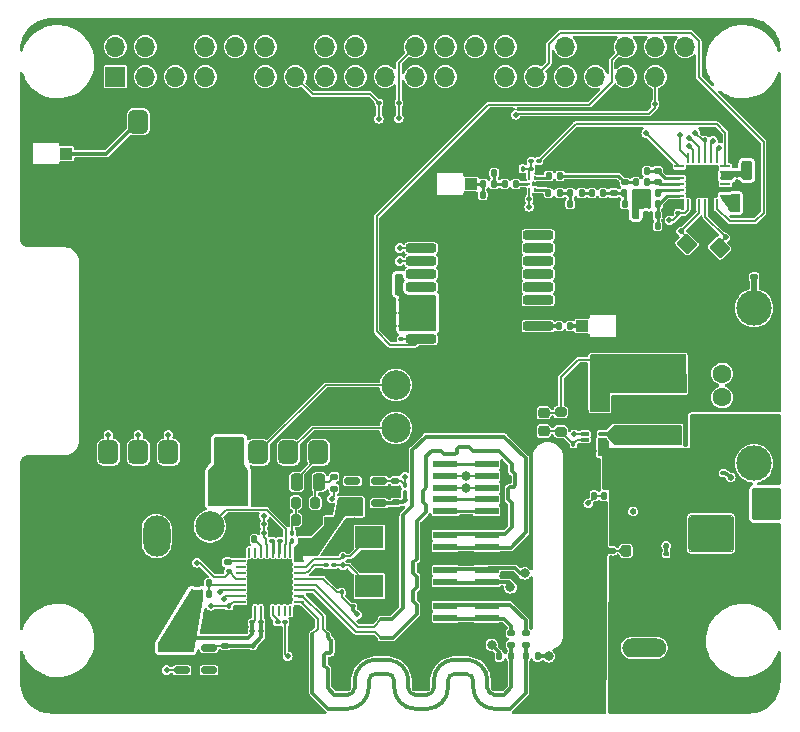
<source format=gbr>
%TF.GenerationSoftware,KiCad,Pcbnew,7.0.2-0*%
%TF.CreationDate,2024-01-28T21:47:35-03:30*%
%TF.ProjectId,ground-station,67726f75-6e64-42d7-9374-6174696f6e2e,rev?*%
%TF.SameCoordinates,Original*%
%TF.FileFunction,Copper,L1,Top*%
%TF.FilePolarity,Positive*%
%FSLAX46Y46*%
G04 Gerber Fmt 4.6, Leading zero omitted, Abs format (unit mm)*
G04 Created by KiCad (PCBNEW 7.0.2-0) date 2024-01-28 21:47:35*
%MOMM*%
%LPD*%
G01*
G04 APERTURE LIST*
G04 Aperture macros list*
%AMRoundRect*
0 Rectangle with rounded corners*
0 $1 Rounding radius*
0 $2 $3 $4 $5 $6 $7 $8 $9 X,Y pos of 4 corners*
0 Add a 4 corners polygon primitive as box body*
4,1,4,$2,$3,$4,$5,$6,$7,$8,$9,$2,$3,0*
0 Add four circle primitives for the rounded corners*
1,1,$1+$1,$2,$3*
1,1,$1+$1,$4,$5*
1,1,$1+$1,$6,$7*
1,1,$1+$1,$8,$9*
0 Add four rect primitives between the rounded corners*
20,1,$1+$1,$2,$3,$4,$5,0*
20,1,$1+$1,$4,$5,$6,$7,0*
20,1,$1+$1,$6,$7,$8,$9,0*
20,1,$1+$1,$8,$9,$2,$3,0*%
G04 Aperture macros list end*
%TA.AperFunction,SMDPad,CuDef*%
%ADD10R,2.400000X1.900000*%
%TD*%
%TA.AperFunction,SMDPad,CuDef*%
%ADD11RoundRect,0.250000X-0.250000X-0.475000X0.250000X-0.475000X0.250000X0.475000X-0.250000X0.475000X0*%
%TD*%
%TA.AperFunction,SMDPad,CuDef*%
%ADD12R,5.700000X1.700000*%
%TD*%
%TA.AperFunction,SMDPad,CuDef*%
%ADD13RoundRect,0.135000X0.185000X-0.135000X0.185000X0.135000X-0.185000X0.135000X-0.185000X-0.135000X0*%
%TD*%
%TA.AperFunction,SMDPad,CuDef*%
%ADD14RoundRect,0.140000X-0.140000X-0.170000X0.140000X-0.170000X0.140000X0.170000X-0.140000X0.170000X0*%
%TD*%
%TA.AperFunction,SMDPad,CuDef*%
%ADD15RoundRect,0.100000X-0.100000X0.130000X-0.100000X-0.130000X0.100000X-0.130000X0.100000X0.130000X0*%
%TD*%
%TA.AperFunction,SMDPad,CuDef*%
%ADD16RoundRect,0.225000X0.250000X-0.225000X0.250000X0.225000X-0.250000X0.225000X-0.250000X-0.225000X0*%
%TD*%
%TA.AperFunction,SMDPad,CuDef*%
%ADD17RoundRect,0.140000X0.140000X0.170000X-0.140000X0.170000X-0.140000X-0.170000X0.140000X-0.170000X0*%
%TD*%
%TA.AperFunction,ComponentPad*%
%ADD18R,1.700000X1.700000*%
%TD*%
%TA.AperFunction,ComponentPad*%
%ADD19O,1.700000X1.700000*%
%TD*%
%TA.AperFunction,SMDPad,CuDef*%
%ADD20RoundRect,0.100000X-0.130000X-0.100000X0.130000X-0.100000X0.130000X0.100000X-0.130000X0.100000X0*%
%TD*%
%TA.AperFunction,SMDPad,CuDef*%
%ADD21RoundRect,0.200000X-0.200000X-0.275000X0.200000X-0.275000X0.200000X0.275000X-0.200000X0.275000X0*%
%TD*%
%TA.AperFunction,SMDPad,CuDef*%
%ADD22R,0.260000X0.840000*%
%TD*%
%TA.AperFunction,SMDPad,CuDef*%
%ADD23R,0.840000X0.260000*%
%TD*%
%TA.AperFunction,SMDPad,CuDef*%
%ADD24R,2.600000X2.600000*%
%TD*%
%TA.AperFunction,SMDPad,CuDef*%
%ADD25RoundRect,0.120000X-0.749533X0.070711X0.070711X-0.749533X0.749533X-0.070711X-0.070711X0.749533X0*%
%TD*%
%TA.AperFunction,SMDPad,CuDef*%
%ADD26RoundRect,0.135000X-0.135000X-0.185000X0.135000X-0.185000X0.135000X0.185000X-0.135000X0.185000X0*%
%TD*%
%TA.AperFunction,SMDPad,CuDef*%
%ADD27RoundRect,0.250000X0.250000X0.475000X-0.250000X0.475000X-0.250000X-0.475000X0.250000X-0.475000X0*%
%TD*%
%TA.AperFunction,SMDPad,CuDef*%
%ADD28RoundRect,0.100000X0.130000X0.100000X-0.130000X0.100000X-0.130000X-0.100000X0.130000X-0.100000X0*%
%TD*%
%TA.AperFunction,SMDPad,CuDef*%
%ADD29RoundRect,0.147500X0.147500X0.172500X-0.147500X0.172500X-0.147500X-0.172500X0.147500X-0.172500X0*%
%TD*%
%TA.AperFunction,SMDPad,CuDef*%
%ADD30RoundRect,0.140000X0.170000X-0.140000X0.170000X0.140000X-0.170000X0.140000X-0.170000X-0.140000X0*%
%TD*%
%TA.AperFunction,SMDPad,CuDef*%
%ADD31RoundRect,0.225000X0.225000X0.250000X-0.225000X0.250000X-0.225000X-0.250000X0.225000X-0.250000X0*%
%TD*%
%TA.AperFunction,ComponentPad*%
%ADD32O,2.300000X3.500000*%
%TD*%
%TA.AperFunction,ComponentPad*%
%ADD33O,3.500000X2.000000*%
%TD*%
%TA.AperFunction,SMDPad,CuDef*%
%ADD34RoundRect,0.140000X-0.170000X0.140000X-0.170000X-0.140000X0.170000X-0.140000X0.170000X0.140000X0*%
%TD*%
%TA.AperFunction,SMDPad,CuDef*%
%ADD35RoundRect,0.135000X0.135000X0.185000X-0.135000X0.185000X-0.135000X-0.185000X0.135000X-0.185000X0*%
%TD*%
%TA.AperFunction,SMDPad,CuDef*%
%ADD36RoundRect,0.100000X0.100000X-0.130000X0.100000X0.130000X-0.100000X0.130000X-0.100000X-0.130000X0*%
%TD*%
%TA.AperFunction,SMDPad,CuDef*%
%ADD37RoundRect,0.147500X-0.147500X-0.172500X0.147500X-0.172500X0.147500X0.172500X-0.147500X0.172500X0*%
%TD*%
%TA.AperFunction,SMDPad,CuDef*%
%ADD38RoundRect,0.135000X-0.185000X0.135000X-0.185000X-0.135000X0.185000X-0.135000X0.185000X0.135000X0*%
%TD*%
%TA.AperFunction,SMDPad,CuDef*%
%ADD39RoundRect,0.200000X-1.070000X-0.200000X1.070000X-0.200000X1.070000X0.200000X-1.070000X0.200000X0*%
%TD*%
%TA.AperFunction,ComponentPad*%
%ADD40O,3.700000X1.600000*%
%TD*%
%TA.AperFunction,SMDPad,CuDef*%
%ADD41RoundRect,0.200000X0.200000X0.275000X-0.200000X0.275000X-0.200000X-0.275000X0.200000X-0.275000X0*%
%TD*%
%TA.AperFunction,SMDPad,CuDef*%
%ADD42R,2.000000X0.600000*%
%TD*%
%TA.AperFunction,ComponentPad*%
%ADD43C,2.500000*%
%TD*%
%TA.AperFunction,ComponentPad*%
%ADD44R,1.500000X1.600000*%
%TD*%
%TA.AperFunction,ComponentPad*%
%ADD45C,1.600000*%
%TD*%
%TA.AperFunction,ComponentPad*%
%ADD46C,3.000000*%
%TD*%
%TA.AperFunction,SMDPad,CuDef*%
%ADD47RoundRect,0.147500X0.172500X-0.147500X0.172500X0.147500X-0.172500X0.147500X-0.172500X-0.147500X0*%
%TD*%
%TA.AperFunction,SMDPad,CuDef*%
%ADD48R,0.150000X0.330000*%
%TD*%
%TA.AperFunction,SMDPad,CuDef*%
%ADD49R,0.510000X0.200000*%
%TD*%
%TA.AperFunction,SMDPad,CuDef*%
%ADD50RoundRect,0.150000X-0.512500X-0.150000X0.512500X-0.150000X0.512500X0.150000X-0.512500X0.150000X0*%
%TD*%
%TA.AperFunction,SMDPad,CuDef*%
%ADD51RoundRect,0.425000X-0.425000X0.575000X-0.425000X-0.575000X0.425000X-0.575000X0.425000X0.575000X0*%
%TD*%
%TA.AperFunction,SMDPad,CuDef*%
%ADD52RoundRect,0.062500X0.062500X-0.337500X0.062500X0.337500X-0.062500X0.337500X-0.062500X-0.337500X0*%
%TD*%
%TA.AperFunction,SMDPad,CuDef*%
%ADD53RoundRect,0.062500X0.337500X-0.062500X0.337500X0.062500X-0.337500X0.062500X-0.337500X-0.062500X0*%
%TD*%
%TA.AperFunction,SMDPad,CuDef*%
%ADD54R,3.600000X3.600000*%
%TD*%
%TA.AperFunction,SMDPad,CuDef*%
%ADD55RoundRect,0.100000X0.021213X0.162635X-0.162635X-0.021213X-0.021213X-0.162635X0.162635X0.021213X0*%
%TD*%
%TA.AperFunction,SMDPad,CuDef*%
%ADD56RoundRect,0.150000X0.512500X0.150000X-0.512500X0.150000X-0.512500X-0.150000X0.512500X-0.150000X0*%
%TD*%
%TA.AperFunction,SMDPad,CuDef*%
%ADD57RoundRect,0.250000X0.625000X-0.312500X0.625000X0.312500X-0.625000X0.312500X-0.625000X-0.312500X0*%
%TD*%
%TA.AperFunction,SMDPad,CuDef*%
%ADD58RoundRect,0.200000X-0.275000X0.200000X-0.275000X-0.200000X0.275000X-0.200000X0.275000X0.200000X0*%
%TD*%
%TA.AperFunction,SMDPad,CuDef*%
%ADD59R,0.700000X0.340000*%
%TD*%
%TA.AperFunction,SMDPad,CuDef*%
%ADD60R,1.050000X1.000000*%
%TD*%
%TA.AperFunction,SMDPad,CuDef*%
%ADD61R,2.200000X1.050000*%
%TD*%
%TA.AperFunction,SMDPad,CuDef*%
%ADD62RoundRect,0.100000X-0.162635X0.021213X0.021213X-0.162635X0.162635X-0.021213X-0.021213X0.162635X0*%
%TD*%
%TA.AperFunction,SMDPad,CuDef*%
%ADD63RoundRect,0.250000X0.650000X-1.000000X0.650000X1.000000X-0.650000X1.000000X-0.650000X-1.000000X0*%
%TD*%
%TA.AperFunction,ViaPad*%
%ADD64C,0.500000*%
%TD*%
%TA.AperFunction,ViaPad*%
%ADD65C,0.800000*%
%TD*%
%TA.AperFunction,Conductor*%
%ADD66C,0.350000*%
%TD*%
%TA.AperFunction,Conductor*%
%ADD67C,0.200000*%
%TD*%
%TA.AperFunction,Conductor*%
%ADD68C,0.254000*%
%TD*%
%TA.AperFunction,Conductor*%
%ADD69C,0.150000*%
%TD*%
%TA.AperFunction,Conductor*%
%ADD70C,0.300000*%
%TD*%
%TA.AperFunction,Conductor*%
%ADD71C,0.500000*%
%TD*%
%TA.AperFunction,Conductor*%
%ADD72C,0.250000*%
%TD*%
G04 APERTURE END LIST*
D10*
%TO.P,Y601,1,1*%
%TO.N,Net-(U601-XTALN)*%
X130080000Y-110160000D03*
%TO.P,Y601,2,2*%
%TO.N,Net-(C603-Pad2)*%
X130080000Y-114260000D03*
%TD*%
D11*
%TO.P,C203,1*%
%TO.N,Net-(U202-VIDEO)*%
X123920000Y-105480000D03*
%TO.P,C203,2*%
%TO.N,/Radios/VIDEO_OUT*%
X125820000Y-105480000D03*
%TD*%
D12*
%TO.P,L4,1*%
%TO.N,Net-(U3-SW)*%
X153680000Y-101500000D03*
%TO.P,L4,2*%
%TO.N,+3V3*%
X153680000Y-97000000D03*
%TD*%
D13*
%TO.P,R1,1*%
%TO.N,Net-(J1-Shield)*%
X162650000Y-88120000D03*
%TO.P,R1,2*%
%TO.N,GND*%
X162650000Y-87100000D03*
%TD*%
D14*
%TO.P,C222,1*%
%TO.N,Net-(C222-Pad1)*%
X148910000Y-80990000D03*
%TO.P,C222,2*%
%TO.N,Net-(C220-Pad2)*%
X149870000Y-80990000D03*
%TD*%
D15*
%TO.P,C210,1*%
%TO.N,+3V3*%
X161230000Y-79440000D03*
%TO.P,C210,2*%
%TO.N,GND*%
X161230000Y-80080000D03*
%TD*%
D16*
%TO.P,C2,1*%
%TO.N,Net-(U3-FB)*%
X144830000Y-101145000D03*
%TO.P,C2,2*%
%TO.N,+3V3*%
X144830000Y-99595000D03*
%TD*%
D17*
%TO.P,C216,1*%
%TO.N,Net-(U201-RFI_P)*%
X153570000Y-79130000D03*
%TO.P,C216,2*%
%TO.N,GND*%
X152610000Y-79130000D03*
%TD*%
D18*
%TO.P,J101,1,3V3*%
%TO.N,unconnected-(J101-3V3-Pad1)*%
X108560000Y-71150000D03*
D19*
%TO.P,J101,2,5V*%
%TO.N,Net-(J101-5V-Pad2)*%
X108560000Y-68610000D03*
%TO.P,J101,3,SDA/GPIO2*%
%TO.N,unconnected-(J101-SDA{slash}GPIO2-Pad3)*%
X111100000Y-71150000D03*
%TO.P,J101,4,5V*%
%TO.N,Net-(J101-5V-Pad2)*%
X111100000Y-68610000D03*
%TO.P,J101,5,SCL/GPIO3*%
%TO.N,unconnected-(J101-SCL{slash}GPIO3-Pad5)*%
X113640000Y-71150000D03*
%TO.P,J101,6,GND*%
%TO.N,GND*%
X113640000Y-68610000D03*
%TO.P,J101,7,GCLK0/GPIO4*%
%TO.N,/DIGITAL_RADIO_DIO1*%
X116180000Y-71150000D03*
%TO.P,J101,8,GPIO14/TXD*%
%TO.N,/GPS_UART_RX*%
X116180000Y-68610000D03*
%TO.P,J101,9,GND*%
%TO.N,GND*%
X118720000Y-71150000D03*
%TO.P,J101,10,GPIO15/RXD*%
%TO.N,/GPS_UART_TX*%
X118720000Y-68610000D03*
%TO.P,J101,11,GPIO17*%
%TO.N,unconnected-(J101-GPIO17-Pad11)*%
X121260000Y-71150000D03*
%TO.P,J101,12,GPIO18/PWM0*%
%TO.N,unconnected-(J101-GPIO18{slash}PWM0-Pad12)*%
X121260000Y-68610000D03*
%TO.P,J101,13,GPIO27*%
%TO.N,/VIDEO_CH3*%
X123800000Y-71150000D03*
%TO.P,J101,14,GND*%
%TO.N,GND*%
X123800000Y-68610000D03*
%TO.P,J101,15,GPIO22*%
%TO.N,/~{DIGITIZER_PWRDWN}*%
X126340000Y-71150000D03*
%TO.P,J101,16,GPIO23*%
%TO.N,/~{DIGITIZER_RESET}*%
X126340000Y-68610000D03*
%TO.P,J101,17,3V3*%
%TO.N,unconnected-(J101-3V3-Pad17)*%
X128880000Y-71150000D03*
%TO.P,J101,18,GPIO24*%
%TO.N,unconnected-(J101-GPIO24-Pad18)*%
X128880000Y-68610000D03*
%TO.P,J101,19,MOSI0/GPIO10*%
%TO.N,/DIGITAL_RADIO_MOSI*%
X131420000Y-71150000D03*
%TO.P,J101,20,GND*%
%TO.N,GND*%
X131420000Y-68610000D03*
%TO.P,J101,21,MISO0/GPIO9*%
%TO.N,/DIGITAL_RADIO_MISO*%
X133960000Y-71150000D03*
%TO.P,J101,22,GPIO25*%
%TO.N,/VIDEO_CH1*%
X133960000Y-68610000D03*
%TO.P,J101,23,SCLK0/GPIO11*%
%TO.N,/DIGITAL_RADIO_SCLK*%
X136500000Y-71150000D03*
%TO.P,J101,24,~{CE0}/GPIO8*%
%TO.N,/~{DIGITAL_RADIO_nCS}*%
X136500000Y-68610000D03*
%TO.P,J101,25,GND*%
%TO.N,GND*%
X139040000Y-71150000D03*
%TO.P,J101,26,~{CE1}/GPIO7*%
%TO.N,/~{DIGITAL_RADIO_RESET}*%
X139040000Y-68610000D03*
%TO.P,J101,27,ID_SD/GPIO0*%
%TO.N,unconnected-(J101-ID_SD{slash}GPIO0-Pad27)*%
X141580000Y-71150000D03*
%TO.P,J101,28,ID_SC/GPIO1*%
%TO.N,unconnected-(J101-ID_SC{slash}GPIO1-Pad28)*%
X141580000Y-68610000D03*
%TO.P,J101,29,GCLK1/GPIO5*%
%TO.N,/DIGITAL_RADIO_DIO3*%
X144120000Y-71150000D03*
%TO.P,J101,30,GND*%
%TO.N,GND*%
X144120000Y-68610000D03*
%TO.P,J101,31,GCLK2/GPIO6*%
%TO.N,/DIGITAL_RADIO_BUSY*%
X146660000Y-71150000D03*
%TO.P,J101,32,PWM0/GPIO12*%
%TO.N,unconnected-(J101-PWM0{slash}GPIO12-Pad32)*%
X146660000Y-68610000D03*
%TO.P,J101,33,PWM1/GPIO13*%
%TO.N,/~{DIGITIZER_INTRQ}*%
X149200000Y-71150000D03*
%TO.P,J101,34,GND*%
%TO.N,GND*%
X149200000Y-68610000D03*
%TO.P,J101,35,GPIO19/MISO1*%
%TO.N,unconnected-(J101-GPIO19{slash}MISO1-Pad35)*%
X151740000Y-71150000D03*
%TO.P,J101,36,GPIO16*%
%TO.N,/~{GPS_RESET}*%
X151740000Y-68610000D03*
%TO.P,J101,37,GPIO26*%
%TO.N,/VIDEO_CH2*%
X154280000Y-71150000D03*
%TO.P,J101,38,GPIO20/MOSI1*%
%TO.N,unconnected-(J101-GPIO20{slash}MOSI1-Pad38)*%
X154280000Y-68610000D03*
%TO.P,J101,39,GND*%
%TO.N,GND*%
X156820000Y-71150000D03*
%TO.P,J101,40,GPIO21/SCLK1*%
%TO.N,unconnected-(J101-GPIO21{slash}SCLK1-Pad40)*%
X156820000Y-68610000D03*
%TD*%
D15*
%TO.P,C602,1*%
%TO.N,GND*%
X127820000Y-111130000D03*
%TO.P,C602,2*%
%TO.N,Net-(U601-XTALN)*%
X127820000Y-111770000D03*
%TD*%
D20*
%TO.P,R203,1*%
%TO.N,/VIDEO_CH2*%
X154270000Y-73440000D03*
%TO.P,R203,2*%
%TO.N,GND*%
X154910000Y-73440000D03*
%TD*%
D21*
%TO.P,R5,1*%
%TO.N,Net-(C3-Pad1)*%
X123845000Y-108670000D03*
%TO.P,R5,2*%
%TO.N,GND*%
X125495000Y-108670000D03*
%TD*%
D17*
%TO.P,C215,1*%
%TO.N,Net-(U201-VR_PA)*%
X154475000Y-82870000D03*
%TO.P,C215,2*%
%TO.N,GND*%
X153515000Y-82870000D03*
%TD*%
%TO.P,C208,1*%
%TO.N,+3V3*%
X132700000Y-89210000D03*
%TO.P,C208,2*%
%TO.N,GND*%
X131740000Y-89210000D03*
%TD*%
D13*
%TO.P,R25,1*%
%TO.N,/CAM_D0_N*%
X142090000Y-119270000D03*
%TO.P,R25,2*%
%TO.N,/CAM_D0_CONN_N*%
X142090000Y-118250000D03*
%TD*%
D17*
%TO.P,C223,1*%
%TO.N,GND*%
X148030000Y-81920000D03*
%TO.P,C223,2*%
%TO.N,/Radios/SW_TX*%
X147070000Y-81920000D03*
%TD*%
D22*
%TO.P,U201,1,VDD_IN*%
%TO.N,+3V3*%
X157010000Y-81945000D03*
%TO.P,U201,2,GND*%
%TO.N,GND*%
X157510000Y-81945000D03*
%TO.P,U201,3,XTA*%
%TO.N,/Radios/XTAL_A*%
X158010000Y-81945000D03*
%TO.P,U201,4,XTB*%
%TO.N,/Radios/XTAL_B*%
X158510000Y-81945000D03*
%TO.P,U201,5,GND*%
%TO.N,GND*%
X159010000Y-81945000D03*
%TO.P,U201,6,DIO3*%
%TO.N,/DIGITAL_RADIO_DIO3*%
X159510000Y-81945000D03*
D23*
%TO.P,U201,7,VREG*%
%TO.N,Net-(U201-VREG)*%
X160205000Y-81250000D03*
%TO.P,U201,8,GND*%
%TO.N,GND*%
X160205000Y-80750000D03*
%TO.P,U201,9,DCC_SW*%
%TO.N,unconnected-(U201-DCC_SW-Pad9)*%
X160205000Y-80250000D03*
%TO.P,U201,10,VBAT*%
%TO.N,+3V3*%
X160205000Y-79750000D03*
%TO.P,U201,11,VBAT_IO*%
X160205000Y-79250000D03*
%TO.P,U201,12,DIO2*%
%TO.N,/Radios/DIO2*%
X160205000Y-78750000D03*
D22*
%TO.P,U201,13,DIO1*%
%TO.N,/DIGITAL_RADIO_DIO1*%
X159510000Y-78055000D03*
%TO.P,U201,14,BUSY*%
%TO.N,/DIGITAL_RADIO_BUSY*%
X159010000Y-78055000D03*
%TO.P,U201,15,~{NRESET}*%
%TO.N,/~{DIGITAL_RADIO_RESET}*%
X158510000Y-78055000D03*
%TO.P,U201,16,MISO*%
%TO.N,/DIGITAL_RADIO_MISO*%
X158010000Y-78055000D03*
%TO.P,U201,17,MOSI*%
%TO.N,/DIGITAL_RADIO_MOSI*%
X157510000Y-78055000D03*
%TO.P,U201,18,SCK*%
%TO.N,/DIGITAL_RADIO_SCLK*%
X157010000Y-78055000D03*
D23*
%TO.P,U201,19,NSS*%
%TO.N,/~{DIGITAL_RADIO_nCS}*%
X156315000Y-78750000D03*
%TO.P,U201,20,GND*%
%TO.N,GND*%
X156315000Y-79250000D03*
%TO.P,U201,21,RFI_P*%
%TO.N,Net-(U201-RFI_P)*%
X156315000Y-79750000D03*
%TO.P,U201,22,RFI_N*%
%TO.N,Net-(U201-RFI_N)*%
X156315000Y-80250000D03*
%TO.P,U201,23,RFO*%
%TO.N,Net-(U201-RFO)*%
X156315000Y-80750000D03*
%TO.P,U201,24,VR_PA*%
%TO.N,Net-(U201-VR_PA)*%
X156315000Y-81250000D03*
D24*
%TO.P,U201,25,EXP*%
%TO.N,GND*%
X158260000Y-80000000D03*
%TD*%
D25*
%TO.P,Y201,1,1*%
%TO.N,/Radios/XTAL_A*%
X156971142Y-85283223D03*
%TO.P,Y201,2,2*%
%TO.N,GND*%
X158526777Y-86838858D03*
%TO.P,Y201,3,3*%
%TO.N,/Radios/XTAL_B*%
X159728859Y-85636776D03*
%TO.P,Y201,4,4*%
%TO.N,GND*%
X158173224Y-84081142D03*
%TD*%
D26*
%TO.P,R28,1*%
%TO.N,GND*%
X115470000Y-114030000D03*
%TO.P,R28,2*%
%TO.N,Net-(U601-ALSB)*%
X116490000Y-114030000D03*
%TD*%
D27*
%TO.P,C33,1*%
%TO.N,+3V3*%
X149680000Y-98540000D03*
%TO.P,C33,2*%
%TO.N,GND*%
X147780000Y-98540000D03*
%TD*%
D28*
%TO.P,C612,1*%
%TO.N,+3V3*%
X120150000Y-117350000D03*
%TO.P,C612,2*%
%TO.N,GND*%
X119510000Y-117350000D03*
%TD*%
D29*
%TO.P,L206,1,1*%
%TO.N,Net-(C228-Pad1)*%
X140645000Y-80220000D03*
%TO.P,L206,2,2*%
%TO.N,Net-(J203-In)*%
X139675000Y-80220000D03*
%TD*%
D28*
%TO.P,C611,1*%
%TO.N,+3V3*%
X120150000Y-118050000D03*
%TO.P,C611,2*%
%TO.N,GND*%
X119510000Y-118050000D03*
%TD*%
%TO.P,C27,1*%
%TO.N,+5V*%
X149695000Y-102860000D03*
%TO.P,C27,2*%
%TO.N,GND*%
X149055000Y-102860000D03*
%TD*%
D30*
%TO.P,C221,1*%
%TO.N,GND*%
X150760000Y-81960000D03*
%TO.P,C221,2*%
%TO.N,Net-(C220-Pad2)*%
X150760000Y-81000000D03*
%TD*%
D28*
%TO.P,C231,1*%
%TO.N,+3V3*%
X156205000Y-82700000D03*
%TO.P,C231,2*%
%TO.N,GND*%
X155565000Y-82700000D03*
%TD*%
D14*
%TO.P,C224,1*%
%TO.N,Net-(U204-RF1)*%
X145230000Y-80980000D03*
%TO.P,C224,2*%
%TO.N,/Radios/SW_TX*%
X146190000Y-80980000D03*
%TD*%
D31*
%TO.P,C25,1*%
%TO.N,+5V*%
X150690000Y-103940000D03*
%TO.P,C25,2*%
%TO.N,GND*%
X149140000Y-103940000D03*
%TD*%
D28*
%TO.P,C207,1*%
%TO.N,+3V3*%
X132750000Y-90060000D03*
%TO.P,C207,2*%
%TO.N,GND*%
X132110000Y-90060000D03*
%TD*%
%TO.P,R205,1*%
%TO.N,/~{GPS_RESET}*%
X132780000Y-93360000D03*
%TO.P,R205,2*%
%TO.N,GND*%
X132140000Y-93360000D03*
%TD*%
D20*
%TO.P,C613,1*%
%TO.N,/Video Digitizer/DIGITIZER_DIGITAL_SUPPLY*%
X120910000Y-117350000D03*
%TO.P,C613,2*%
%TO.N,GND*%
X121550000Y-117350000D03*
%TD*%
D32*
%TO.P,J3,1,In*%
%TO.N,Net-(J3-In)*%
X112060000Y-110040000D03*
D33*
%TO.P,J3,2,Ext*%
%TO.N,GND*%
X103360000Y-110040000D03*
%TD*%
D34*
%TO.P,C606,1*%
%TO.N,+3V3*%
X112830000Y-119490000D03*
%TO.P,C606,2*%
%TO.N,GND*%
X112830000Y-120450000D03*
%TD*%
D26*
%TO.P,R6,1*%
%TO.N,GND*%
X119320000Y-110330000D03*
%TO.P,R6,2*%
%TO.N,Net-(U601-DIAG1)*%
X120340000Y-110330000D03*
%TD*%
D35*
%TO.P,R23,1*%
%TO.N,/CAM_D0_N*%
X142090000Y-120220000D03*
%TO.P,R23,2*%
%TO.N,/CAM_D1_CONN_N*%
X141070000Y-120220000D03*
%TD*%
D36*
%TO.P,C616,1*%
%TO.N,/Video Digitizer/DIGITIZER_DIGITAL_SUPPLY*%
X127730000Y-114810000D03*
%TO.P,C616,2*%
%TO.N,GND*%
X127730000Y-114170000D03*
%TD*%
D37*
%TO.P,L201,1,1*%
%TO.N,Net-(C219-Pad1)*%
X153530000Y-81000000D03*
%TO.P,L201,2,2*%
%TO.N,Net-(U201-RFO)*%
X154500000Y-81000000D03*
%TD*%
D30*
%TO.P,C607,1*%
%TO.N,/Video Digitizer/DIGITIZER_ANALOG_SUPPLY*%
X126620000Y-108760000D03*
%TO.P,C607,2*%
%TO.N,GND*%
X126620000Y-107800000D03*
%TD*%
D14*
%TO.P,C228,1*%
%TO.N,Net-(C228-Pad1)*%
X141520000Y-80220000D03*
%TO.P,C228,2*%
%TO.N,Net-(U204-RFC)*%
X142480000Y-80220000D03*
%TD*%
D34*
%TO.P,C610,1*%
%TO.N,/Video Digitizer/VID_EN_1V8*%
X132282500Y-105370000D03*
%TO.P,C610,2*%
%TO.N,GND*%
X132282500Y-106330000D03*
%TD*%
D14*
%TO.P,C217,1*%
%TO.N,/Radios/SW_RX*%
X152610000Y-80070000D03*
%TO.P,C217,2*%
%TO.N,Net-(U201-RFI_N)*%
X153570000Y-80070000D03*
%TD*%
D28*
%TO.P,C226,1*%
%TO.N,GND*%
X144420000Y-78970000D03*
%TO.P,C226,2*%
%TO.N,Net-(U204-VTCL)*%
X143780000Y-78970000D03*
%TD*%
D17*
%TO.P,C220,1*%
%TO.N,Net-(C219-Pad1)*%
X152650000Y-81930000D03*
%TO.P,C220,2*%
%TO.N,Net-(C220-Pad2)*%
X151690000Y-81930000D03*
%TD*%
D13*
%TO.P,R26,1*%
%TO.N,/CAM_D0_P*%
X143310000Y-119270000D03*
%TO.P,R26,2*%
%TO.N,/CAM_D0_CONN_P*%
X143310000Y-118250000D03*
%TD*%
D36*
%TO.P,C618,1*%
%TO.N,/Video Digitizer/DIGITIZER_ANALOG_SUPPLY*%
X124940000Y-110420000D03*
%TO.P,C618,2*%
%TO.N,GND*%
X124940000Y-109780000D03*
%TD*%
D38*
%TO.P,R22,1*%
%TO.N,GND*%
X118070000Y-111220000D03*
%TO.P,R22,2*%
%TO.N,Net-(U601-DIAG2)*%
X118070000Y-112240000D03*
%TD*%
D28*
%TO.P,C205,1*%
%TO.N,+3V3*%
X132780000Y-92260000D03*
%TO.P,C205,2*%
%TO.N,GND*%
X132140000Y-92260000D03*
%TD*%
D36*
%TO.P,C617,1*%
%TO.N,/Video Digitizer/DIGITIZER_ANALOG_SUPPLY*%
X124240000Y-110420000D03*
%TO.P,C617,2*%
%TO.N,GND*%
X124240000Y-109780000D03*
%TD*%
D39*
%TO.P,U203,1,GND*%
%TO.N,GND*%
X134460000Y-84560000D03*
%TO.P,U203,2,TXD*%
%TO.N,/GPS_UART_TX*%
X134460000Y-85660000D03*
%TO.P,U203,3,RXD*%
%TO.N,/GPS_UART_RX*%
X134460000Y-86760000D03*
%TO.P,U203,4,1PPS*%
%TO.N,unconnected-(U203-1PPS-Pad4)*%
X134460000Y-87860000D03*
%TO.P,U203,5,EXT_INT0*%
%TO.N,unconnected-(U203-EXT_INT0-Pad5)*%
X134460000Y-88960000D03*
%TO.P,U203,6,V_BCKP*%
%TO.N,+3V3*%
X134460000Y-90060000D03*
%TO.P,U203,7,VCC_IO*%
X134460000Y-91160000D03*
%TO.P,U203,8,VCC*%
X134460000Y-92260000D03*
%TO.P,U203,9,~{RESET}*%
%TO.N,/~{GPS_RESET}*%
X134460000Y-93360000D03*
%TO.P,U203,10,GND*%
%TO.N,GND*%
X144360000Y-93360000D03*
%TO.P,U203,11,RF_IN*%
%TO.N,Net-(U203-RF_IN)*%
X144360000Y-92260000D03*
%TO.P,U203,12,GND*%
%TO.N,GND*%
X144360000Y-91160000D03*
%TO.P,U203,13,ANT_ON*%
%TO.N,unconnected-(U203-ANT_ON-Pad13)*%
X144360000Y-90060000D03*
%TO.P,U203,14,VCC_RF*%
%TO.N,unconnected-(U203-VCC_RF-Pad14)*%
X144360000Y-88960000D03*
%TO.P,U203,15,NC*%
%TO.N,unconnected-(U203-NC-Pad15)*%
X144360000Y-87860000D03*
%TO.P,U203,16,SDA*%
%TO.N,unconnected-(U203-SDA-Pad16)*%
X144360000Y-86760000D03*
%TO.P,U203,17,SCL*%
%TO.N,unconnected-(U203-SCL-Pad17)*%
X144360000Y-85660000D03*
%TO.P,U203,18,NC*%
%TO.N,unconnected-(U203-NC-Pad18)*%
X144360000Y-84560000D03*
%TD*%
D40*
%TO.P,J2,1*%
%TO.N,+5V*%
X153350000Y-113200000D03*
%TO.P,J2,2*%
%TO.N,GND*%
X153350000Y-119500000D03*
%TD*%
D41*
%TO.P,R4,1*%
%TO.N,/Radios/VIDEO_OUT*%
X125495000Y-107210000D03*
%TO.P,R4,2*%
%TO.N,Net-(C3-Pad1)*%
X123845000Y-107210000D03*
%TD*%
D34*
%TO.P,C218,1*%
%TO.N,GND*%
X151720000Y-79140000D03*
%TO.P,C218,2*%
%TO.N,/Radios/SW_RX*%
X151720000Y-80100000D03*
%TD*%
D20*
%TO.P,C614,1*%
%TO.N,/Video Digitizer/DIGITIZER_DIGITAL_SUPPLY*%
X120910000Y-118050000D03*
%TO.P,C614,2*%
%TO.N,GND*%
X121550000Y-118050000D03*
%TD*%
%TO.P,R301,1*%
%TO.N,Net-(U601-~{INTRQ})*%
X122310000Y-117350000D03*
%TO.P,R301,2*%
%TO.N,/~{DIGITIZER_INTRQ}*%
X122950000Y-117350000D03*
%TD*%
D31*
%TO.P,C23,1*%
%TO.N,+5V*%
X153350000Y-111280000D03*
%TO.P,C23,2*%
%TO.N,GND*%
X151800000Y-111280000D03*
%TD*%
D14*
%TO.P,C204,1*%
%TO.N,Net-(U201-VREG)*%
X161000000Y-82090000D03*
%TO.P,C204,2*%
%TO.N,GND*%
X161960000Y-82090000D03*
%TD*%
D38*
%TO.P,R208,1*%
%TO.N,/Radios/VIDEO_OUT*%
X127090000Y-105030000D03*
%TO.P,R208,2*%
%TO.N,Net-(J3-In)*%
X127090000Y-106050000D03*
%TD*%
D29*
%TO.P,L205,1,1*%
%TO.N,Net-(C222-Pad1)*%
X148035000Y-80990000D03*
%TO.P,L205,2,2*%
%TO.N,/Radios/SW_TX*%
X147065000Y-80990000D03*
%TD*%
D27*
%TO.P,C34,1*%
%TO.N,+3V3*%
X149680000Y-96580000D03*
%TO.P,C34,2*%
%TO.N,GND*%
X147780000Y-96580000D03*
%TD*%
D28*
%TO.P,R605,1*%
%TO.N,/~{DIGITIZER_RESET}*%
X118160000Y-113020000D03*
%TO.P,R605,2*%
%TO.N,GND*%
X117520000Y-113020000D03*
%TD*%
D42*
%TO.P,J102,1,Pin_1*%
%TO.N,GND*%
X140010000Y-117940000D03*
X136510000Y-117940000D03*
%TO.P,J102,2,Pin_2*%
%TO.N,/CAM_D0_CONN_N*%
X140010000Y-116940000D03*
X136510000Y-116940000D03*
%TO.P,J102,3,Pin_3*%
%TO.N,/CAM_D0_CONN_P*%
X140010000Y-115940000D03*
X136510000Y-115940000D03*
%TO.P,J102,4,Pin_4*%
%TO.N,GND*%
X140010000Y-114940000D03*
X136510000Y-114940000D03*
%TO.P,J102,5,Pin_5*%
%TO.N,/CAM_D1_CONN_N*%
X140010000Y-113940000D03*
X136510000Y-113940000D03*
%TO.P,J102,6,Pin_6*%
%TO.N,/CAM_D1_CONN_P*%
X140010000Y-112940000D03*
X136510000Y-112940000D03*
%TO.P,J102,7,Pin_7*%
%TO.N,GND*%
X140010000Y-111940000D03*
X136510000Y-111940000D03*
%TO.P,J102,8,Pin_8*%
%TO.N,/CAM_CK_N*%
X140010000Y-110940000D03*
X136510000Y-110940000D03*
%TO.P,J102,9,Pin_9*%
%TO.N,/CAM_CK_P*%
X140010000Y-109940000D03*
X136510000Y-109940000D03*
%TO.P,J102,10,Pin_10*%
%TO.N,GND*%
X140010000Y-108940000D03*
X136510000Y-108940000D03*
%TO.P,J102,11,Pin_11*%
%TO.N,/CAM_IO0*%
X140010000Y-107940000D03*
X136510000Y-107940000D03*
%TO.P,J102,12,Pin_12*%
%TO.N,/CAM_IO1*%
X140010000Y-106940000D03*
X136510000Y-106940000D03*
%TO.P,J102,13,Pin_13*%
%TO.N,/CAM_SCL*%
X140010000Y-105940000D03*
X136510000Y-105940000D03*
%TO.P,J102,14,Pin_14*%
%TO.N,/CAM_SDA*%
X140010000Y-104940000D03*
X136510000Y-104940000D03*
%TO.P,J102,15,Pin_15*%
%TO.N,unconnected-(J102-Pin_15-Pad15)*%
X140010000Y-103940000D03*
X136510000Y-103940000D03*
%TD*%
D43*
%TO.P,TP1,1,1*%
%TO.N,Net-(U202-RSSI)*%
X132320000Y-97260000D03*
%TD*%
D34*
%TO.P,C211,1*%
%TO.N,+3V3*%
X162040000Y-79490000D03*
%TO.P,C211,2*%
%TO.N,GND*%
X162040000Y-80450000D03*
%TD*%
D44*
%TO.P,J1,1,VBUS*%
%TO.N,+5V*%
X159940000Y-100810000D03*
D45*
%TO.P,J1,2,D-*%
%TO.N,unconnected-(J1-D--Pad2)*%
X159940000Y-98310000D03*
%TO.P,J1,3,D+*%
%TO.N,unconnected-(J1-D+-Pad3)*%
X159940000Y-96310000D03*
%TO.P,J1,4,GND*%
%TO.N,GND*%
X159940000Y-93810000D03*
D46*
%TO.P,J1,5,Shield*%
%TO.N,Net-(J1-Shield)*%
X162650000Y-103880000D03*
X162650000Y-90740000D03*
%TD*%
D28*
%TO.P,R603,1*%
%TO.N,Net-(C603-Pad2)*%
X127080000Y-112520000D03*
%TO.P,R603,2*%
%TO.N,Net-(U601-XTALP)*%
X126440000Y-112520000D03*
%TD*%
D43*
%TO.P,TP2,1,1*%
%TO.N,Net-(U202-AUDIO)*%
X132320000Y-100890000D03*
%TD*%
D47*
%TO.P,L203,1,1*%
%TO.N,Net-(U201-RFI_N)*%
X154475000Y-80085000D03*
%TO.P,L203,2,2*%
%TO.N,Net-(U201-RFI_P)*%
X154475000Y-79115000D03*
%TD*%
D34*
%TO.P,C608,1*%
%TO.N,/Video Digitizer/DIGITIZER_DIGITAL_SUPPLY*%
X117862500Y-119320000D03*
%TO.P,C608,2*%
%TO.N,GND*%
X117862500Y-120280000D03*
%TD*%
D14*
%TO.P,C229,1*%
%TO.N,GND*%
X139690000Y-79290000D03*
%TO.P,C229,2*%
%TO.N,Net-(C228-Pad1)*%
X140650000Y-79290000D03*
%TD*%
D48*
%TO.P,U204,1,VDD*%
%TO.N,+3V3*%
X143600000Y-80705000D03*
%TO.P,U204,2,RF1*%
%TO.N,Net-(U204-RF1)*%
X144100000Y-80705000D03*
D49*
%TO.P,U204,3,GND*%
%TO.N,GND*%
X144280000Y-80220000D03*
D48*
%TO.P,U204,4,RF2*%
%TO.N,Net-(U204-RF2)*%
X144100000Y-79735000D03*
%TO.P,U204,5,VTCL*%
%TO.N,Net-(U204-VTCL)*%
X143600000Y-79735000D03*
D49*
%TO.P,U204,6,RFC*%
%TO.N,Net-(U204-RFC)*%
X143420000Y-80220000D03*
%TD*%
D20*
%TO.P,C615,1*%
%TO.N,/Video Digitizer/DIGITIZER_DIGITAL_SUPPLY*%
X128670000Y-116000000D03*
%TO.P,C615,2*%
%TO.N,GND*%
X129310000Y-116000000D03*
%TD*%
D15*
%TO.P,C3,1*%
%TO.N,Net-(C3-Pad1)*%
X123540000Y-109780000D03*
%TO.P,C3,2*%
%TO.N,Net-(U601-AIN1)*%
X123540000Y-110420000D03*
%TD*%
D17*
%TO.P,C230,1*%
%TO.N,GND*%
X140630000Y-81160000D03*
%TO.P,C230,2*%
%TO.N,Net-(J203-In)*%
X139670000Y-81160000D03*
%TD*%
D31*
%TO.P,C26,1*%
%TO.N,+5V*%
X150690000Y-105410000D03*
%TO.P,C26,2*%
%TO.N,GND*%
X149140000Y-105410000D03*
%TD*%
D28*
%TO.P,R206,1*%
%TO.N,/Radios/DIO2*%
X144420000Y-78270000D03*
%TO.P,R206,2*%
%TO.N,Net-(U204-VTCL)*%
X143780000Y-78270000D03*
%TD*%
D50*
%TO.P,U602,1,VIN*%
%TO.N,+3V3*%
X114212500Y-119490000D03*
%TO.P,U602,2,GND*%
%TO.N,GND*%
X114212500Y-120440000D03*
%TO.P,U602,3,EN*%
%TO.N,/Video Digitizer/VID_EN_1V8*%
X114212500Y-121390000D03*
%TO.P,U602,4,NC*%
%TO.N,unconnected-(U602-NC-Pad4)*%
X116487500Y-121390000D03*
%TO.P,U602,5,VOUT*%
%TO.N,/Video Digitizer/DIGITIZER_DIGITAL_SUPPLY*%
X116487500Y-119490000D03*
%TD*%
D51*
%TO.P,U202,1,GND*%
%TO.N,GND*%
X128300000Y-102950000D03*
%TO.P,U202,2,VIDEO*%
%TO.N,Net-(U202-VIDEO)*%
X125760000Y-102950000D03*
%TO.P,U202,3,AUDIO*%
%TO.N,Net-(U202-AUDIO)*%
X123220000Y-102950000D03*
%TO.P,U202,4,RSSI*%
%TO.N,Net-(U202-RSSI)*%
X120680000Y-102950000D03*
%TO.P,U202,5,VCC*%
%TO.N,+5V*%
X118140000Y-102950000D03*
%TO.P,U202,6,GND*%
%TO.N,GND*%
X115600000Y-102950000D03*
%TO.P,U202,7,CH3*%
%TO.N,/VIDEO_CH3*%
X113060000Y-102950000D03*
%TO.P,U202,8,CH2*%
%TO.N,/VIDEO_CH2*%
X110520000Y-102950000D03*
%TO.P,U202,9,CH1*%
%TO.N,/VIDEO_CH1*%
X107980000Y-102950000D03*
%TO.P,U202,10,GND*%
%TO.N,GND*%
X113060000Y-74950000D03*
%TO.P,U202,11,RFIN*%
%TO.N,Net-(J201-In)*%
X110520000Y-74950000D03*
%TO.P,U202,12,GND*%
%TO.N,GND*%
X107980000Y-74950000D03*
%TO.P,U202,13,GND*%
X128300000Y-74950000D03*
%TO.P,U202,14,GND*%
X125760000Y-74950000D03*
%TO.P,U202,15,GND*%
X123220000Y-74950000D03*
%TD*%
D20*
%TO.P,C620,1*%
%TO.N,/Video Digitizer/DIGITIZER_ANALOG_SUPPLY*%
X121150000Y-109050000D03*
%TO.P,C620,2*%
%TO.N,GND*%
X121790000Y-109050000D03*
%TD*%
D14*
%TO.P,C209,1*%
%TO.N,Net-(U203-RF_IN)*%
X146120000Y-92260000D03*
%TO.P,C209,2*%
%TO.N,Net-(J202-In)*%
X147080000Y-92260000D03*
%TD*%
D36*
%TO.P,R201,1*%
%TO.N,/~{DIGITAL_RADIO_RESET}*%
X158510000Y-76550000D03*
%TO.P,R201,2*%
%TO.N,GND*%
X158510000Y-75910000D03*
%TD*%
D17*
%TO.P,C213,1*%
%TO.N,Net-(U201-VR_PA)*%
X154475000Y-83790000D03*
%TO.P,C213,2*%
%TO.N,GND*%
X153515000Y-83790000D03*
%TD*%
D52*
%TO.P,U601,1,DGND*%
%TO.N,GND*%
X119890000Y-116350000D03*
%TO.P,U601,2,DVDDIO*%
%TO.N,+3V3*%
X120390000Y-116350000D03*
%TO.P,U601,3,DVDD*%
%TO.N,/Video Digitizer/DIGITIZER_DIGITAL_SUPPLY*%
X120890000Y-116350000D03*
%TO.P,U601,4,DGND*%
%TO.N,GND*%
X121390000Y-116350000D03*
%TO.P,U601,5,~{INTRQ}*%
%TO.N,Net-(U601-~{INTRQ})*%
X121890000Y-116350000D03*
%TO.P,U601,6,GPO2*%
%TO.N,unconnected-(U601-GPO2-Pad6)*%
X122390000Y-116350000D03*
%TO.P,U601,7,GPO1*%
%TO.N,unconnected-(U601-GPO1-Pad7)*%
X122890000Y-116350000D03*
%TO.P,U601,8,GPO0*%
%TO.N,unconnected-(U601-GPO0-Pad8)*%
X123390000Y-116350000D03*
D53*
%TO.P,U601,9,D0P*%
%TO.N,/CAM_D0_P*%
X124090000Y-115650000D03*
%TO.P,U601,10,D0N*%
%TO.N,/CAM_D0_N*%
X124090000Y-115150000D03*
%TO.P,U601,11,CLKP*%
%TO.N,/CAM_CK_P*%
X124090000Y-114650000D03*
%TO.P,U601,12,CLKN*%
%TO.N,/CAM_CK_N*%
X124090000Y-114150000D03*
%TO.P,U601,13,MVDD*%
%TO.N,/Video Digitizer/DIGITIZER_DIGITAL_SUPPLY*%
X124090000Y-113650000D03*
%TO.P,U601,14,XTALP*%
%TO.N,Net-(U601-XTALP)*%
X124090000Y-113150000D03*
%TO.P,U601,15,XTALN*%
%TO.N,Net-(U601-XTALN)*%
X124090000Y-112650000D03*
%TO.P,U601,16,PVDD*%
%TO.N,/Video Digitizer/DIGITIZER_ANALOG_SUPPLY*%
X124090000Y-112150000D03*
D52*
%TO.P,U601,17,AIN1*%
%TO.N,Net-(U601-AIN1)*%
X123390000Y-111450000D03*
%TO.P,U601,18,AIN2*%
%TO.N,Net-(U601-AIN2)*%
X122890000Y-111450000D03*
%TO.P,U601,19,VREFP*%
%TO.N,Net-(U601-VREFP)*%
X122390000Y-111450000D03*
%TO.P,U601,20,VREFN*%
%TO.N,Net-(U601-VREFN)*%
X121890000Y-111450000D03*
%TO.P,U601,21,AVDD*%
%TO.N,/Video Digitizer/DIGITIZER_ANALOG_SUPPLY*%
X121390000Y-111450000D03*
%TO.P,U601,22,DIAG1*%
%TO.N,Net-(U601-DIAG1)*%
X120890000Y-111450000D03*
%TO.P,U601,23,AIN3*%
%TO.N,unconnected-(U601-AIN3-Pad23)*%
X120390000Y-111450000D03*
%TO.P,U601,24,AIN4*%
%TO.N,unconnected-(U601-AIN4-Pad24)*%
X119890000Y-111450000D03*
D53*
%TO.P,U601,25,DIAG2*%
%TO.N,Net-(U601-DIAG2)*%
X119190000Y-112150000D03*
%TO.P,U601,26,AIN5*%
%TO.N,unconnected-(U601-AIN5-Pad26)*%
X119190000Y-112650000D03*
%TO.P,U601,27,AIN6*%
%TO.N,unconnected-(U601-AIN6-Pad27)*%
X119190000Y-113150000D03*
%TO.P,U601,28,~{RESET}*%
%TO.N,/~{DIGITIZER_RESET}*%
X119190000Y-113650000D03*
%TO.P,U601,29,ALSB*%
%TO.N,Net-(U601-ALSB)*%
X119190000Y-114150000D03*
%TO.P,U601,30,SDATA*%
%TO.N,/CAM_SDA*%
X119190000Y-114650000D03*
%TO.P,U601,31,SCLK*%
%TO.N,/CAM_SCL*%
X119190000Y-115150000D03*
%TO.P,U601,32,~{PWRDWN}*%
%TO.N,/~{DIGITIZER_PWRDWN}*%
X119190000Y-115650000D03*
D54*
%TO.P,U601,33,EPAD*%
%TO.N,GND*%
X121640000Y-113900000D03*
%TD*%
D35*
%TO.P,R2,1*%
%TO.N,+5V*%
X150970000Y-106620000D03*
%TO.P,R2,2*%
%TO.N,Net-(U3-EN)*%
X149950000Y-106620000D03*
%TD*%
D26*
%TO.P,R24,1*%
%TO.N,/CAM_D0_P*%
X143300000Y-120220000D03*
%TO.P,R24,2*%
%TO.N,/CAM_D1_CONN_P*%
X144320000Y-120220000D03*
%TD*%
D34*
%TO.P,C605,1*%
%TO.N,+3V3*%
X132290000Y-107190000D03*
%TO.P,C605,2*%
%TO.N,GND*%
X132290000Y-108150000D03*
%TD*%
D35*
%TO.P,R7,1*%
%TO.N,Net-(U3-EN)*%
X149110000Y-106620000D03*
%TO.P,R7,2*%
%TO.N,GND*%
X148090000Y-106620000D03*
%TD*%
D55*
%TO.P,C214,1*%
%TO.N,/Radios/XTAL_A*%
X156435508Y-84238473D03*
%TO.P,C214,2*%
%TO.N,GND*%
X155982960Y-84691021D03*
%TD*%
D56*
%TO.P,U603,1,VIN*%
%TO.N,+3V3*%
X130910000Y-107280000D03*
%TO.P,U603,2,GND*%
%TO.N,GND*%
X130910000Y-106330000D03*
%TO.P,U603,3,EN*%
%TO.N,/Video Digitizer/VID_EN_1V8*%
X130910000Y-105380000D03*
%TO.P,U603,4,NC*%
%TO.N,unconnected-(U603-NC-Pad4)*%
X128635000Y-105380000D03*
%TO.P,U603,5,VOUT*%
%TO.N,/Video Digitizer/DIGITIZER_ANALOG_SUPPLY*%
X128635000Y-107280000D03*
%TD*%
D15*
%TO.P,R9,1*%
%TO.N,Net-(U3-FB)*%
X147350000Y-102240000D03*
%TO.P,R9,2*%
%TO.N,GND*%
X147350000Y-102880000D03*
%TD*%
%TO.P,R207,1*%
%TO.N,GND*%
X143040000Y-78295000D03*
%TO.P,R207,2*%
%TO.N,Net-(U204-VTCL)*%
X143040000Y-78935000D03*
%TD*%
D20*
%TO.P,R202,1*%
%TO.N,/VIDEO_CH1*%
X132570000Y-73400000D03*
%TO.P,R202,2*%
%TO.N,GND*%
X133210000Y-73400000D03*
%TD*%
D15*
%TO.P,R604,1*%
%TO.N,/~{DIGITIZER_PWRDWN}*%
X118190000Y-115985000D03*
%TO.P,R604,2*%
%TO.N,GND*%
X118190000Y-116625000D03*
%TD*%
D57*
%TO.P,R3,1*%
%TO.N,+5V*%
X163620000Y-110902500D03*
%TO.P,R3,2*%
%TO.N,Net-(J101-5V-Pad2)*%
X163620000Y-107977500D03*
%TD*%
D20*
%TO.P,C619,1*%
%TO.N,/Video Digitizer/DIGITIZER_ANALOG_SUPPLY*%
X121150000Y-109750000D03*
%TO.P,C619,2*%
%TO.N,GND*%
X121790000Y-109750000D03*
%TD*%
D14*
%TO.P,C225,1*%
%TO.N,Net-(U204-RF2)*%
X145260000Y-79530000D03*
%TO.P,C225,2*%
%TO.N,/Radios/SW_RX*%
X146220000Y-79530000D03*
%TD*%
D28*
%TO.P,C206,1*%
%TO.N,+3V3*%
X132780000Y-91160000D03*
%TO.P,C206,2*%
%TO.N,GND*%
X132140000Y-91160000D03*
%TD*%
D58*
%TO.P,R8,1*%
%TO.N,+3V3*%
X146290000Y-99545000D03*
%TO.P,R8,2*%
%TO.N,Net-(U3-FB)*%
X146290000Y-101195000D03*
%TD*%
D59*
%TO.P,U3,1,VIN*%
%TO.N,+5V*%
X149820000Y-101900000D03*
%TO.P,U3,2,SW*%
%TO.N,Net-(U3-SW)*%
X149820000Y-101400000D03*
%TO.P,U3,3,GND*%
%TO.N,GND*%
X149820000Y-100900000D03*
%TO.P,U3,4,AGND*%
X148320000Y-100900000D03*
%TO.P,U3,5,EN*%
%TO.N,Net-(U3-EN)*%
X148320000Y-101400000D03*
%TO.P,U3,6,FB*%
%TO.N,Net-(U3-FB)*%
X148320000Y-101900000D03*
%TD*%
D17*
%TO.P,C219,1*%
%TO.N,Net-(C219-Pad1)*%
X152650000Y-82860000D03*
%TO.P,C219,2*%
%TO.N,GND*%
X151690000Y-82860000D03*
%TD*%
D37*
%TO.P,L202,1,1*%
%TO.N,Net-(C219-Pad1)*%
X153530000Y-81940000D03*
%TO.P,L202,2,2*%
%TO.N,Net-(U201-VR_PA)*%
X154500000Y-81940000D03*
%TD*%
D26*
%TO.P,R27,1*%
%TO.N,+3V3*%
X115470000Y-114970000D03*
%TO.P,R27,2*%
%TO.N,Net-(U601-ALSB)*%
X116490000Y-114970000D03*
%TD*%
D36*
%TO.P,C603,1*%
%TO.N,GND*%
X127820000Y-113170000D03*
%TO.P,C603,2*%
%TO.N,Net-(C603-Pad2)*%
X127820000Y-112530000D03*
%TD*%
D60*
%TO.P,J203,1,In*%
%TO.N,Net-(J203-In)*%
X138655000Y-80230000D03*
D61*
%TO.P,J203,2,Ext*%
%TO.N,GND*%
X137130000Y-81705000D03*
X137130000Y-78755000D03*
%TD*%
D27*
%TO.P,C202,1*%
%TO.N,+5V*%
X117330000Y-105510000D03*
%TO.P,C202,2*%
%TO.N,GND*%
X115430000Y-105510000D03*
%TD*%
D20*
%TO.P,R204,1*%
%TO.N,/VIDEO_CH3*%
X130900000Y-73370000D03*
%TO.P,R204,2*%
%TO.N,GND*%
X131540000Y-73370000D03*
%TD*%
%TO.P,C1,1*%
%TO.N,+5V*%
X159390000Y-104710000D03*
%TO.P,C1,2*%
%TO.N,GND*%
X160030000Y-104710000D03*
%TD*%
D36*
%TO.P,R606,1*%
%TO.N,+3V3*%
X133092500Y-106380000D03*
%TO.P,R606,2*%
%TO.N,/Video Digitizer/VID_EN_1V8*%
X133092500Y-105740000D03*
%TD*%
D29*
%TO.P,L204,1,1*%
%TO.N,Net-(C219-Pad1)*%
X152635000Y-81000000D03*
%TO.P,L204,2,2*%
%TO.N,Net-(C220-Pad2)*%
X151665000Y-81000000D03*
%TD*%
D60*
%TO.P,J202,1,In*%
%TO.N,Net-(J202-In)*%
X148100000Y-92260000D03*
D61*
%TO.P,J202,2,Ext*%
%TO.N,GND*%
X149625000Y-90785000D03*
X149625000Y-93735000D03*
%TD*%
D62*
%TO.P,C212,1*%
%TO.N,/Radios/XTAL_B*%
X160246814Y-84740519D03*
%TO.P,C212,2*%
%TO.N,GND*%
X160699362Y-85193067D03*
%TD*%
D63*
%TO.P,D401,1,A1*%
%TO.N,+5V*%
X159750000Y-113910000D03*
%TO.P,D401,2,A2*%
%TO.N,GND*%
X159750000Y-109910000D03*
%TD*%
D28*
%TO.P,C227,1*%
%TO.N,+3V3*%
X143600000Y-81500000D03*
%TO.P,C227,2*%
%TO.N,GND*%
X142960000Y-81500000D03*
%TD*%
D43*
%TO.P,TP3,1,1*%
%TO.N,Net-(U601-AIN2)*%
X116570000Y-109210000D03*
%TD*%
D28*
%TO.P,C604,1*%
%TO.N,Net-(U601-VREFP)*%
X122490000Y-110450000D03*
%TO.P,C604,2*%
%TO.N,Net-(U601-VREFN)*%
X121850000Y-110450000D03*
%TD*%
D20*
%TO.P,C24,1*%
%TO.N,+5V*%
X154570000Y-111550000D03*
%TO.P,C24,2*%
%TO.N,GND*%
X155210000Y-111550000D03*
%TD*%
D11*
%TO.P,C201,1*%
%TO.N,+5V*%
X118850000Y-105510000D03*
%TO.P,C201,2*%
%TO.N,GND*%
X120750000Y-105510000D03*
%TD*%
D60*
%TO.P,J201,1,In*%
%TO.N,Net-(J201-In)*%
X104400000Y-77670000D03*
D61*
%TO.P,J201,2,Ext*%
%TO.N,GND*%
X102875000Y-79145000D03*
X102875000Y-76195000D03*
%TD*%
D64*
%TO.N,+5V*%
X119320000Y-106980000D03*
X117800000Y-106980000D03*
X117040000Y-106980000D03*
X118560000Y-106980000D03*
%TO.N,GND*%
X147320000Y-111760000D03*
X132240000Y-111748571D03*
X107950000Y-107950000D03*
X147320000Y-88900000D03*
X132240000Y-109742857D03*
X130350000Y-115760000D03*
X114300000Y-88900000D03*
X152400000Y-86360000D03*
X125730000Y-113090000D03*
X139700000Y-83820000D03*
X132240000Y-113754285D03*
X147980000Y-99910000D03*
X154940000Y-86360000D03*
X131096666Y-108730000D03*
X127900000Y-109460000D03*
X157670000Y-109842500D03*
X117450000Y-116660000D03*
X158440000Y-108812500D03*
X138440000Y-117940000D03*
X148080000Y-102960000D03*
X158440000Y-110842500D03*
X149860000Y-86360000D03*
X107950000Y-120650000D03*
X149220000Y-99910000D03*
X155210000Y-110880000D03*
X158440000Y-109832500D03*
X132200000Y-108920000D03*
X147320000Y-83820000D03*
X127000000Y-95250000D03*
X132240000Y-114757142D03*
X152400000Y-107950000D03*
X120650000Y-88900000D03*
X141460000Y-108940000D03*
X137980000Y-108970000D03*
X147320000Y-116840000D03*
X152400000Y-83820000D03*
X141610000Y-111940000D03*
X159240000Y-75780000D03*
X154940000Y-88900000D03*
X107950000Y-82550000D03*
X148080000Y-104910000D03*
X127250000Y-110410000D03*
X111760000Y-121920000D03*
X147320000Y-86360000D03*
X157670000Y-108822500D03*
X107950000Y-114300000D03*
X114300000Y-82550000D03*
X155448000Y-82042000D03*
X146050000Y-82550000D03*
X107950000Y-88900000D03*
X132240000Y-110745714D03*
X122440000Y-109730000D03*
X132240000Y-112751428D03*
X134960000Y-117940000D03*
X138090000Y-111950000D03*
X129953333Y-108730000D03*
X148600000Y-99910000D03*
X128810000Y-108730000D03*
X132240000Y-115760000D03*
X107950000Y-95250000D03*
X152400000Y-88900000D03*
X127070000Y-113660000D03*
X137160000Y-96520000D03*
X142240000Y-83820000D03*
X126580000Y-111360000D03*
X150695000Y-111280000D03*
X149860000Y-83820000D03*
X148080000Y-103610000D03*
X114300000Y-95250000D03*
X160680000Y-105070000D03*
X131295000Y-115760000D03*
X146050000Y-95250000D03*
X133350000Y-76200000D03*
X162030000Y-81290000D03*
X133350000Y-120650000D03*
X120650000Y-82550000D03*
X149840000Y-99910000D03*
X139700000Y-95250000D03*
X142760000Y-82180000D03*
X137160000Y-99060000D03*
X118740000Y-117980000D03*
X157670000Y-110852500D03*
X149860000Y-88900000D03*
X148080000Y-104260000D03*
X111760000Y-116840000D03*
X145730000Y-80250000D03*
X120650000Y-120650000D03*
%TO.N,+3V3*%
X161980000Y-78640000D03*
X114160000Y-116950000D03*
X133092500Y-107007500D03*
X113510000Y-117840000D03*
X114810000Y-117840000D03*
X152130000Y-95380000D03*
X154723332Y-95380000D03*
X155480000Y-83310000D03*
X153426666Y-95380000D03*
X156020000Y-95380000D03*
X143600000Y-82160000D03*
X132570000Y-88330000D03*
%TO.N,/Video Digitizer/DIGITIZER_ANALOG_SUPPLY*%
X121160000Y-108340000D03*
X125030000Y-111350000D03*
%TO.N,/Video Digitizer/DIGITIZER_DIGITAL_SUPPLY*%
X129060000Y-116680000D03*
X120210000Y-119320000D03*
%TO.N,/Video Digitizer/VID_EN_1V8*%
X133100000Y-105040000D03*
X112900000Y-121390000D03*
%TO.N,/DIGITAL_RADIO_DIO1*%
X159655500Y-77150000D03*
%TO.N,/DIGITAL_RADIO_BUSY*%
X159159500Y-76577406D03*
%TO.N,/~{DIGITAL_RADIO_RESET}*%
X157660000Y-75880000D03*
%TO.N,/~{DIGITAL_RADIO_nCS}*%
X153520000Y-75920000D03*
%TO.N,/DIGITAL_RADIO_MISO*%
X157117001Y-76339646D03*
%TO.N,/DIGITAL_RADIO_MOSI*%
X157151714Y-77038286D03*
%TO.N,/DIGITAL_RADIO_SCLK*%
X156340000Y-76070500D03*
%TO.N,Net-(J101-5V-Pad2)*%
X164460000Y-106890000D03*
X162940000Y-106260000D03*
X162950000Y-106890000D03*
X163705000Y-106890000D03*
X163695000Y-106260000D03*
X164450000Y-106260000D03*
%TO.N,/GPS_UART_RX*%
X132640000Y-86760000D03*
%TO.N,/GPS_UART_TX*%
X132640000Y-85660000D03*
%TO.N,/VIDEO_CH3*%
X130880000Y-74710000D03*
X113060000Y-101450000D03*
%TO.N,/~{DIGITIZER_PWRDWN}*%
X116660000Y-115950000D03*
%TO.N,/~{DIGITIZER_RESET}*%
X115460000Y-112300000D03*
%TO.N,/VIDEO_CH1*%
X107980000Y-101460000D03*
X132570000Y-74680000D03*
%TO.N,/~{DIGITIZER_INTRQ}*%
X123170000Y-120230000D03*
%TO.N,/VIDEO_CH2*%
X110520000Y-101470000D03*
X142450000Y-74370000D03*
D65*
%TO.N,/CAM_D1_CONN_N*%
X142018959Y-114391041D03*
X140440000Y-119260000D03*
%TO.N,/CAM_D1_CONN_P*%
X145280000Y-120220000D03*
X143221041Y-113188959D03*
D64*
%TO.N,/CAM_SCL*%
X117750000Y-115360000D03*
D65*
X138270000Y-105970000D03*
%TO.N,/CAM_SDA*%
X138270000Y-104920000D03*
D64*
X117390000Y-114750000D03*
%TO.N,Net-(U3-EN)*%
X147410453Y-101426921D03*
X148610000Y-107280000D03*
%TO.N,Net-(J3-In)*%
X126900000Y-106870000D03*
%TD*%
D66*
%TO.N,GND*%
X135730000Y-108950000D02*
X135770000Y-108990000D01*
D67*
X155210000Y-111550000D02*
X155210000Y-110880000D01*
D68*
X144280000Y-80220000D02*
X145700000Y-80220000D01*
X145700000Y-80220000D02*
X145730000Y-80250000D01*
D69*
X142960000Y-81980000D02*
X142760000Y-82180000D01*
D67*
X160030000Y-104710000D02*
X160320000Y-104710000D01*
D69*
X142960000Y-81500000D02*
X142960000Y-81980000D01*
D67*
X136690000Y-108960000D02*
X136700000Y-108970000D01*
X151800000Y-111280000D02*
X150695000Y-111280000D01*
X160320000Y-104710000D02*
X160680000Y-105070000D01*
%TO.N,Net-(U3-FB)*%
X144830000Y-101145000D02*
X146240000Y-101145000D01*
X146290000Y-101195000D02*
X146305000Y-101195000D01*
X146305000Y-101195000D02*
X147350000Y-102240000D01*
X148320000Y-101900000D02*
X147690000Y-101900000D01*
X147690000Y-101900000D02*
X147350000Y-102240000D01*
X146240000Y-101145000D02*
X146290000Y-101195000D01*
%TO.N,+3V3*%
X146240000Y-99595000D02*
X146290000Y-99545000D01*
D69*
X143600000Y-81500000D02*
X143600000Y-80705000D01*
D67*
X147757183Y-95100000D02*
X149020000Y-95100000D01*
X155780000Y-83310000D02*
X155480000Y-83310000D01*
X120390000Y-116350000D02*
X120390000Y-117110000D01*
X144830000Y-99595000D02*
X146240000Y-99595000D01*
X146290000Y-96567183D02*
X147757183Y-95100000D01*
X157010000Y-82450000D02*
X156760000Y-82700000D01*
D66*
X130910000Y-107280000D02*
X132200000Y-107280000D01*
D67*
X156205000Y-82885000D02*
X155780000Y-83310000D01*
D66*
X133092500Y-107007500D02*
X133092500Y-106380000D01*
X132200000Y-107280000D02*
X132290000Y-107190000D01*
D67*
X157010000Y-81945000D02*
X157010000Y-82450000D01*
D66*
X120150000Y-118050000D02*
X120150000Y-117350000D01*
X119821751Y-118640000D02*
X114950000Y-118640000D01*
X120150000Y-118311751D02*
X119821751Y-118640000D01*
D67*
X156760000Y-82700000D02*
X156205000Y-82700000D01*
X146290000Y-99545000D02*
X146290000Y-96567183D01*
D66*
X132910000Y-107190000D02*
X132290000Y-107190000D01*
X133092500Y-107007500D02*
X132910000Y-107190000D01*
D67*
X156205000Y-82700000D02*
X156205000Y-82885000D01*
D69*
X143600000Y-81500000D02*
X143600000Y-82160000D01*
D67*
X120390000Y-117110000D02*
X120150000Y-117350000D01*
D66*
X120150000Y-118050000D02*
X120150000Y-118311751D01*
D69*
%TO.N,Net-(C3-Pad1)*%
X123540000Y-108975000D02*
X123845000Y-108670000D01*
X123540000Y-109780000D02*
X123540000Y-108975000D01*
X123845000Y-108670000D02*
X123845000Y-107210000D01*
%TO.N,Net-(U601-AIN1)*%
X123390000Y-110570000D02*
X123540000Y-110420000D01*
X123390000Y-111450000D02*
X123390000Y-110570000D01*
%TO.N,Net-(U202-VIDEO)*%
X123920000Y-105480000D02*
X123920000Y-105180000D01*
X125760000Y-103340000D02*
X125760000Y-102950000D01*
X123920000Y-105180000D02*
X125760000Y-103340000D01*
%TO.N,/Radios/VIDEO_OUT*%
X125495000Y-105805000D02*
X125820000Y-105480000D01*
X125820000Y-105480000D02*
X126640000Y-105480000D01*
X126640000Y-105480000D02*
X127090000Y-105030000D01*
X125495000Y-107210000D02*
X125495000Y-105805000D01*
D70*
%TO.N,Net-(U203-RF_IN)*%
X144360000Y-92260000D02*
X146120000Y-92260000D01*
%TO.N,Net-(J202-In)*%
X147080000Y-92260000D02*
X148100000Y-92260000D01*
D67*
%TO.N,/Radios/XTAL_B*%
X159728859Y-85258474D02*
X160246814Y-84740519D01*
X158510000Y-83003705D02*
X158510000Y-81945000D01*
X160246814Y-84740519D02*
X158510000Y-83003705D01*
X159728859Y-85636776D02*
X159728859Y-85258474D01*
D68*
%TO.N,Net-(U201-VR_PA)*%
X154475000Y-82870000D02*
X154475000Y-81965000D01*
X154475000Y-83790000D02*
X154475000Y-82870000D01*
X154475000Y-81965000D02*
X154500000Y-81940000D01*
X154500000Y-81940000D02*
X154600000Y-81940000D01*
X155290000Y-81250000D02*
X156315000Y-81250000D01*
X154600000Y-81940000D02*
X155290000Y-81250000D01*
D67*
%TO.N,/Radios/XTAL_A*%
X158010000Y-82663981D02*
X158010000Y-81945000D01*
X156971142Y-84774107D02*
X156435508Y-84238473D01*
X156971142Y-85283223D02*
X156971142Y-84774107D01*
X156435508Y-84238473D02*
X158010000Y-82663981D01*
D68*
%TO.N,Net-(U201-RFI_P)*%
X154475000Y-79115000D02*
X153585000Y-79115000D01*
X153585000Y-79115000D02*
X153570000Y-79130000D01*
X156315000Y-79750000D02*
X155131044Y-79750000D01*
X155131044Y-79750000D02*
X154496044Y-79115000D01*
X154496044Y-79115000D02*
X154475000Y-79115000D01*
%TO.N,/Radios/SW_RX*%
X146220000Y-79530000D02*
X151139562Y-79530000D01*
X152610000Y-80070000D02*
X151750000Y-80070000D01*
X151750000Y-80070000D02*
X151720000Y-80100000D01*
X151720000Y-80100000D02*
X151310000Y-79690000D01*
X151139562Y-79530000D02*
X151304781Y-79695219D01*
%TO.N,Net-(U201-RFI_N)*%
X154640000Y-80250000D02*
X154475000Y-80085000D01*
X156315000Y-80250000D02*
X154640000Y-80250000D01*
X154475000Y-80085000D02*
X153585000Y-80085000D01*
X153585000Y-80085000D02*
X153570000Y-80070000D01*
%TO.N,Net-(C220-Pad2)*%
X151690000Y-81025000D02*
X151665000Y-81000000D01*
X151690000Y-81930000D02*
X151690000Y-81025000D01*
X149880000Y-81000000D02*
X149870000Y-80990000D01*
X150760000Y-81000000D02*
X149880000Y-81000000D01*
X151665000Y-81000000D02*
X150760000Y-81000000D01*
%TO.N,Net-(C222-Pad1)*%
X148910000Y-80990000D02*
X148035000Y-80990000D01*
%TO.N,/Radios/SW_TX*%
X147070000Y-80995000D02*
X147065000Y-80990000D01*
X147065000Y-80990000D02*
X146200000Y-80990000D01*
X146200000Y-80990000D02*
X146190000Y-80980000D01*
X147070000Y-81920000D02*
X147070000Y-80995000D01*
%TO.N,Net-(U204-RF1)*%
X144955000Y-80705000D02*
X145230000Y-80980000D01*
X144100000Y-80705000D02*
X144955000Y-80705000D01*
%TO.N,Net-(U204-RF2)*%
X144100000Y-79735000D02*
X145055000Y-79735000D01*
X145055000Y-79735000D02*
X145260000Y-79530000D01*
D67*
%TO.N,Net-(U204-VTCL)*%
X143600000Y-79735000D02*
X143600000Y-79150000D01*
X143075000Y-78970000D02*
X143040000Y-78935000D01*
X143600000Y-79150000D02*
X143780000Y-78970000D01*
X143780000Y-78970000D02*
X143075000Y-78970000D01*
X143780000Y-78970000D02*
X143780000Y-78270000D01*
D68*
%TO.N,Net-(C228-Pad1)*%
X140645000Y-79295000D02*
X140650000Y-79290000D01*
X141520000Y-80220000D02*
X140645000Y-80220000D01*
X140645000Y-80220000D02*
X140645000Y-79295000D01*
%TO.N,Net-(U204-RFC)*%
X143420000Y-80220000D02*
X142480000Y-80220000D01*
%TO.N,Net-(J203-In)*%
X139670000Y-81160000D02*
X139670000Y-80225000D01*
X138665000Y-80220000D02*
X138655000Y-80230000D01*
X139670000Y-80225000D02*
X139675000Y-80220000D01*
X139675000Y-80220000D02*
X138665000Y-80220000D01*
D67*
%TO.N,Net-(U601-XTALN)*%
X124090000Y-112650000D02*
X124690000Y-112650000D01*
X128470000Y-111770000D02*
X127820000Y-111770000D01*
X124690000Y-112650000D02*
X125350000Y-111990000D01*
X130080000Y-110160000D02*
X128470000Y-111770000D01*
X125350000Y-111990000D02*
X127600000Y-111990000D01*
X127600000Y-111990000D02*
X127820000Y-111770000D01*
%TO.N,Net-(C603-Pad2)*%
X127080000Y-112520000D02*
X127810000Y-112520000D01*
X130080000Y-114260000D02*
X128350000Y-112530000D01*
X128350000Y-112530000D02*
X127820000Y-112530000D01*
D68*
%TO.N,Net-(U601-VREFP)*%
X122390000Y-111450000D02*
X122390000Y-110550000D01*
X122390000Y-110550000D02*
X122490000Y-110450000D01*
%TO.N,Net-(U601-VREFN)*%
X121890000Y-111450000D02*
X121890000Y-110490000D01*
X121890000Y-110490000D02*
X121850000Y-110450000D01*
D67*
%TO.N,/Video Digitizer/DIGITIZER_ANALOG_SUPPLY*%
X121150000Y-110160000D02*
X121150000Y-109750000D01*
X121320000Y-110715685D02*
X121390000Y-110785685D01*
X121320000Y-110330000D02*
X121320000Y-110715685D01*
X121390000Y-110785685D02*
X121390000Y-111450000D01*
X121150000Y-109750000D02*
X121150000Y-109050000D01*
X121150000Y-108350000D02*
X121160000Y-108340000D01*
X121150000Y-109050000D02*
X121150000Y-108350000D01*
X121150000Y-110160000D02*
X121320000Y-110330000D01*
%TO.N,/Video Digitizer/DIGITIZER_DIGITAL_SUPPLY*%
X120890000Y-117330000D02*
X120910000Y-117350000D01*
X117862500Y-119320000D02*
X116657500Y-119320000D01*
D66*
X120210000Y-119320000D02*
X120910000Y-118620000D01*
D67*
X127730000Y-114810000D02*
X127329570Y-114810000D01*
D66*
X128670000Y-116290000D02*
X128670000Y-116000000D01*
D67*
X116657500Y-119320000D02*
X116487500Y-119490000D01*
X127329570Y-114810000D02*
X126169570Y-113650000D01*
X128519570Y-116000000D02*
X127730000Y-115210430D01*
D66*
X120910000Y-117350000D02*
X120910000Y-118050000D01*
X120910000Y-118620000D02*
X120910000Y-118050000D01*
D67*
X124090000Y-113650000D02*
X126169570Y-113650000D01*
D66*
X129060000Y-116680000D02*
X128670000Y-116290000D01*
D67*
X120890000Y-116350000D02*
X120890000Y-117330000D01*
X128670000Y-116000000D02*
X128519570Y-116000000D01*
X127730000Y-115210430D02*
X127730000Y-114810000D01*
D66*
X120210000Y-119320000D02*
X117862500Y-119320000D01*
D67*
%TO.N,/Video Digitizer/VID_EN_1V8*%
X132282500Y-105370000D02*
X132722500Y-105370000D01*
X133092500Y-105047500D02*
X133100000Y-105040000D01*
X132722500Y-105370000D02*
X133092500Y-105740000D01*
X133092500Y-105740000D02*
X133092500Y-105047500D01*
X112900000Y-121390000D02*
X114212500Y-121390000D01*
X132282500Y-105370000D02*
X130920000Y-105370000D01*
X130920000Y-105370000D02*
X130910000Y-105380000D01*
D71*
%TO.N,Net-(J1-Shield)*%
X162650000Y-90740000D02*
X162650000Y-88120000D01*
D67*
%TO.N,/DIGITAL_RADIO_DIO1*%
X159510000Y-77295500D02*
X159510000Y-78055000D01*
X159655500Y-77150000D02*
X159510000Y-77295500D01*
%TO.N,/DIGITAL_RADIO_DIO3*%
X146183654Y-67460000D02*
X145270000Y-68373654D01*
X160570000Y-83370000D02*
X162760000Y-83370000D01*
X157970000Y-68130000D02*
X157300000Y-67460000D01*
X159510000Y-82310000D02*
X160570000Y-83370000D01*
X162760000Y-83370000D02*
X163450000Y-82680000D01*
X157970000Y-71180000D02*
X157970000Y-68130000D01*
X163450000Y-82680000D02*
X163450000Y-76660000D01*
X157300000Y-67460000D02*
X146183654Y-67460000D01*
X145270000Y-68373654D02*
X145270000Y-70000000D01*
X163450000Y-76660000D02*
X157970000Y-71180000D01*
X159510000Y-81945000D02*
X159510000Y-82310000D01*
X145270000Y-70000000D02*
X144120000Y-71150000D01*
%TO.N,/DIGITAL_RADIO_BUSY*%
X159010000Y-76726906D02*
X159159500Y-76577406D01*
X159010000Y-78055000D02*
X159010000Y-76726906D01*
%TO.N,/~{DIGITAL_RADIO_RESET}*%
X158510000Y-76550000D02*
X158330000Y-76550000D01*
X158330000Y-76550000D02*
X157660000Y-75880000D01*
X158510000Y-78055000D02*
X158510000Y-76550000D01*
%TO.N,/~{DIGITAL_RADIO_nCS}*%
X156315000Y-78750000D02*
X153520000Y-75955000D01*
X153520000Y-75955000D02*
X153520000Y-75920000D01*
%TO.N,/DIGITAL_RADIO_MISO*%
X157379532Y-76488286D02*
X158010000Y-77118754D01*
X157265641Y-76488286D02*
X157379532Y-76488286D01*
X158010000Y-77118754D02*
X158010000Y-78055000D01*
X157117001Y-76339646D02*
X157265641Y-76488286D01*
%TO.N,/DIGITAL_RADIO_MOSI*%
X157510000Y-77396572D02*
X157510000Y-78055000D01*
X157151714Y-77038286D02*
X157510000Y-77396572D01*
%TO.N,/DIGITAL_RADIO_SCLK*%
X157010000Y-78055000D02*
X156340000Y-77385000D01*
X156340000Y-77385000D02*
X156340000Y-76070500D01*
%TO.N,/GPS_UART_RX*%
X134460000Y-86760000D02*
X132640000Y-86760000D01*
%TO.N,/GPS_UART_TX*%
X134460000Y-85660000D02*
X132640000Y-85660000D01*
%TO.N,/VIDEO_CH3*%
X125270000Y-72620000D02*
X123800000Y-71150000D01*
X130880000Y-73390000D02*
X130900000Y-73370000D01*
X113060000Y-102950000D02*
X113060000Y-101450000D01*
X130880000Y-74710000D02*
X130880000Y-73390000D01*
X130900000Y-73370000D02*
X130150000Y-72620000D01*
X130150000Y-72620000D02*
X125270000Y-72620000D01*
%TO.N,/~{DIGITIZER_PWRDWN}*%
X118190000Y-115985000D02*
X116695000Y-115985000D01*
X118525000Y-115650000D02*
X118190000Y-115985000D01*
X116695000Y-115985000D02*
X116660000Y-115950000D01*
X119190000Y-115650000D02*
X118525000Y-115650000D01*
%TO.N,/~{DIGITIZER_RESET}*%
X117815685Y-113520000D02*
X118160000Y-113175685D01*
X115460000Y-112300000D02*
X115695183Y-112300000D01*
X116915183Y-113520000D02*
X117815685Y-113520000D01*
X119190000Y-113650000D02*
X118777348Y-113650000D01*
X118160000Y-113032652D02*
X118160000Y-113020000D01*
X118160000Y-113175685D02*
X118160000Y-113020000D01*
X115695183Y-112300000D02*
X116915183Y-113520000D01*
X118777348Y-113650000D02*
X118160000Y-113032652D01*
%TO.N,/VIDEO_CH1*%
X132570000Y-70000000D02*
X133960000Y-68610000D01*
X107980000Y-102950000D02*
X107980000Y-101460000D01*
X132570000Y-74680000D02*
X132570000Y-73400000D01*
X132570000Y-73400000D02*
X132570000Y-70000000D01*
%TO.N,/~{DIGITIZER_INTRQ}*%
X122950000Y-120010000D02*
X122950000Y-117350000D01*
X123170000Y-120230000D02*
X122950000Y-120010000D01*
%TO.N,/~{GPS_RESET}*%
X131840000Y-93860000D02*
X130690000Y-92710000D01*
X133960000Y-93860000D02*
X131840000Y-93860000D01*
X148696346Y-73520000D02*
X150590000Y-71626346D01*
X130690000Y-92710000D02*
X130690000Y-82970000D01*
X150590000Y-69760000D02*
X151740000Y-68610000D01*
X134460000Y-93360000D02*
X133960000Y-93860000D01*
X150590000Y-71626346D02*
X150590000Y-69760000D01*
X130690000Y-82970000D02*
X140140000Y-73520000D01*
X140140000Y-73520000D02*
X148696346Y-73520000D01*
X134460000Y-93360000D02*
X132780000Y-93360000D01*
%TO.N,/VIDEO_CH2*%
X154270000Y-73440000D02*
X154280000Y-73430000D01*
X110520000Y-102950000D02*
X110520000Y-101470000D01*
X142550000Y-74270000D02*
X153760000Y-74270000D01*
X142450000Y-74370000D02*
X142550000Y-74270000D01*
X154270000Y-73760000D02*
X154270000Y-73440000D01*
X153760000Y-74270000D02*
X154270000Y-73760000D01*
X154280000Y-73430000D02*
X154280000Y-71150000D01*
D70*
%TO.N,/CAM_D0_CONN_N*%
X140010000Y-116940000D02*
X139909999Y-117040001D01*
X140110001Y-117040001D02*
X141478886Y-117040001D01*
X142100000Y-117661115D02*
X142100000Y-117759999D01*
X136610001Y-117040001D02*
X136510000Y-116940000D01*
X141478886Y-117040001D02*
X142100000Y-117661115D01*
X140010000Y-116940000D02*
X140110001Y-117040001D01*
X139909999Y-117040001D02*
X136610001Y-117040001D01*
D67*
X140020000Y-116950000D02*
X140010000Y-116960000D01*
D70*
X142100000Y-117759999D02*
X142090000Y-117769999D01*
X142090000Y-117769999D02*
X142090000Y-118250000D01*
%TO.N,/CAM_D0_CONN_P*%
X140010000Y-115940000D02*
X139909999Y-115839999D01*
X141975944Y-115839999D02*
X143300000Y-117164055D01*
X140110001Y-115839999D02*
X141975944Y-115839999D01*
X143300000Y-117759999D02*
X143310000Y-117769999D01*
X136610001Y-115839999D02*
X136510000Y-115940000D01*
X143310000Y-117769999D02*
X143310000Y-118250000D01*
X140010000Y-115940000D02*
X140110001Y-115839999D01*
X143300000Y-117164055D02*
X143300000Y-117759999D01*
X139909999Y-115839999D02*
X136610001Y-115839999D01*
%TO.N,/CAM_D1_CONN_N*%
X142018959Y-114391041D02*
X142018959Y-114037488D01*
X141921471Y-113940000D02*
X140010000Y-113940000D01*
X141070000Y-119890000D02*
X140440000Y-119260000D01*
X141070000Y-120220000D02*
X141070000Y-119890000D01*
X140010000Y-113940000D02*
X139909999Y-114040001D01*
X139909999Y-114040001D02*
X136610001Y-114040001D01*
X142018959Y-114037488D02*
X141921471Y-113940000D01*
X136610001Y-114040001D02*
X136510000Y-113940000D01*
%TO.N,/CAM_D1_CONN_P*%
X142418528Y-112739999D02*
X140210001Y-112739999D01*
X140210001Y-112739999D02*
X140010000Y-112940000D01*
X143221041Y-113188959D02*
X142867488Y-113188959D01*
X136610001Y-112839999D02*
X136510000Y-112940000D01*
X144320000Y-120220000D02*
X145280000Y-120220000D01*
X142867488Y-113188959D02*
X142418528Y-112739999D01*
X139909999Y-112839999D02*
X136610001Y-112839999D01*
X140010000Y-112940000D02*
X139909999Y-112839999D01*
%TO.N,/CAM_CK_N*%
X133710000Y-102751470D02*
X134841470Y-101620000D01*
D67*
X124715001Y-114175000D02*
X125573200Y-114175000D01*
D70*
X143330000Y-103441470D02*
X143330000Y-109738530D01*
X139909999Y-111040001D02*
X136610001Y-111040001D01*
X136610001Y-111040001D02*
X136510000Y-110940000D01*
X131981470Y-117050000D02*
X132900000Y-116131470D01*
D67*
X125573200Y-114175000D02*
X129113200Y-117715000D01*
D70*
X141508530Y-101620000D02*
X143330000Y-103441470D01*
X134841470Y-101620000D02*
X141508530Y-101620000D01*
D67*
X129113200Y-117715000D02*
X130435000Y-117715000D01*
D70*
X142028529Y-111040001D02*
X140110001Y-111040001D01*
X132900000Y-116131470D02*
X132900000Y-108291470D01*
X143330000Y-109738530D02*
X142028529Y-111040001D01*
D67*
X124090000Y-114150000D02*
X124690001Y-114150000D01*
D70*
X140010000Y-110940000D02*
X139909999Y-111040001D01*
X133710000Y-107481470D02*
X133710000Y-102751470D01*
D67*
X124690001Y-114150000D02*
X124715001Y-114175000D01*
D70*
X131100000Y-117050000D02*
X131981470Y-117050000D01*
X140110001Y-111040001D02*
X140010000Y-110940000D01*
D67*
X130435000Y-117715000D02*
X131100000Y-117050000D01*
D70*
X132900000Y-108291470D02*
X133710000Y-107481470D01*
%TO.N,/CAM_CK_P*%
X142130000Y-105870000D02*
X141980000Y-105870000D01*
X134100000Y-116628530D02*
X134100000Y-115870000D01*
X131070000Y-118670000D02*
X132058530Y-118670000D01*
X139909999Y-109839999D02*
X136610001Y-109839999D01*
X134100000Y-108788530D02*
X134910000Y-107978530D01*
X134100000Y-111070000D02*
X134100000Y-108788530D01*
X138840000Y-102820000D02*
X139740000Y-102820000D01*
D67*
X125386800Y-114625000D02*
X128926800Y-118165000D01*
D70*
X142130000Y-103938530D02*
X142130000Y-104520000D01*
X134100000Y-111970000D02*
X134100000Y-111070000D01*
D67*
X124090000Y-114650000D02*
X124690001Y-114650000D01*
D70*
X133800000Y-113170000D02*
X133800000Y-112270000D01*
X134610000Y-107130000D02*
X134610000Y-106230000D01*
X133800000Y-115570000D02*
X133800000Y-114670000D01*
X134910000Y-103248530D02*
X135338530Y-102820000D01*
X136610001Y-109839999D02*
X136510000Y-109940000D01*
X135338530Y-102820000D02*
X136140000Y-102820000D01*
X141830000Y-106020000D02*
X141830000Y-106920000D01*
X136440000Y-103120000D02*
X137340000Y-103120000D01*
X137640000Y-102520000D02*
X138540000Y-102520000D01*
X137490000Y-102820000D02*
X137490000Y-102670000D01*
X134910000Y-107978530D02*
X134910000Y-107430000D01*
X134910000Y-105930000D02*
X134910000Y-105030000D01*
D67*
X124690001Y-114650000D02*
X124715001Y-114625000D01*
D70*
X140010000Y-109940000D02*
X139909999Y-109839999D01*
D67*
X124715001Y-114625000D02*
X125386800Y-114625000D01*
D70*
X139740000Y-102820000D02*
X141011470Y-102820000D01*
X134100000Y-114370000D02*
X134100000Y-113630000D01*
X142430000Y-104820000D02*
X142430000Y-105720000D01*
X142280000Y-105870000D02*
X142130000Y-105870000D01*
X134100000Y-113630000D02*
X134100000Y-113470000D01*
D67*
X130565000Y-118165000D02*
X131070000Y-118670000D01*
D70*
X140110001Y-109839999D02*
X140010000Y-109940000D01*
X134910000Y-105030000D02*
X134910000Y-103248530D01*
X137490000Y-102970000D02*
X137490000Y-102820000D01*
X142130000Y-108120000D02*
X142130000Y-109241470D01*
D67*
X128926800Y-118165000D02*
X130565000Y-118165000D01*
D70*
X141531471Y-109839999D02*
X140110001Y-109839999D01*
X142130000Y-107220000D02*
X142130000Y-108120000D01*
X132058530Y-118670000D02*
X134100000Y-116628530D01*
X142130000Y-109241470D02*
X141531471Y-109839999D01*
X141011470Y-102820000D02*
X142130000Y-103938530D01*
X137640000Y-102520000D02*
G75*
G03*
X137490000Y-102670000I0J-150000D01*
G01*
X137340000Y-103120000D02*
G75*
G03*
X137490000Y-102970000I0J150000D01*
G01*
X142130000Y-107220000D02*
G75*
G03*
X141980000Y-107070000I-150000J0D01*
G01*
X134760000Y-106080000D02*
G75*
G03*
X134910000Y-105930000I0J150000D01*
G01*
X138690000Y-102670000D02*
G75*
G03*
X138840000Y-102820000I150000J0D01*
G01*
X133950000Y-114520000D02*
G75*
G03*
X133800000Y-114670000I0J-150000D01*
G01*
X141980000Y-105870000D02*
G75*
G03*
X141830000Y-106020000I0J-150000D01*
G01*
X142280000Y-105870000D02*
G75*
G03*
X142430000Y-105720000I0J150000D01*
G01*
X134100000Y-113470000D02*
G75*
G03*
X133950000Y-113320000I-150000J0D01*
G01*
X133950000Y-114520000D02*
G75*
G03*
X134100000Y-114370000I0J150000D01*
G01*
X134610000Y-107130000D02*
G75*
G03*
X134760000Y-107280000I150000J0D01*
G01*
X133800000Y-115570000D02*
G75*
G03*
X133950000Y-115720000I150000J0D01*
G01*
X134100000Y-115870000D02*
G75*
G03*
X133950000Y-115720000I-150000J0D01*
G01*
X136290000Y-102970000D02*
G75*
G03*
X136140000Y-102820000I-150000J0D01*
G01*
X133950000Y-112120000D02*
G75*
G03*
X133800000Y-112270000I0J-150000D01*
G01*
X133800000Y-113170000D02*
G75*
G03*
X133950000Y-113320000I150000J0D01*
G01*
X138690000Y-102670000D02*
G75*
G03*
X138540000Y-102520000I-150000J0D01*
G01*
X142130000Y-104520000D02*
G75*
G03*
X142280000Y-104670000I150000J0D01*
G01*
X134910000Y-107430000D02*
G75*
G03*
X134760000Y-107280000I-150000J0D01*
G01*
X136290000Y-102970000D02*
G75*
G03*
X136440000Y-103120000I150000J0D01*
G01*
X141830000Y-106920000D02*
G75*
G03*
X141980000Y-107070000I150000J0D01*
G01*
X133950000Y-112120000D02*
G75*
G03*
X134100000Y-111970000I0J150000D01*
G01*
X134760000Y-106080000D02*
G75*
G03*
X134610000Y-106230000I0J-150000D01*
G01*
X142430000Y-104820000D02*
G75*
G03*
X142280000Y-104670000I-150000J0D01*
G01*
D72*
%TO.N,/CAM_IO0*%
X140010000Y-107940000D02*
X136510000Y-107940000D01*
%TO.N,/CAM_IO1*%
X136510000Y-106940000D02*
X140010000Y-106940000D01*
D67*
%TO.N,/CAM_SCL*%
X138270000Y-105970000D02*
X139980000Y-105970000D01*
X136540000Y-105970000D02*
X136510000Y-105940000D01*
X138270000Y-105970000D02*
X136540000Y-105970000D01*
X119190000Y-115150000D02*
X117960000Y-115150000D01*
X139980000Y-105970000D02*
X140010000Y-105940000D01*
X117960000Y-115150000D02*
X117750000Y-115360000D01*
%TO.N,/CAM_SDA*%
X136530000Y-104920000D02*
X136510000Y-104940000D01*
X140010000Y-104940000D02*
X138290000Y-104940000D01*
X117490000Y-114650000D02*
X117390000Y-114750000D01*
X119190000Y-114650000D02*
X117490000Y-114650000D01*
X138270000Y-104920000D02*
X136530000Y-104920000D01*
X138290000Y-104940000D02*
X138270000Y-104920000D01*
D66*
%TO.N,Net-(J201-In)*%
X104825000Y-77660000D02*
X107810000Y-77660000D01*
X107810000Y-77660000D02*
X110520000Y-74950000D01*
D68*
%TO.N,Net-(U201-RFO)*%
X156315000Y-80750000D02*
X154750000Y-80750000D01*
X154750000Y-80750000D02*
X154500000Y-81000000D01*
D67*
%TO.N,Net-(U3-EN)*%
X149110000Y-106780000D02*
X149110000Y-106620000D01*
X148610000Y-107280000D02*
X149110000Y-106780000D01*
X147437374Y-101400000D02*
X148320000Y-101400000D01*
X149950000Y-106620000D02*
X149110000Y-106620000D01*
X147410453Y-101426921D02*
X147437374Y-101400000D01*
%TO.N,Net-(U601-DIAG1)*%
X120890000Y-110880000D02*
X120340000Y-110330000D01*
X120890000Y-111450000D02*
X120890000Y-110880000D01*
%TO.N,Net-(U601-DIAG2)*%
X119190000Y-112150000D02*
X118160000Y-112150000D01*
X118160000Y-112150000D02*
X118070000Y-112240000D01*
D70*
%TO.N,/CAM_D0_N*%
X142090000Y-119270000D02*
X142099999Y-119279999D01*
X127108530Y-123470000D02*
X128240000Y-123470000D01*
X126260000Y-120120000D02*
X126260000Y-121020000D01*
X135525000Y-122885000D02*
X135525000Y-122285000D01*
X140660000Y-123470000D02*
X141461470Y-123470000D01*
X142095000Y-122836470D02*
X142095000Y-120705001D01*
X142099999Y-119279999D02*
X142099999Y-120210001D01*
X126560000Y-122220000D02*
X126560000Y-122921470D01*
D67*
X124114999Y-115174999D02*
X124483199Y-115174999D01*
X126155000Y-117945000D02*
X126560000Y-118350000D01*
D70*
X141461470Y-123470000D02*
X142095000Y-122836470D01*
D67*
X124483199Y-115174999D02*
X126155000Y-116846800D01*
D70*
X126560000Y-118350000D02*
X126560000Y-118620000D01*
X142099999Y-120210001D02*
X142090000Y-120220000D01*
X126860000Y-118920000D02*
X126860000Y-119820000D01*
X126560000Y-121320000D02*
X126560000Y-122220000D01*
X126710000Y-119970000D02*
X126560000Y-119970000D01*
X128825000Y-122885000D02*
X128825000Y-122285000D01*
X142090000Y-120700001D02*
X142090000Y-120220000D01*
X126560000Y-119970000D02*
X126410000Y-119970000D01*
X137310000Y-120500000D02*
X138290000Y-120500000D01*
X133375000Y-122285000D02*
X133375000Y-122885000D01*
X142095000Y-120705001D02*
X142090000Y-120700001D01*
X126560000Y-122921470D02*
X127108530Y-123470000D01*
D67*
X124090000Y-115150000D02*
X124114999Y-115174999D01*
D70*
X130610000Y-120500000D02*
X131590000Y-120500000D01*
D67*
X126155000Y-116846800D02*
X126155000Y-117945000D01*
D70*
X140075000Y-122285000D02*
X140075000Y-122885000D01*
X133960000Y-123470000D02*
X134940000Y-123470000D01*
X126410000Y-119970000D02*
G75*
G03*
X126260000Y-120120000I0J-150000D01*
G01*
X134940000Y-123470000D02*
G75*
G03*
X135525000Y-122885000I0J585000D01*
G01*
X126560000Y-118620000D02*
G75*
G03*
X126710000Y-118770000I150000J0D01*
G01*
X137310000Y-120500000D02*
G75*
G03*
X135525000Y-122285000I0J-1785000D01*
G01*
X128240000Y-123470000D02*
G75*
G03*
X128825000Y-122885000I0J585000D01*
G01*
X126560000Y-121320000D02*
G75*
G03*
X126410000Y-121170000I-150000J0D01*
G01*
X140075000Y-122285000D02*
G75*
G03*
X138290000Y-120500000I-1785000J0D01*
G01*
X133375000Y-122285000D02*
G75*
G03*
X131590000Y-120500000I-1785000J0D01*
G01*
X126860000Y-118920000D02*
G75*
G03*
X126710000Y-118770000I-150000J0D01*
G01*
X140075000Y-122885000D02*
G75*
G03*
X140660000Y-123470000I585000J0D01*
G01*
X126260000Y-121020000D02*
G75*
G03*
X126410000Y-121170000I150000J0D01*
G01*
X133375000Y-122885000D02*
G75*
G03*
X133960000Y-123470000I585000J0D01*
G01*
X130610000Y-120500000D02*
G75*
G03*
X128825000Y-122285000I0J-1785000D01*
G01*
X126710000Y-119970000D02*
G75*
G03*
X126860000Y-119820000I0J150000D01*
G01*
%TO.N,/CAM_D0_P*%
X130025000Y-122285000D02*
X130025000Y-122885000D01*
X126611470Y-124670000D02*
X125250000Y-123308530D01*
X127260000Y-124670000D02*
X126611470Y-124670000D01*
X128240000Y-124670000D02*
X127260000Y-124670000D01*
X143295000Y-123333530D02*
X141958530Y-124670000D01*
X138875000Y-122885000D02*
X138875000Y-122285000D01*
X141958530Y-124670000D02*
X140660000Y-124670000D01*
X138290000Y-121700000D02*
X137310000Y-121700000D01*
X143295000Y-120705001D02*
X143295000Y-123333530D01*
D67*
X124090000Y-115650000D02*
X124114999Y-115625001D01*
D70*
X143300000Y-119280000D02*
X143300000Y-120220000D01*
X143300000Y-120700001D02*
X143295000Y-120705001D01*
X136725000Y-122285000D02*
X136725000Y-122885000D01*
X143310000Y-119270000D02*
X143300000Y-119280000D01*
X131590000Y-121700000D02*
X130610000Y-121700000D01*
D67*
X124296801Y-115625001D02*
X125705000Y-117033200D01*
X125705000Y-117875000D02*
X125250000Y-118330000D01*
X125705000Y-117033200D02*
X125705000Y-117875000D01*
D70*
X132175000Y-122885000D02*
X132175000Y-122285000D01*
X143300000Y-120220000D02*
X143300000Y-120700001D01*
X125250000Y-123308530D02*
X125250000Y-118330000D01*
D67*
X124114999Y-115625001D02*
X124296801Y-115625001D01*
D70*
X134940000Y-124670000D02*
X133960000Y-124670000D01*
X128240000Y-124670000D02*
G75*
G03*
X130025000Y-122885000I0J1785000D01*
G01*
X134940000Y-124670000D02*
G75*
G03*
X136725000Y-122885000I0J1785000D01*
G01*
X130610000Y-121700000D02*
G75*
G03*
X130025000Y-122285000I0J-585000D01*
G01*
X132175000Y-122885000D02*
G75*
G03*
X133960000Y-124670000I1785000J0D01*
G01*
X138875000Y-122285000D02*
G75*
G03*
X138290000Y-121700000I-585000J0D01*
G01*
X137310000Y-121700000D02*
G75*
G03*
X136725000Y-122285000I0J-585000D01*
G01*
X138875000Y-122885000D02*
G75*
G03*
X140660000Y-124670000I1785000J0D01*
G01*
X132175000Y-122285000D02*
G75*
G03*
X131590000Y-121700000I-585000J0D01*
G01*
D67*
%TO.N,Net-(U601-ALSB)*%
X116490000Y-114970000D02*
X116490000Y-114030000D01*
X116610000Y-114150000D02*
X116490000Y-114030000D01*
X119190000Y-114150000D02*
X116610000Y-114150000D01*
%TO.N,/Radios/DIO2*%
X159470000Y-75160000D02*
X160205000Y-75895000D01*
X144420000Y-78270000D02*
X147530000Y-75160000D01*
X160205000Y-75895000D02*
X160205000Y-78750000D01*
X147530000Y-75160000D02*
X159470000Y-75160000D01*
%TO.N,Net-(U601-XTALP)*%
X124730000Y-113050000D02*
X124630000Y-113150000D01*
X124855686Y-113050000D02*
X124730000Y-113050000D01*
X126440000Y-112520000D02*
X125385686Y-112520000D01*
X124630000Y-113150000D02*
X124090000Y-113150000D01*
X125385686Y-112520000D02*
X124855686Y-113050000D01*
D69*
%TO.N,Net-(U202-RSSI)*%
X120680000Y-102950000D02*
X126370000Y-97260000D01*
X126370000Y-97260000D02*
X132320000Y-97260000D01*
%TO.N,Net-(U202-AUDIO)*%
X123220000Y-102950000D02*
X125280000Y-100890000D01*
X125280000Y-100890000D02*
X132320000Y-100890000D01*
%TO.N,Net-(U601-AIN2)*%
X122995000Y-109432537D02*
X121377463Y-107815000D01*
X121377463Y-107815000D02*
X117965000Y-107815000D01*
X122890000Y-110825000D02*
X122995000Y-110720000D01*
X122890000Y-111450000D02*
X122890000Y-110825000D01*
X117965000Y-107815000D02*
X116570000Y-109210000D01*
X122995000Y-110720000D02*
X122995000Y-109432537D01*
D67*
%TO.N,Net-(U601-~{INTRQ})*%
X122310000Y-117350000D02*
X122310000Y-117182652D01*
X121890000Y-116762652D02*
X121890000Y-116350000D01*
X122310000Y-117182652D02*
X121890000Y-116762652D01*
D72*
%TO.N,unconnected-(J102-Pin_15-Pad15)*%
X136510000Y-103940000D02*
X140010000Y-103940000D01*
D69*
%TO.N,Net-(J3-In)*%
X127090000Y-106050000D02*
X127090000Y-106680000D01*
X127090000Y-106680000D02*
X126900000Y-106870000D01*
%TD*%
%TA.AperFunction,Conductor*%
%TO.N,+5V*%
G36*
X119433039Y-101699685D02*
G01*
X119478794Y-101752489D01*
X119490000Y-101804000D01*
X119489999Y-103959999D01*
X119784931Y-104502294D01*
X119799999Y-104561538D01*
X119800000Y-107346388D01*
X119780315Y-107413427D01*
X119727512Y-107459182D01*
X119676389Y-107470387D01*
X116610000Y-107480000D01*
X116523999Y-107480000D01*
X116456959Y-107460315D01*
X116411205Y-107407510D01*
X116400000Y-107356000D01*
X116400000Y-104605006D01*
X116419685Y-104537967D01*
X116428869Y-104525470D01*
X116910000Y-103950000D01*
X116910000Y-101804000D01*
X116929685Y-101736961D01*
X116982489Y-101691206D01*
X117034000Y-101680000D01*
X119366000Y-101680000D01*
X119433039Y-101699685D01*
G37*
%TD.AperFunction*%
%TD*%
%TA.AperFunction,Conductor*%
%TO.N,GND*%
G36*
X160733465Y-108382185D02*
G01*
X160779220Y-108434989D01*
X160790425Y-108486074D01*
X160799572Y-111148074D01*
X160780118Y-111215181D01*
X160727472Y-111261117D01*
X160675573Y-111272500D01*
X157344000Y-111272500D01*
X157276961Y-111252815D01*
X157231206Y-111200011D01*
X157220000Y-111148500D01*
X157220000Y-108486500D01*
X157239685Y-108419461D01*
X157292489Y-108373706D01*
X157344000Y-108362500D01*
X160666426Y-108362500D01*
X160733465Y-108382185D01*
G37*
%TD.AperFunction*%
%TD*%
%TA.AperFunction,Conductor*%
%TO.N,+3V3*%
G36*
X132878539Y-87859685D02*
G01*
X132924294Y-87912489D01*
X132935500Y-87963999D01*
X132935500Y-88111845D01*
X132935500Y-88111866D01*
X132935501Y-88114748D01*
X132935770Y-88117622D01*
X132935771Y-88117634D01*
X132938378Y-88145449D01*
X132983632Y-88274776D01*
X133029088Y-88336367D01*
X133053059Y-88401995D01*
X133037743Y-88470166D01*
X133029088Y-88483633D01*
X132983631Y-88545224D01*
X132938378Y-88674550D01*
X132935770Y-88702365D01*
X132935769Y-88702378D01*
X132935500Y-88705251D01*
X132935500Y-88708143D01*
X132935500Y-88708144D01*
X132935500Y-89211845D01*
X132935500Y-89211866D01*
X132935501Y-89214748D01*
X132935770Y-89217622D01*
X132935771Y-89217634D01*
X132938378Y-89245449D01*
X132983631Y-89374774D01*
X133064989Y-89485010D01*
X133146348Y-89545055D01*
X133175227Y-89566369D01*
X133304549Y-89611621D01*
X133335251Y-89614500D01*
X135584748Y-89614499D01*
X135594419Y-89613592D01*
X135663003Y-89626929D01*
X135713490Y-89675229D01*
X135730000Y-89737050D01*
X135730000Y-92545607D01*
X135710315Y-92612646D01*
X135657511Y-92658401D01*
X135605608Y-92669606D01*
X132715959Y-92660461D01*
X132648982Y-92640565D01*
X132603394Y-92587616D01*
X132593670Y-92518427D01*
X132604950Y-92482004D01*
X132614461Y-92462550D01*
X132624500Y-92393646D01*
X132624500Y-92126354D01*
X132614461Y-92057450D01*
X132580158Y-91987283D01*
X132567561Y-91933245D01*
X132566075Y-91490624D01*
X132578672Y-91435755D01*
X132614461Y-91362550D01*
X132624500Y-91293646D01*
X132624500Y-91026354D01*
X132614461Y-90957450D01*
X132576441Y-90879679D01*
X132563844Y-90825643D01*
X132562205Y-90337174D01*
X132574803Y-90282304D01*
X132584461Y-90262550D01*
X132594500Y-90193646D01*
X132594500Y-89926354D01*
X132584461Y-89857450D01*
X132572932Y-89833867D01*
X132560334Y-89779828D01*
X132560000Y-89680000D01*
X132503096Y-89680000D01*
X132448636Y-89667401D01*
X132331682Y-89610226D01*
X132280100Y-89563098D01*
X132262185Y-89495564D01*
X132263669Y-89479426D01*
X132274500Y-89411045D01*
X132274499Y-89008956D01*
X132259868Y-88916573D01*
X132259866Y-88916570D01*
X132256795Y-88897175D01*
X132257126Y-88897122D01*
X132250000Y-88867436D01*
X132250000Y-87964000D01*
X132269685Y-87896961D01*
X132322489Y-87851206D01*
X132374000Y-87840000D01*
X132811500Y-87840000D01*
X132878539Y-87859685D01*
G37*
%TD.AperFunction*%
%TD*%
%TA.AperFunction,Conductor*%
%TO.N,GND*%
G36*
X145822862Y-79803587D02*
G01*
X145843102Y-79826945D01*
X145887143Y-79892857D01*
X145975627Y-79951980D01*
X145999985Y-79956825D01*
X146053650Y-79967500D01*
X146053652Y-79967500D01*
X146386350Y-79967500D01*
X146440015Y-79956825D01*
X146464373Y-79951980D01*
X146552857Y-79892857D01*
X146588436Y-79839608D01*
X146642048Y-79794804D01*
X146691538Y-79784500D01*
X150982782Y-79784500D01*
X151049821Y-79804185D01*
X151070462Y-79820818D01*
X151142547Y-79892903D01*
X151163847Y-79907135D01*
X151182637Y-79922555D01*
X151228168Y-79968086D01*
X151246181Y-79986098D01*
X151279666Y-80047421D01*
X151282500Y-80073780D01*
X151282500Y-80266350D01*
X151298019Y-80344373D01*
X151367266Y-80448009D01*
X151388144Y-80514686D01*
X151369659Y-80582066D01*
X151333058Y-80619999D01*
X151319235Y-80629235D01*
X151309999Y-80643058D01*
X151256386Y-80687861D01*
X151187060Y-80696567D01*
X151138009Y-80677266D01*
X151034373Y-80608019D01*
X150956350Y-80592500D01*
X150956348Y-80592500D01*
X150563652Y-80592500D01*
X150563650Y-80592500D01*
X150485627Y-80608019D01*
X150384405Y-80675654D01*
X150317727Y-80696532D01*
X150250347Y-80678047D01*
X150212412Y-80641443D01*
X150202857Y-80627142D01*
X150117710Y-80570250D01*
X150114373Y-80568020D01*
X150114372Y-80568019D01*
X150114371Y-80568019D01*
X150036350Y-80552500D01*
X150036348Y-80552500D01*
X149703652Y-80552500D01*
X149703650Y-80552500D01*
X149625628Y-80568019D01*
X149537142Y-80627143D01*
X149493102Y-80693054D01*
X149439489Y-80737859D01*
X149370164Y-80746566D01*
X149307137Y-80716411D01*
X149286898Y-80693054D01*
X149242857Y-80627143D01*
X149210764Y-80605699D01*
X149154373Y-80568020D01*
X149154372Y-80568019D01*
X149154371Y-80568019D01*
X149076350Y-80552500D01*
X149076348Y-80552500D01*
X148743652Y-80552500D01*
X148743650Y-80552500D01*
X148665628Y-80568019D01*
X148556635Y-80640846D01*
X148555967Y-80639846D01*
X148531081Y-80660643D01*
X148461756Y-80669349D01*
X148398730Y-80639192D01*
X148382365Y-80620305D01*
X148289799Y-80558454D01*
X148209590Y-80542500D01*
X148209588Y-80542500D01*
X147860412Y-80542500D01*
X147860410Y-80542500D01*
X147780200Y-80558454D01*
X147689236Y-80619235D01*
X147653102Y-80673314D01*
X147599489Y-80718118D01*
X147530164Y-80726825D01*
X147467137Y-80696670D01*
X147446898Y-80673314D01*
X147440907Y-80664348D01*
X147410764Y-80619236D01*
X147410600Y-80619126D01*
X147319799Y-80558454D01*
X147239590Y-80542500D01*
X147239588Y-80542500D01*
X146890412Y-80542500D01*
X146890410Y-80542500D01*
X146810200Y-80558454D01*
X146698728Y-80632939D01*
X146698610Y-80632763D01*
X146671228Y-80655645D01*
X146601903Y-80664348D01*
X146538877Y-80634190D01*
X146525825Y-80619126D01*
X146453504Y-80570803D01*
X146434373Y-80558020D01*
X146434372Y-80558019D01*
X146434371Y-80558019D01*
X146356350Y-80542500D01*
X146356348Y-80542500D01*
X146023652Y-80542500D01*
X146023650Y-80542500D01*
X145945628Y-80558019D01*
X145857142Y-80617143D01*
X145813102Y-80683054D01*
X145759489Y-80727859D01*
X145690164Y-80736566D01*
X145627137Y-80706411D01*
X145606898Y-80683054D01*
X145562857Y-80617143D01*
X145493504Y-80570803D01*
X145474373Y-80558020D01*
X145474372Y-80558019D01*
X145474371Y-80558019D01*
X145396350Y-80542500D01*
X145396348Y-80542500D01*
X145207504Y-80542500D01*
X145140465Y-80522815D01*
X145138613Y-80521602D01*
X145127390Y-80514103D01*
X145127388Y-80514101D01*
X145054302Y-80465266D01*
X145053638Y-80465134D01*
X145051626Y-80464734D01*
X144980067Y-80450500D01*
X144980066Y-80450500D01*
X144955000Y-80445513D01*
X144941907Y-80448118D01*
X144917718Y-80450500D01*
X144308161Y-80450500D01*
X144241122Y-80430815D01*
X144239269Y-80429601D01*
X144224747Y-80419897D01*
X144187558Y-80412500D01*
X144012442Y-80412500D01*
X143951062Y-80424710D01*
X143950237Y-80420565D01*
X143928584Y-80427321D01*
X143861223Y-80408766D01*
X143814587Y-80356738D01*
X143802500Y-80303339D01*
X143802500Y-80136660D01*
X143822185Y-80069621D01*
X143874989Y-80023866D01*
X143944147Y-80013922D01*
X143950824Y-80016483D01*
X143951062Y-80015290D01*
X143975251Y-80020101D01*
X143975252Y-80020102D01*
X144012442Y-80027500D01*
X144187558Y-80027500D01*
X144224748Y-80020102D01*
X144239269Y-80010398D01*
X144305946Y-79989520D01*
X144308161Y-79989500D01*
X145017718Y-79989500D01*
X145041907Y-79991882D01*
X145055000Y-79994486D01*
X145126490Y-79980266D01*
X145154301Y-79974734D01*
X145154300Y-79974733D01*
X145178692Y-79969882D01*
X145202882Y-79967500D01*
X145426350Y-79967500D01*
X145480015Y-79956825D01*
X145504373Y-79951980D01*
X145592857Y-79892857D01*
X145636897Y-79826945D01*
X145690510Y-79782140D01*
X145759835Y-79773433D01*
X145822862Y-79803587D01*
G37*
%TD.AperFunction*%
%TA.AperFunction,Conductor*%
G36*
X159391444Y-75407185D02*
G01*
X159412086Y-75423819D01*
X159941181Y-75952914D01*
X159974666Y-76014237D01*
X159977500Y-76040595D01*
X159977500Y-76657736D01*
X159957815Y-76724775D01*
X159905011Y-76770530D01*
X159835853Y-76780474D01*
X159797207Y-76768221D01*
X159782056Y-76760501D01*
X159668438Y-76742506D01*
X159605303Y-76712577D01*
X159568372Y-76653265D01*
X159565363Y-76600634D01*
X159566226Y-76595187D01*
X159569042Y-76577406D01*
X159567140Y-76565400D01*
X159548998Y-76450850D01*
X159490826Y-76336683D01*
X159400222Y-76246079D01*
X159286055Y-76187907D01*
X159159499Y-76167863D01*
X159032944Y-76187907D01*
X158901278Y-76254996D01*
X158900077Y-76252640D01*
X158865484Y-76271526D01*
X158795793Y-76266536D01*
X158770246Y-76253461D01*
X158698765Y-76205699D01*
X158632407Y-76192500D01*
X158632406Y-76192500D01*
X158387594Y-76192500D01*
X158387592Y-76192500D01*
X158374725Y-76195059D01*
X158305133Y-76188829D01*
X158262856Y-76161122D01*
X158102212Y-76000478D01*
X158068727Y-75939155D01*
X158067420Y-75893397D01*
X158069542Y-75879998D01*
X158049498Y-75753444D01*
X157991326Y-75639277D01*
X157951230Y-75599181D01*
X157917745Y-75537858D01*
X157922729Y-75468166D01*
X157964601Y-75412233D01*
X158030065Y-75387816D01*
X158038911Y-75387500D01*
X159324405Y-75387500D01*
X159391444Y-75407185D01*
G37*
%TD.AperFunction*%
%TA.AperFunction,Conductor*%
G36*
X162193472Y-66180695D02*
G01*
X162485306Y-66197084D01*
X162499103Y-66198638D01*
X162783827Y-66247015D01*
X162797384Y-66250109D01*
X163074899Y-66330060D01*
X163088025Y-66334653D01*
X163354841Y-66445172D01*
X163367355Y-66451198D01*
X163533444Y-66542992D01*
X163620125Y-66590899D01*
X163631899Y-66598297D01*
X163867430Y-66765415D01*
X163878302Y-66774085D01*
X163901346Y-66794678D01*
X164018563Y-66899430D01*
X164093642Y-66966524D01*
X164103473Y-66976355D01*
X164196053Y-67079952D01*
X164295914Y-67191697D01*
X164304584Y-67202569D01*
X164471702Y-67438100D01*
X164479100Y-67449874D01*
X164618797Y-67702637D01*
X164624830Y-67715165D01*
X164735346Y-67981975D01*
X164739939Y-67995100D01*
X164819890Y-68272615D01*
X164822984Y-68286172D01*
X164871359Y-68570885D01*
X164872916Y-68584703D01*
X164889305Y-68876527D01*
X164889500Y-68883480D01*
X164889500Y-68910715D01*
X164869815Y-68977754D01*
X164817011Y-69023509D01*
X164747853Y-69033453D01*
X164684297Y-69004428D01*
X164647569Y-68949033D01*
X164627531Y-68887362D01*
X164583964Y-68753277D01*
X164436664Y-68430734D01*
X164253557Y-68127085D01*
X164037029Y-67846287D01*
X163897327Y-67702537D01*
X163792380Y-67594549D01*
X163792373Y-67594543D01*
X163789905Y-67592003D01*
X163515405Y-67367545D01*
X163217109Y-67175841D01*
X163213686Y-67174158D01*
X162902078Y-67020951D01*
X162902070Y-67020947D01*
X162898904Y-67019391D01*
X162895582Y-67018206D01*
X162895571Y-67018201D01*
X162568274Y-66901421D01*
X162568259Y-66901416D01*
X162564939Y-66900232D01*
X162548688Y-66896453D01*
X162223011Y-66820720D01*
X162223000Y-66820718D01*
X162219568Y-66819920D01*
X162216067Y-66819518D01*
X162216054Y-66819516D01*
X161870810Y-66779903D01*
X161870800Y-66779902D01*
X161867293Y-66779500D01*
X161601424Y-66779500D01*
X161599669Y-66779600D01*
X161599646Y-66779601D01*
X161339531Y-66794475D01*
X161339520Y-66794476D01*
X161335992Y-66794678D01*
X161332511Y-66795280D01*
X161332497Y-66795282D01*
X160990090Y-66854539D01*
X160986600Y-66855143D01*
X160983209Y-66856138D01*
X160983199Y-66856141D01*
X160649771Y-66954044D01*
X160649764Y-66954046D01*
X160646377Y-66955041D01*
X160643127Y-66956414D01*
X160643117Y-66956418D01*
X160323027Y-67091689D01*
X160323013Y-67091695D01*
X160319759Y-67093071D01*
X160316683Y-67094808D01*
X160316673Y-67094813D01*
X160014077Y-67265696D01*
X160014062Y-67265705D01*
X160011005Y-67267432D01*
X160008156Y-67269501D01*
X160008148Y-67269507D01*
X159726998Y-67473775D01*
X159726989Y-67473782D01*
X159724139Y-67475853D01*
X159721542Y-67478236D01*
X159721534Y-67478243D01*
X159465511Y-67713219D01*
X159465505Y-67713224D01*
X159462901Y-67715615D01*
X159460592Y-67718279D01*
X159460580Y-67718292D01*
X159261577Y-67947954D01*
X159230696Y-67983593D01*
X159228703Y-67986507D01*
X159228695Y-67986518D01*
X159032557Y-68273360D01*
X159032547Y-68273375D01*
X159030552Y-68276294D01*
X159028903Y-68279418D01*
X159028894Y-68279434D01*
X158866732Y-68586768D01*
X158866727Y-68586776D01*
X158865079Y-68589902D01*
X158863793Y-68593204D01*
X158863793Y-68593205D01*
X158738882Y-68914036D01*
X158736432Y-68920328D01*
X158735534Y-68923740D01*
X158735530Y-68923756D01*
X158647192Y-69259830D01*
X158647189Y-69259840D01*
X158646290Y-69263264D01*
X158645785Y-69266771D01*
X158645785Y-69266775D01*
X158598992Y-69592230D01*
X158595827Y-69614241D01*
X158595725Y-69617785D01*
X158595725Y-69617794D01*
X158585802Y-69965127D01*
X158585802Y-69965137D01*
X158585701Y-69968683D01*
X158586004Y-69972221D01*
X158586005Y-69972224D01*
X158615501Y-70315632D01*
X158616045Y-70321968D01*
X158616749Y-70325445D01*
X158616750Y-70325448D01*
X158685757Y-70666012D01*
X158685760Y-70666026D01*
X158686463Y-70669492D01*
X158687557Y-70672861D01*
X158687559Y-70672866D01*
X158761899Y-70901662D01*
X158796036Y-71006723D01*
X158797509Y-71009949D01*
X158797512Y-71009956D01*
X158891785Y-71216384D01*
X158943336Y-71329266D01*
X158945168Y-71332304D01*
X159104572Y-71596647D01*
X159126443Y-71632915D01*
X159128608Y-71635723D01*
X159128609Y-71635724D01*
X159235991Y-71774979D01*
X159261340Y-71840088D01*
X159247465Y-71908566D01*
X159198770Y-71958671D01*
X159130716Y-71974497D01*
X159064910Y-71951017D01*
X159050114Y-71938380D01*
X158233818Y-71122084D01*
X158200333Y-71060761D01*
X158197499Y-71034412D01*
X158197499Y-68139190D01*
X158197669Y-68132699D01*
X158199718Y-68093615D01*
X158192303Y-68074300D01*
X158186775Y-68055638D01*
X158182474Y-68035400D01*
X158181250Y-68033715D01*
X158165804Y-68005265D01*
X158165060Y-68003327D01*
X158150422Y-67988689D01*
X158137792Y-67973901D01*
X158125628Y-67957158D01*
X158125627Y-67957157D01*
X158123822Y-67956115D01*
X158098146Y-67936412D01*
X157467368Y-67305634D01*
X157462899Y-67300925D01*
X157436708Y-67271837D01*
X157417796Y-67263416D01*
X157400703Y-67254134D01*
X157383351Y-67242866D01*
X157381299Y-67242541D01*
X157350263Y-67233348D01*
X157348358Y-67232500D01*
X157348357Y-67232500D01*
X157327657Y-67232500D01*
X157308260Y-67230973D01*
X157287828Y-67227737D01*
X157285819Y-67228275D01*
X157253728Y-67232500D01*
X146192855Y-67232500D01*
X146186364Y-67232330D01*
X146147270Y-67230280D01*
X146127944Y-67237699D01*
X146109291Y-67243224D01*
X146089053Y-67247525D01*
X146087366Y-67248752D01*
X146058932Y-67264190D01*
X146056982Y-67264938D01*
X146042346Y-67279574D01*
X146027557Y-67292205D01*
X146010811Y-67304372D01*
X146009768Y-67306180D01*
X145990068Y-67331850D01*
X145115631Y-68206287D01*
X145110925Y-68210754D01*
X145081835Y-68236947D01*
X145073416Y-68255856D01*
X145064137Y-68272945D01*
X145052865Y-68290302D01*
X145052540Y-68292360D01*
X145043350Y-68323386D01*
X145042500Y-68325295D01*
X145042500Y-68345996D01*
X145040973Y-68365393D01*
X145037737Y-68385826D01*
X145038274Y-68387831D01*
X145042500Y-68419926D01*
X145042500Y-69854403D01*
X145022815Y-69921442D01*
X145006181Y-69942084D01*
X144697661Y-70250603D01*
X144636338Y-70284088D01*
X144566646Y-70279104D01*
X144551531Y-70272282D01*
X144495883Y-70242538D01*
X144495880Y-70242537D01*
X144311625Y-70186643D01*
X144120000Y-70167770D01*
X143928374Y-70186643D01*
X143744116Y-70242537D01*
X143574303Y-70333305D01*
X143425459Y-70455459D01*
X143303305Y-70604303D01*
X143212537Y-70774116D01*
X143156643Y-70958374D01*
X143137770Y-71150000D01*
X143156643Y-71341625D01*
X143212537Y-71525883D01*
X143271249Y-71635724D01*
X143303306Y-71695698D01*
X143425459Y-71844541D01*
X143574302Y-71966694D01*
X143607366Y-71984367D01*
X143744116Y-72057462D01*
X143804493Y-72075777D01*
X143928376Y-72113357D01*
X144120000Y-72132230D01*
X144311624Y-72113357D01*
X144495883Y-72057462D01*
X144665698Y-71966694D01*
X144814541Y-71844541D01*
X144936694Y-71695698D01*
X145027462Y-71525883D01*
X145083357Y-71341624D01*
X145102230Y-71150000D01*
X145677770Y-71150000D01*
X145696643Y-71341625D01*
X145752537Y-71525883D01*
X145811249Y-71635724D01*
X145843306Y-71695698D01*
X145965459Y-71844541D01*
X146114302Y-71966694D01*
X146147366Y-71984367D01*
X146284116Y-72057462D01*
X146344493Y-72075777D01*
X146468376Y-72113357D01*
X146660000Y-72132230D01*
X146851624Y-72113357D01*
X147035883Y-72057462D01*
X147205698Y-71966694D01*
X147354541Y-71844541D01*
X147476694Y-71695698D01*
X147567462Y-71525883D01*
X147623357Y-71341624D01*
X147642230Y-71150000D01*
X147623357Y-70958376D01*
X147590264Y-70849284D01*
X147567462Y-70774116D01*
X147501156Y-70650067D01*
X147476694Y-70604302D01*
X147354541Y-70455459D01*
X147205698Y-70333306D01*
X147177867Y-70318430D01*
X147035883Y-70242537D01*
X146851625Y-70186643D01*
X146708025Y-70172500D01*
X146660000Y-70167770D01*
X146659999Y-70167770D01*
X146468374Y-70186643D01*
X146284116Y-70242537D01*
X146114303Y-70333305D01*
X145965459Y-70455459D01*
X145843305Y-70604303D01*
X145752537Y-70774116D01*
X145696643Y-70958374D01*
X145677770Y-71150000D01*
X145102230Y-71150000D01*
X145083357Y-70958376D01*
X145027462Y-70774117D01*
X144997717Y-70718469D01*
X144983476Y-70650067D01*
X145008476Y-70584823D01*
X145019388Y-70572343D01*
X145424371Y-70167360D01*
X145429064Y-70162908D01*
X145458163Y-70136708D01*
X145466580Y-70117801D01*
X145475863Y-70100703D01*
X145487134Y-70083349D01*
X145487459Y-70081293D01*
X145496655Y-70050255D01*
X145497500Y-70048357D01*
X145497500Y-70027664D01*
X145499027Y-70008263D01*
X145502264Y-69987827D01*
X145501725Y-69985816D01*
X145497500Y-69953723D01*
X145497500Y-68981075D01*
X145517185Y-68914036D01*
X145569989Y-68868281D01*
X145639147Y-68858337D01*
X145702703Y-68887362D01*
X145740159Y-68945078D01*
X145752537Y-68985880D01*
X145752539Y-68985886D01*
X145806657Y-69087133D01*
X145843306Y-69155698D01*
X145965459Y-69304541D01*
X146114302Y-69426694D01*
X146147366Y-69444367D01*
X146284116Y-69517462D01*
X146364349Y-69541800D01*
X146468376Y-69573357D01*
X146660000Y-69592230D01*
X146851624Y-69573357D01*
X147035883Y-69517462D01*
X147205698Y-69426694D01*
X147354541Y-69304541D01*
X147476694Y-69155698D01*
X147567462Y-68985883D01*
X147623357Y-68801624D01*
X147642230Y-68610000D01*
X147623357Y-68418376D01*
X147581170Y-68279305D01*
X147567462Y-68234116D01*
X147508750Y-68124275D01*
X147476694Y-68064302D01*
X147354541Y-67915459D01*
X147344661Y-67907351D01*
X147305329Y-67849607D01*
X147303458Y-67779762D01*
X147339646Y-67719994D01*
X147402402Y-67689278D01*
X147423328Y-67687500D01*
X150976672Y-67687500D01*
X151043711Y-67707185D01*
X151089466Y-67759989D01*
X151099410Y-67829147D01*
X151070385Y-67892703D01*
X151055341Y-67907348D01*
X151045458Y-67915458D01*
X151045459Y-67915459D01*
X150923305Y-68064303D01*
X150832537Y-68234116D01*
X150776643Y-68418374D01*
X150757770Y-68609999D01*
X150776643Y-68801625D01*
X150826635Y-68966425D01*
X150832538Y-68985883D01*
X150857965Y-69033453D01*
X150862281Y-69041528D01*
X150876522Y-69109930D01*
X150851521Y-69175174D01*
X150840603Y-69187661D01*
X150435640Y-69592624D01*
X150430935Y-69597090D01*
X150401836Y-69623292D01*
X150393416Y-69642202D01*
X150384137Y-69659291D01*
X150372865Y-69676648D01*
X150372540Y-69678706D01*
X150363350Y-69709732D01*
X150362500Y-69711641D01*
X150362500Y-69732342D01*
X150360973Y-69751739D01*
X150357737Y-69772172D01*
X150358274Y-69774177D01*
X150362500Y-69806272D01*
X150362500Y-70778924D01*
X150342815Y-70845963D01*
X150290011Y-70891718D01*
X150220853Y-70901662D01*
X150157297Y-70872637D01*
X150119840Y-70814920D01*
X150107462Y-70774116D01*
X150041156Y-70650067D01*
X150016694Y-70604302D01*
X149894541Y-70455459D01*
X149745698Y-70333306D01*
X149717867Y-70318430D01*
X149575883Y-70242537D01*
X149391625Y-70186643D01*
X149200000Y-70167770D01*
X149008374Y-70186643D01*
X148824116Y-70242537D01*
X148654303Y-70333305D01*
X148505459Y-70455459D01*
X148383305Y-70604303D01*
X148292537Y-70774116D01*
X148236643Y-70958374D01*
X148217770Y-71150000D01*
X148236643Y-71341625D01*
X148292537Y-71525883D01*
X148351249Y-71635724D01*
X148383306Y-71695698D01*
X148505459Y-71844541D01*
X148654302Y-71966694D01*
X148687366Y-71984367D01*
X148824116Y-72057462D01*
X148884493Y-72075777D01*
X149008376Y-72113357D01*
X149200000Y-72132230D01*
X149391624Y-72113357D01*
X149477195Y-72087398D01*
X149547060Y-72086774D01*
X149606174Y-72124022D01*
X149635765Y-72187316D01*
X149626440Y-72256561D01*
X149600871Y-72293740D01*
X148638431Y-73256181D01*
X148577108Y-73289666D01*
X148550750Y-73292500D01*
X140149188Y-73292500D01*
X140142699Y-73292330D01*
X140136752Y-73292018D01*
X140103616Y-73290282D01*
X140103615Y-73290282D01*
X140084294Y-73297698D01*
X140065647Y-73303221D01*
X140045399Y-73307525D01*
X140043711Y-73308752D01*
X140015276Y-73324191D01*
X140013328Y-73324938D01*
X139998692Y-73339574D01*
X139983902Y-73352205D01*
X139967157Y-73364371D01*
X139966114Y-73366179D01*
X139946412Y-73391853D01*
X130535640Y-82802624D01*
X130530935Y-82807090D01*
X130501836Y-82833292D01*
X130493416Y-82852202D01*
X130484137Y-82869291D01*
X130472865Y-82886648D01*
X130472540Y-82888706D01*
X130463350Y-82919732D01*
X130462500Y-82921641D01*
X130462500Y-82942342D01*
X130460973Y-82961741D01*
X130457736Y-82982172D01*
X130458274Y-82984178D01*
X130462499Y-83016272D01*
X130462499Y-92700816D01*
X130462329Y-92707303D01*
X130460281Y-92746384D01*
X130467698Y-92765706D01*
X130473223Y-92784358D01*
X130477525Y-92804600D01*
X130478748Y-92806282D01*
X130494193Y-92834728D01*
X130494939Y-92836672D01*
X130509568Y-92851301D01*
X130522205Y-92866096D01*
X130534371Y-92882842D01*
X130536173Y-92883882D01*
X130561856Y-92903589D01*
X131672621Y-94014354D01*
X131677090Y-94019063D01*
X131703292Y-94048163D01*
X131722199Y-94056581D01*
X131739301Y-94065867D01*
X131756647Y-94077132D01*
X131756648Y-94077132D01*
X131756651Y-94077134D01*
X131758704Y-94077459D01*
X131789739Y-94086652D01*
X131791643Y-94087500D01*
X131812336Y-94087500D01*
X131831736Y-94089027D01*
X131852171Y-94092264D01*
X131852171Y-94092263D01*
X131852172Y-94092264D01*
X131854184Y-94091724D01*
X131886277Y-94087500D01*
X133950812Y-94087500D01*
X133957300Y-94087670D01*
X133959693Y-94087795D01*
X133996384Y-94089718D01*
X134015703Y-94082301D01*
X134034352Y-94076777D01*
X134054600Y-94072474D01*
X134056285Y-94071249D01*
X134084731Y-94055805D01*
X134086673Y-94055060D01*
X134101307Y-94040425D01*
X134116089Y-94027798D01*
X134132842Y-94015628D01*
X134133886Y-94013819D01*
X134153583Y-93988148D01*
X134217916Y-93923815D01*
X134279238Y-93890333D01*
X134305595Y-93887499D01*
X135564315Y-93887499D01*
X135568374Y-93887499D01*
X135616071Y-93881221D01*
X135720744Y-93832411D01*
X135802411Y-93750744D01*
X135851221Y-93646071D01*
X135857500Y-93598375D01*
X135857499Y-93121626D01*
X135851221Y-93073929D01*
X135838058Y-93045700D01*
X135811065Y-92987814D01*
X135800573Y-92918736D01*
X135829093Y-92854952D01*
X135842242Y-92841698D01*
X135880252Y-92808763D01*
X135912371Y-92775476D01*
X135959303Y-92685758D01*
X135978988Y-92618719D01*
X135989500Y-92545607D01*
X135989500Y-92494329D01*
X142962500Y-92494329D01*
X142962501Y-92498374D01*
X142963029Y-92502391D01*
X142963030Y-92502395D01*
X142968779Y-92546072D01*
X143017589Y-92650745D01*
X143099255Y-92732411D01*
X143203928Y-92781221D01*
X143215011Y-92782679D01*
X143251625Y-92787500D01*
X145468374Y-92787499D01*
X145516071Y-92781221D01*
X145620744Y-92732411D01*
X145681109Y-92672045D01*
X145742429Y-92638561D01*
X145812121Y-92643545D01*
X145837680Y-92656625D01*
X145875627Y-92681980D01*
X145953650Y-92697500D01*
X145953652Y-92697500D01*
X146286350Y-92697500D01*
X146325360Y-92689740D01*
X146364373Y-92681980D01*
X146452857Y-92622857D01*
X146496897Y-92556945D01*
X146550510Y-92512140D01*
X146619835Y-92503433D01*
X146682862Y-92533587D01*
X146703102Y-92556945D01*
X146747143Y-92622857D01*
X146835627Y-92681980D01*
X146856134Y-92686059D01*
X146913650Y-92697500D01*
X146913652Y-92697500D01*
X147246349Y-92697500D01*
X147263774Y-92694033D01*
X147303865Y-92686059D01*
X147373455Y-92692286D01*
X147428633Y-92735148D01*
X147449673Y-92783483D01*
X147454897Y-92809747D01*
X147483077Y-92851922D01*
X147525252Y-92880102D01*
X147562442Y-92887500D01*
X148601000Y-92887500D01*
X148668039Y-92907185D01*
X148713794Y-92959989D01*
X148725000Y-93011499D01*
X148725000Y-93160000D01*
X150925000Y-93160000D01*
X150925000Y-91360000D01*
X148725000Y-91360000D01*
X148725000Y-91508500D01*
X148705315Y-91575539D01*
X148652511Y-91621294D01*
X148601000Y-91632500D01*
X147562442Y-91632500D01*
X147525252Y-91639897D01*
X147483077Y-91668077D01*
X147454897Y-91710252D01*
X147449673Y-91736517D01*
X147417287Y-91798427D01*
X147356570Y-91833000D01*
X147303866Y-91833940D01*
X147246348Y-91822500D01*
X146913652Y-91822500D01*
X146913650Y-91822500D01*
X146835628Y-91838019D01*
X146747142Y-91897143D01*
X146703102Y-91963054D01*
X146649489Y-92007859D01*
X146580164Y-92016566D01*
X146517137Y-91986411D01*
X146496898Y-91963054D01*
X146452857Y-91897143D01*
X146411121Y-91869256D01*
X146364373Y-91838020D01*
X146364372Y-91838019D01*
X146364371Y-91838019D01*
X146286350Y-91822500D01*
X146286348Y-91822500D01*
X145953652Y-91822500D01*
X145953650Y-91822500D01*
X145875628Y-91838018D01*
X145837680Y-91863375D01*
X145771003Y-91884252D01*
X145703623Y-91865767D01*
X145681109Y-91847953D01*
X145620744Y-91787588D01*
X145516071Y-91738778D01*
X145472397Y-91733029D01*
X145472389Y-91733028D01*
X145468375Y-91732500D01*
X145464320Y-91732500D01*
X143255685Y-91732500D01*
X143255669Y-91732500D01*
X143251626Y-91732501D01*
X143247609Y-91733029D01*
X143247604Y-91733030D01*
X143203927Y-91738779D01*
X143099254Y-91787589D01*
X143017588Y-91869255D01*
X142968778Y-91973928D01*
X142963029Y-92017602D01*
X142963028Y-92017611D01*
X142962500Y-92021625D01*
X142962500Y-92025678D01*
X142962500Y-92025679D01*
X142962500Y-92494314D01*
X142962500Y-92494329D01*
X135989500Y-92494329D01*
X135989500Y-90740000D01*
X161017467Y-90740000D01*
X161037566Y-90995385D01*
X161097369Y-91244483D01*
X161195400Y-91481153D01*
X161253241Y-91575539D01*
X161329253Y-91699579D01*
X161495625Y-91894375D01*
X161690421Y-92060747D01*
X161695162Y-92063652D01*
X161908846Y-92194599D01*
X162145516Y-92292630D01*
X162145519Y-92292630D01*
X162145520Y-92292631D01*
X162394616Y-92352434D01*
X162650000Y-92372533D01*
X162905384Y-92352434D01*
X163154480Y-92292631D01*
X163154481Y-92292630D01*
X163154483Y-92292630D01*
X163391153Y-92194599D01*
X163471831Y-92145159D01*
X163609579Y-92060747D01*
X163804375Y-91894375D01*
X163970747Y-91699579D01*
X164072463Y-91533591D01*
X164104599Y-91481153D01*
X164202630Y-91244483D01*
X164245311Y-91066705D01*
X164262434Y-90995384D01*
X164282533Y-90740000D01*
X164262434Y-90484616D01*
X164202631Y-90235520D01*
X164202630Y-90235519D01*
X164202630Y-90235516D01*
X164104599Y-89998846D01*
X163995997Y-89821625D01*
X163970747Y-89780421D01*
X163804375Y-89585625D01*
X163609579Y-89419253D01*
X163578575Y-89400254D01*
X163391153Y-89285400D01*
X163154479Y-89187367D01*
X163122551Y-89179702D01*
X163061960Y-89144911D01*
X163029797Y-89082884D01*
X163027500Y-89059129D01*
X163027500Y-88477006D01*
X163047185Y-88409967D01*
X163048398Y-88408115D01*
X163062173Y-88387500D01*
X163082270Y-88357423D01*
X163097500Y-88280856D01*
X163097500Y-87959144D01*
X163097500Y-87959141D01*
X163082270Y-87882577D01*
X163024252Y-87795747D01*
X162937422Y-87737729D01*
X162860858Y-87722500D01*
X162860856Y-87722500D01*
X162439144Y-87722500D01*
X162439142Y-87722500D01*
X162362577Y-87737729D01*
X162275747Y-87795747D01*
X162217729Y-87882577D01*
X162202500Y-87959141D01*
X162202500Y-88280858D01*
X162217729Y-88357422D01*
X162251602Y-88408115D01*
X162272480Y-88474792D01*
X162272500Y-88477006D01*
X162272500Y-89059129D01*
X162252815Y-89126168D01*
X162200011Y-89171923D01*
X162177449Y-89179702D01*
X162145520Y-89187367D01*
X161908846Y-89285400D01*
X161690422Y-89419252D01*
X161495625Y-89585625D01*
X161329252Y-89780422D01*
X161195400Y-89998846D01*
X161097369Y-90235516D01*
X161037566Y-90484614D01*
X161017467Y-90740000D01*
X135989500Y-90740000D01*
X135989500Y-90294329D01*
X142962500Y-90294329D01*
X142962501Y-90298374D01*
X142963029Y-90302391D01*
X142963030Y-90302395D01*
X142968779Y-90346072D01*
X143017589Y-90450745D01*
X143099255Y-90532411D01*
X143203928Y-90581221D01*
X143215011Y-90582679D01*
X143251625Y-90587500D01*
X145468374Y-90587499D01*
X145516071Y-90581221D01*
X145620744Y-90532411D01*
X145702411Y-90450744D01*
X145751221Y-90346071D01*
X145757500Y-90298375D01*
X145757499Y-89821626D01*
X145751221Y-89773929D01*
X145702411Y-89669256D01*
X145702410Y-89669255D01*
X145702410Y-89669254D01*
X145630837Y-89597681D01*
X145597352Y-89536358D01*
X145602336Y-89466666D01*
X145630837Y-89422319D01*
X145702411Y-89350744D01*
X145751221Y-89246071D01*
X145751221Y-89246069D01*
X145757500Y-89198375D01*
X145757499Y-88721626D01*
X145751221Y-88673929D01*
X145702411Y-88569256D01*
X145702410Y-88569255D01*
X145702410Y-88569254D01*
X145630837Y-88497681D01*
X145597352Y-88436358D01*
X145602336Y-88366666D01*
X145630837Y-88322319D01*
X145702411Y-88250744D01*
X145751221Y-88146071D01*
X145751220Y-88146071D01*
X145757500Y-88098375D01*
X145757499Y-87621626D01*
X145751221Y-87573929D01*
X145702411Y-87469256D01*
X145702410Y-87469255D01*
X145702410Y-87469254D01*
X145630837Y-87397681D01*
X145597352Y-87336358D01*
X145602336Y-87266666D01*
X145630837Y-87222319D01*
X145702411Y-87150744D01*
X145751221Y-87046071D01*
X145751965Y-87040419D01*
X145757500Y-86998375D01*
X145757499Y-86521626D01*
X145751221Y-86473929D01*
X145702411Y-86369256D01*
X145702410Y-86369255D01*
X145702410Y-86369254D01*
X145630837Y-86297681D01*
X145597352Y-86236358D01*
X145602336Y-86166666D01*
X145630837Y-86122319D01*
X145702411Y-86050744D01*
X145751221Y-85946071D01*
X145751965Y-85940419D01*
X145757500Y-85898375D01*
X145757499Y-85421626D01*
X145751221Y-85373929D01*
X145702411Y-85269256D01*
X145702410Y-85269255D01*
X145702410Y-85269254D01*
X145645668Y-85212512D01*
X155969258Y-85212512D01*
X155988468Y-85309081D01*
X156001559Y-85328673D01*
X156029362Y-85370283D01*
X156884082Y-86225003D01*
X156926483Y-86253334D01*
X156945283Y-86265896D01*
X157041852Y-86285106D01*
X157041852Y-86285105D01*
X157041853Y-86285106D01*
X157138422Y-86265896D01*
X157199624Y-86225003D01*
X157912922Y-85511705D01*
X157953815Y-85450503D01*
X157973025Y-85353934D01*
X157964448Y-85310819D01*
X157953815Y-85257364D01*
X157912921Y-85196162D01*
X157058202Y-84341443D01*
X156997000Y-84300549D01*
X156972768Y-84295729D01*
X156910858Y-84263342D01*
X156876285Y-84202626D01*
X156880026Y-84132856D01*
X156909279Y-84086433D01*
X158069822Y-82925891D01*
X158131143Y-82892408D01*
X158200835Y-82897392D01*
X158256768Y-82939264D01*
X158281185Y-83004728D01*
X158281331Y-83020061D01*
X158280281Y-83040088D01*
X158287698Y-83059410D01*
X158293223Y-83078062D01*
X158297526Y-83098305D01*
X158298748Y-83099987D01*
X158314193Y-83128433D01*
X158314939Y-83130377D01*
X158329568Y-83145006D01*
X158342205Y-83159801D01*
X158354371Y-83176547D01*
X158356173Y-83177587D01*
X158381856Y-83197294D01*
X159628653Y-84444091D01*
X159662138Y-84505414D01*
X159657154Y-84575106D01*
X159615282Y-84631039D01*
X159565168Y-84653388D01*
X159561580Y-84654101D01*
X159500376Y-84694995D01*
X158787078Y-85408293D01*
X158746186Y-85469495D01*
X158726975Y-85566065D01*
X158746185Y-85662634D01*
X158787079Y-85723836D01*
X159641798Y-86578555D01*
X159703000Y-86619449D01*
X159799569Y-86638659D01*
X159799569Y-86638658D01*
X159799570Y-86638659D01*
X159896139Y-86619449D01*
X159957341Y-86578556D01*
X160670639Y-85865258D01*
X160711532Y-85804056D01*
X160730742Y-85707487D01*
X160711532Y-85610917D01*
X160670639Y-85549716D01*
X160392646Y-85271724D01*
X160359162Y-85210401D01*
X160364146Y-85140709D01*
X160406018Y-85084776D01*
X160411399Y-85080967D01*
X160413051Y-85079864D01*
X160586159Y-84906756D01*
X160623749Y-84850498D01*
X160641405Y-84761732D01*
X160623749Y-84672966D01*
X160586159Y-84616709D01*
X160586158Y-84616707D01*
X160370625Y-84401174D01*
X160314367Y-84363584D01*
X160225601Y-84345928D01*
X160225599Y-84345928D01*
X160201411Y-84341117D01*
X160202130Y-84337497D01*
X160177882Y-84335316D01*
X160135657Y-84307629D01*
X158773819Y-82945790D01*
X158740334Y-82884467D01*
X158737500Y-82858109D01*
X158737500Y-82486189D01*
X158757185Y-82419150D01*
X158758398Y-82417298D01*
X158760000Y-82414900D01*
X158760102Y-82414748D01*
X158767500Y-82377558D01*
X158767500Y-81512442D01*
X158767230Y-81511087D01*
X158760102Y-81475252D01*
X158731922Y-81433077D01*
X158689747Y-81404897D01*
X158652558Y-81397500D01*
X158367442Y-81397500D01*
X158330250Y-81404898D01*
X158328889Y-81405808D01*
X158262212Y-81426685D01*
X158194832Y-81408200D01*
X158191111Y-81405808D01*
X158189749Y-81404898D01*
X158152558Y-81397500D01*
X157867442Y-81397500D01*
X157830252Y-81404897D01*
X157788077Y-81433077D01*
X157759897Y-81475252D01*
X157752500Y-81512441D01*
X157752500Y-82377558D01*
X157759897Y-82414747D01*
X157761602Y-82417298D01*
X157782480Y-82483975D01*
X157782500Y-82486189D01*
X157782500Y-82518384D01*
X157762815Y-82585423D01*
X157746181Y-82606065D01*
X156546663Y-83805583D01*
X156485340Y-83839068D01*
X156480714Y-83839110D01*
X156456721Y-83843882D01*
X156413645Y-83852450D01*
X156367954Y-83861538D01*
X156311696Y-83899128D01*
X156096163Y-84114661D01*
X156058573Y-84170919D01*
X156050406Y-84211980D01*
X156040917Y-84259686D01*
X156058573Y-84348452D01*
X156096163Y-84404710D01*
X156269271Y-84577818D01*
X156285718Y-84588807D01*
X156330524Y-84642418D01*
X156339233Y-84711743D01*
X156309079Y-84774771D01*
X156304510Y-84779591D01*
X156029361Y-85054740D01*
X155988469Y-85115942D01*
X155969258Y-85212512D01*
X145645668Y-85212512D01*
X145630837Y-85197681D01*
X145597352Y-85136358D01*
X145602336Y-85066666D01*
X145630837Y-85022319D01*
X145702411Y-84950744D01*
X145751221Y-84846071D01*
X145753020Y-84832405D01*
X145757500Y-84798375D01*
X145757499Y-84321626D01*
X145751221Y-84273929D01*
X145702411Y-84169256D01*
X145702410Y-84169255D01*
X145702410Y-84169254D01*
X145620744Y-84087588D01*
X145516071Y-84038778D01*
X145472397Y-84033029D01*
X145472389Y-84033028D01*
X145468375Y-84032500D01*
X145464320Y-84032500D01*
X143255685Y-84032500D01*
X143255669Y-84032500D01*
X143251626Y-84032501D01*
X143247609Y-84033029D01*
X143247604Y-84033030D01*
X143203927Y-84038779D01*
X143099254Y-84087589D01*
X143017588Y-84169255D01*
X142968778Y-84273928D01*
X142963029Y-84317602D01*
X142963029Y-84317604D01*
X142962500Y-84321625D01*
X142962500Y-84325678D01*
X142962500Y-84325679D01*
X142962500Y-84794314D01*
X142962500Y-84794329D01*
X142962501Y-84798374D01*
X142963029Y-84802391D01*
X142963030Y-84802395D01*
X142968779Y-84846072D01*
X143017589Y-84950745D01*
X143089163Y-85022319D01*
X143122648Y-85083642D01*
X143117664Y-85153334D01*
X143089163Y-85197681D01*
X143017588Y-85269255D01*
X142968778Y-85373928D01*
X142963029Y-85417602D01*
X142963029Y-85417604D01*
X142962500Y-85421625D01*
X142962500Y-85425678D01*
X142962500Y-85425679D01*
X142962500Y-85894314D01*
X142962500Y-85894329D01*
X142962501Y-85898374D01*
X142963029Y-85902391D01*
X142963030Y-85902395D01*
X142968779Y-85946072D01*
X143017589Y-86050745D01*
X143089163Y-86122319D01*
X143122648Y-86183642D01*
X143117664Y-86253334D01*
X143089163Y-86297681D01*
X143017588Y-86369255D01*
X142968778Y-86473928D01*
X142963029Y-86517602D01*
X142963029Y-86517604D01*
X142962500Y-86521625D01*
X142962500Y-86525678D01*
X142962500Y-86525679D01*
X142962500Y-86994314D01*
X142962500Y-86994329D01*
X142962501Y-86998374D01*
X142963029Y-87002391D01*
X142963030Y-87002395D01*
X142968779Y-87046072D01*
X143017589Y-87150745D01*
X143089163Y-87222319D01*
X143122648Y-87283642D01*
X143117664Y-87353334D01*
X143089163Y-87397681D01*
X143017588Y-87469255D01*
X142968778Y-87573928D01*
X142963029Y-87617602D01*
X142963029Y-87617604D01*
X142962500Y-87621625D01*
X142962500Y-87625678D01*
X142962500Y-87625679D01*
X142962500Y-88094314D01*
X142962500Y-88094329D01*
X142962501Y-88098374D01*
X142963029Y-88102391D01*
X142963030Y-88102395D01*
X142968779Y-88146072D01*
X143017589Y-88250745D01*
X143089163Y-88322319D01*
X143122648Y-88383642D01*
X143117664Y-88453334D01*
X143089163Y-88497681D01*
X143017588Y-88569255D01*
X142968778Y-88673928D01*
X142963029Y-88717602D01*
X142963029Y-88717604D01*
X142962500Y-88721625D01*
X142962500Y-88725678D01*
X142962500Y-88725679D01*
X142962500Y-89194314D01*
X142962500Y-89194329D01*
X142962501Y-89198374D01*
X142963029Y-89202391D01*
X142963030Y-89202395D01*
X142968779Y-89246072D01*
X143017589Y-89350745D01*
X143089163Y-89422319D01*
X143122648Y-89483642D01*
X143117664Y-89553334D01*
X143089163Y-89597681D01*
X143017588Y-89669255D01*
X142968778Y-89773928D01*
X142963029Y-89817602D01*
X142963029Y-89817604D01*
X142962500Y-89821625D01*
X142962500Y-89825678D01*
X142962500Y-89825679D01*
X142962500Y-90294314D01*
X142962500Y-90294329D01*
X135989500Y-90294329D01*
X135989500Y-89737050D01*
X135980713Y-89670094D01*
X135964203Y-89608273D01*
X135950980Y-89570641D01*
X135892878Y-89487718D01*
X135892876Y-89487715D01*
X135850379Y-89447060D01*
X135815544Y-89386493D01*
X135818984Y-89316708D01*
X135823705Y-89305078D01*
X135851221Y-89246071D01*
X135857500Y-89198375D01*
X135857499Y-88721626D01*
X135851221Y-88673929D01*
X135802411Y-88569256D01*
X135802410Y-88569255D01*
X135802410Y-88569254D01*
X135730837Y-88497681D01*
X135697352Y-88436358D01*
X135702336Y-88366666D01*
X135730837Y-88322319D01*
X135802411Y-88250744D01*
X135851221Y-88146071D01*
X135851220Y-88146071D01*
X135857500Y-88098375D01*
X135857499Y-87621626D01*
X135851221Y-87573929D01*
X135802411Y-87469256D01*
X135802410Y-87469255D01*
X135802410Y-87469254D01*
X135730837Y-87397681D01*
X135697352Y-87336358D01*
X135702336Y-87266666D01*
X135730837Y-87222319D01*
X135802411Y-87150744D01*
X135851221Y-87046071D01*
X135851965Y-87040419D01*
X135857500Y-86998375D01*
X135857499Y-86521626D01*
X135851221Y-86473929D01*
X135802411Y-86369256D01*
X135802410Y-86369255D01*
X135802410Y-86369254D01*
X135730837Y-86297681D01*
X135697352Y-86236358D01*
X135702336Y-86166666D01*
X135730837Y-86122319D01*
X135802411Y-86050744D01*
X135851221Y-85946071D01*
X135851965Y-85940419D01*
X135857500Y-85898375D01*
X135857499Y-85421626D01*
X135851221Y-85373929D01*
X135802411Y-85269256D01*
X135802410Y-85269255D01*
X135802410Y-85269254D01*
X135720744Y-85187588D01*
X135616071Y-85138778D01*
X135572397Y-85133029D01*
X135572389Y-85133028D01*
X135568375Y-85132500D01*
X135564320Y-85132500D01*
X133355685Y-85132500D01*
X133355669Y-85132500D01*
X133351626Y-85132501D01*
X133347609Y-85133029D01*
X133347604Y-85133030D01*
X133303927Y-85138779D01*
X133199254Y-85187589D01*
X133117588Y-85269255D01*
X133098207Y-85310819D01*
X133052034Y-85363258D01*
X132984840Y-85382410D01*
X132917959Y-85362194D01*
X132898144Y-85346095D01*
X132880722Y-85328673D01*
X132766555Y-85270501D01*
X132640000Y-85250457D01*
X132513444Y-85270501D01*
X132399277Y-85328673D01*
X132308673Y-85419277D01*
X132250501Y-85533444D01*
X132230457Y-85660000D01*
X132250501Y-85786555D01*
X132308673Y-85900722D01*
X132399277Y-85991326D01*
X132513444Y-86049498D01*
X132640000Y-86069542D01*
X132766555Y-86049498D01*
X132880723Y-85991326D01*
X132898146Y-85973902D01*
X132959465Y-85940419D01*
X133029157Y-85945403D01*
X133085091Y-85987273D01*
X133098207Y-86009180D01*
X133117588Y-86050743D01*
X133189163Y-86122319D01*
X133222647Y-86183643D01*
X133217663Y-86253334D01*
X133189163Y-86297681D01*
X133117588Y-86369256D01*
X133098207Y-86410819D01*
X133052034Y-86463258D01*
X132984840Y-86482410D01*
X132917959Y-86462194D01*
X132898144Y-86446095D01*
X132880722Y-86428673D01*
X132766555Y-86370501D01*
X132639999Y-86350457D01*
X132513444Y-86370501D01*
X132399277Y-86428673D01*
X132308673Y-86519277D01*
X132250501Y-86633444D01*
X132230457Y-86760000D01*
X132250501Y-86886555D01*
X132308673Y-87000722D01*
X132399277Y-87091326D01*
X132513444Y-87149498D01*
X132640000Y-87169542D01*
X132766555Y-87149498D01*
X132880723Y-87091326D01*
X132898146Y-87073902D01*
X132959465Y-87040419D01*
X133029157Y-87045403D01*
X133085091Y-87087273D01*
X133098207Y-87109180D01*
X133117588Y-87150743D01*
X133189163Y-87222319D01*
X133222647Y-87283643D01*
X133217663Y-87353334D01*
X133189163Y-87397681D01*
X133117589Y-87469255D01*
X133084638Y-87539918D01*
X133038465Y-87592357D01*
X132971271Y-87611508D01*
X132937320Y-87606489D01*
X132884611Y-87591011D01*
X132811500Y-87580500D01*
X132374000Y-87580500D01*
X132370704Y-87580854D01*
X132370692Y-87580855D01*
X132322147Y-87586075D01*
X132322144Y-87586075D01*
X132318837Y-87586431D01*
X132315590Y-87587137D01*
X132315586Y-87587138D01*
X132268941Y-87597285D01*
X132268917Y-87597290D01*
X132267326Y-87597637D01*
X132248227Y-87602876D01*
X132240538Y-87604986D01*
X132152551Y-87655089D01*
X132101840Y-87699031D01*
X132099748Y-87700844D01*
X132097836Y-87702825D01*
X132097826Y-87702835D01*
X132067628Y-87734131D01*
X132020697Y-87823848D01*
X132001011Y-87890888D01*
X131991199Y-87959141D01*
X131990500Y-87964000D01*
X131990500Y-88867436D01*
X131990927Y-88871049D01*
X131990928Y-88871056D01*
X131997238Y-88924381D01*
X131997240Y-88924395D01*
X131997668Y-88928007D01*
X131998521Y-88931560D01*
X132000282Y-88938897D01*
X132002180Y-88948441D01*
X132013472Y-89019735D01*
X132014999Y-89039133D01*
X132014999Y-89380858D01*
X132013473Y-89400254D01*
X132007364Y-89438829D01*
X132007096Y-89440833D01*
X132005259Y-89455663D01*
X132005058Y-89457673D01*
X132003771Y-89471760D01*
X132011359Y-89562100D01*
X132028569Y-89626974D01*
X132029275Y-89629635D01*
X132030212Y-89632214D01*
X132030215Y-89632223D01*
X132045073Y-89673110D01*
X132105061Y-89754674D01*
X132105063Y-89754676D01*
X132105064Y-89754677D01*
X132156646Y-89801805D01*
X132217711Y-89843359D01*
X132265460Y-89866702D01*
X132317042Y-89913830D01*
X132334999Y-89978101D01*
X132335000Y-90165854D01*
X132333526Y-90184915D01*
X132333519Y-90184960D01*
X132327887Y-90207273D01*
X132323071Y-90220879D01*
X132323068Y-90220887D01*
X132321884Y-90224234D01*
X132321091Y-90227684D01*
X132321087Y-90227701D01*
X132310082Y-90275636D01*
X132309286Y-90279104D01*
X132308892Y-90282629D01*
X132308891Y-90282638D01*
X132303101Y-90334504D01*
X132302706Y-90338045D01*
X132302717Y-90341589D01*
X132302717Y-90341606D01*
X132304333Y-90823007D01*
X132304345Y-90826514D01*
X132304750Y-90829991D01*
X132304751Y-90829993D01*
X132310714Y-90881087D01*
X132310716Y-90881099D01*
X132311120Y-90884559D01*
X132311910Y-90887950D01*
X132311913Y-90887964D01*
X132322922Y-90935187D01*
X132322924Y-90935195D01*
X132323717Y-90938595D01*
X132324884Y-90941874D01*
X132324888Y-90941888D01*
X132342137Y-90990358D01*
X132343309Y-90993651D01*
X132344845Y-90996793D01*
X132344848Y-90996800D01*
X132352398Y-91012243D01*
X132364999Y-91066705D01*
X132364999Y-91253289D01*
X132352401Y-91307747D01*
X132347097Y-91318596D01*
X132347093Y-91318603D01*
X132345541Y-91321780D01*
X132344360Y-91325116D01*
X132344359Y-91325119D01*
X132326935Y-91374344D01*
X132326930Y-91374359D01*
X132325752Y-91377689D01*
X132324958Y-91381143D01*
X132324957Y-91381150D01*
X132313948Y-91429101D01*
X132313946Y-91429112D01*
X132313155Y-91432558D01*
X132312763Y-91436065D01*
X132312761Y-91436080D01*
X132307730Y-91481153D01*
X132306576Y-91491495D01*
X132306587Y-91495028D01*
X132306587Y-91495044D01*
X132307938Y-91897143D01*
X132308062Y-91934116D01*
X132308468Y-91937594D01*
X132314430Y-91988679D01*
X132314432Y-91988694D01*
X132314837Y-91992158D01*
X132315629Y-91995557D01*
X132315632Y-91995572D01*
X132326639Y-92042789D01*
X132326642Y-92042801D01*
X132327434Y-92046196D01*
X132328602Y-92049478D01*
X132328606Y-92049492D01*
X132333645Y-92063652D01*
X132347026Y-92101256D01*
X132348563Y-92104400D01*
X132348566Y-92104407D01*
X132352398Y-92112245D01*
X132364999Y-92166708D01*
X132364999Y-92361788D01*
X132357948Y-92403007D01*
X132357065Y-92405235D01*
X132356359Y-92407511D01*
X132356357Y-92407520D01*
X132345785Y-92441658D01*
X132345375Y-92443071D01*
X132342436Y-92453433D01*
X132336694Y-92554541D01*
X132339009Y-92571009D01*
X132346419Y-92623732D01*
X132347040Y-92626401D01*
X132347047Y-92626434D01*
X132356915Y-92668785D01*
X132375021Y-92700816D01*
X132406740Y-92756931D01*
X132452328Y-92809880D01*
X132454315Y-92811809D01*
X132454324Y-92811819D01*
X132485515Y-92842107D01*
X132485517Y-92842108D01*
X132513954Y-92857097D01*
X132564080Y-92905770D01*
X132579935Y-92973817D01*
X132556483Y-93039633D01*
X132525026Y-93069892D01*
X132485982Y-93095980D01*
X132435699Y-93171234D01*
X132422500Y-93237593D01*
X132422500Y-93482404D01*
X132422879Y-93484310D01*
X132422500Y-93488544D01*
X132422500Y-93494619D01*
X132421956Y-93494619D01*
X132416650Y-93553901D01*
X132373787Y-93609078D01*
X132307897Y-93632322D01*
X132301261Y-93632500D01*
X131985596Y-93632500D01*
X131918557Y-93612815D01*
X131897915Y-93596181D01*
X130953818Y-92652084D01*
X130920333Y-92590761D01*
X130917499Y-92564403D01*
X130917499Y-87882577D01*
X130917499Y-83115591D01*
X130937184Y-83048556D01*
X130953813Y-83027919D01*
X132851732Y-81130000D01*
X135830000Y-81130000D01*
X138030000Y-81130000D01*
X138030000Y-80981500D01*
X138049685Y-80914461D01*
X138102489Y-80868706D01*
X138154000Y-80857500D01*
X139138500Y-80857500D01*
X139205539Y-80877185D01*
X139251294Y-80929989D01*
X139262500Y-80981500D01*
X139262500Y-81356350D01*
X139278019Y-81434371D01*
X139278019Y-81434372D01*
X139278020Y-81434373D01*
X139282957Y-81441762D01*
X139337142Y-81522857D01*
X139357763Y-81536635D01*
X139425627Y-81581980D01*
X139451635Y-81587153D01*
X139503650Y-81597500D01*
X139503652Y-81597500D01*
X139836350Y-81597500D01*
X139875360Y-81589740D01*
X139914373Y-81581980D01*
X140002857Y-81522857D01*
X140061980Y-81434373D01*
X140074743Y-81370209D01*
X140077500Y-81356350D01*
X140077500Y-80963649D01*
X140065860Y-80905133D01*
X140061980Y-80885627D01*
X140002857Y-80797143D01*
X140002856Y-80797142D01*
X139989154Y-80776635D01*
X139989448Y-80776438D01*
X139966875Y-80749428D01*
X139958166Y-80680103D01*
X139988320Y-80617075D01*
X140011675Y-80596836D01*
X140020764Y-80590764D01*
X140056898Y-80536685D01*
X140110510Y-80491881D01*
X140179835Y-80483174D01*
X140242863Y-80513329D01*
X140263100Y-80536684D01*
X140284619Y-80568889D01*
X140299236Y-80590764D01*
X140390200Y-80651545D01*
X140470410Y-80667500D01*
X140470412Y-80667500D01*
X140819590Y-80667500D01*
X140873062Y-80656863D01*
X140899800Y-80651545D01*
X140990764Y-80590764D01*
X140990765Y-80590762D01*
X140999721Y-80584778D01*
X141042103Y-80549358D01*
X141111427Y-80540649D01*
X141174455Y-80570803D01*
X141181816Y-80579297D01*
X141187142Y-80582855D01*
X141187143Y-80582857D01*
X141275627Y-80641980D01*
X141281047Y-80643058D01*
X141353650Y-80657500D01*
X141353652Y-80657500D01*
X141686350Y-80657500D01*
X141732077Y-80648404D01*
X141764373Y-80641980D01*
X141852857Y-80582857D01*
X141896897Y-80516945D01*
X141950510Y-80472140D01*
X142019835Y-80463433D01*
X142082862Y-80493587D01*
X142103102Y-80516945D01*
X142147143Y-80582857D01*
X142235627Y-80641980D01*
X142241047Y-80643058D01*
X142313650Y-80657500D01*
X142313652Y-80657500D01*
X142646350Y-80657500D01*
X142692077Y-80648404D01*
X142724373Y-80641980D01*
X142812857Y-80582857D01*
X142848436Y-80529608D01*
X142902048Y-80484804D01*
X142951538Y-80474500D01*
X143273500Y-80474500D01*
X143340539Y-80494185D01*
X143386294Y-80546989D01*
X143397500Y-80598500D01*
X143397500Y-81108552D01*
X143377815Y-81175591D01*
X143342391Y-81211654D01*
X143305982Y-81235981D01*
X143255699Y-81311234D01*
X143242500Y-81377593D01*
X143242500Y-81622406D01*
X143255699Y-81688765D01*
X143296689Y-81750110D01*
X143317567Y-81816787D01*
X143299083Y-81884168D01*
X143281270Y-81906681D01*
X143268672Y-81919278D01*
X143210501Y-82033444D01*
X143190457Y-82160000D01*
X143210501Y-82286555D01*
X143268673Y-82400722D01*
X143359277Y-82491326D01*
X143473444Y-82549498D01*
X143599999Y-82569542D01*
X143599999Y-82569541D01*
X143600000Y-82569542D01*
X143726555Y-82549498D01*
X143840723Y-82491326D01*
X143931326Y-82400723D01*
X143989498Y-82286555D01*
X144009542Y-82160000D01*
X144006310Y-82139590D01*
X143989498Y-82033444D01*
X143931326Y-81919277D01*
X143918731Y-81906682D01*
X143885246Y-81845359D01*
X143890230Y-81775667D01*
X143903304Y-81750120D01*
X143944300Y-81688766D01*
X143957500Y-81622406D01*
X143957500Y-81377594D01*
X143956141Y-81370764D01*
X143944300Y-81311234D01*
X143931823Y-81292561D01*
X143894018Y-81235982D01*
X143890203Y-81233433D01*
X143857609Y-81211654D01*
X143812804Y-81158042D01*
X143802500Y-81108552D01*
X143802500Y-81106660D01*
X143822185Y-81039621D01*
X143874989Y-80993866D01*
X143944147Y-80983922D01*
X143950824Y-80986483D01*
X143951062Y-80985290D01*
X143975251Y-80990101D01*
X143975252Y-80990102D01*
X144012442Y-80997500D01*
X144187558Y-80997500D01*
X144224748Y-80990102D01*
X144239269Y-80980398D01*
X144305946Y-80959520D01*
X144308161Y-80959500D01*
X144698500Y-80959500D01*
X144765539Y-80979185D01*
X144811294Y-81031989D01*
X144822500Y-81083500D01*
X144822500Y-81176350D01*
X144838019Y-81254371D01*
X144897142Y-81342857D01*
X144925544Y-81361834D01*
X144985627Y-81401980D01*
X145000292Y-81404897D01*
X145063650Y-81417500D01*
X145063652Y-81417500D01*
X145396350Y-81417500D01*
X145435360Y-81409740D01*
X145474373Y-81401980D01*
X145562857Y-81342857D01*
X145606897Y-81276945D01*
X145660510Y-81232140D01*
X145729835Y-81223433D01*
X145792862Y-81253587D01*
X145813102Y-81276945D01*
X145842097Y-81320339D01*
X145857143Y-81342857D01*
X145945627Y-81401980D01*
X145960292Y-81404897D01*
X146023650Y-81417500D01*
X146023652Y-81417500D01*
X146356350Y-81417500D01*
X146395360Y-81409740D01*
X146434373Y-81401980D01*
X146522857Y-81342857D01*
X146522857Y-81342856D01*
X146543365Y-81329154D01*
X146544977Y-81331566D01*
X146565548Y-81314368D01*
X146634871Y-81305645D01*
X146697905Y-81335786D01*
X146718164Y-81359160D01*
X146719235Y-81360764D01*
X146720837Y-81361834D01*
X146765642Y-81415447D01*
X146774349Y-81484772D01*
X146749852Y-81535971D01*
X146750846Y-81536635D01*
X146746230Y-81543542D01*
X146744194Y-81547799D01*
X146742275Y-81549461D01*
X146678019Y-81645628D01*
X146662500Y-81723649D01*
X146662500Y-82116350D01*
X146678019Y-82194371D01*
X146678019Y-82194372D01*
X146678020Y-82194373D01*
X146684702Y-82204373D01*
X146737142Y-82282857D01*
X146778907Y-82310763D01*
X146825627Y-82341980D01*
X146851635Y-82347153D01*
X146903650Y-82357500D01*
X146903652Y-82357500D01*
X147236350Y-82357500D01*
X147275360Y-82349740D01*
X147314373Y-82341980D01*
X147402857Y-82282857D01*
X147461980Y-82194373D01*
X147472877Y-82139588D01*
X147477500Y-82116350D01*
X147477500Y-81723649D01*
X147461980Y-81645628D01*
X147461980Y-81645627D01*
X147402857Y-81557143D01*
X147402856Y-81557142D01*
X147389154Y-81536635D01*
X147390152Y-81535968D01*
X147369358Y-81511087D01*
X147360649Y-81441762D01*
X147390803Y-81378734D01*
X147409694Y-81362364D01*
X147410762Y-81360765D01*
X147410764Y-81360764D01*
X147446898Y-81306685D01*
X147500510Y-81261881D01*
X147569835Y-81253174D01*
X147632863Y-81283329D01*
X147653102Y-81306686D01*
X147689236Y-81360764D01*
X147780200Y-81421545D01*
X147860410Y-81437500D01*
X147860412Y-81437500D01*
X148209590Y-81437500D01*
X148263959Y-81426685D01*
X148289800Y-81421545D01*
X148380764Y-81360764D01*
X148380765Y-81360762D01*
X148389721Y-81354778D01*
X148432103Y-81319358D01*
X148501427Y-81310649D01*
X148564455Y-81340803D01*
X148571816Y-81349297D01*
X148577142Y-81352855D01*
X148577143Y-81352857D01*
X148665627Y-81411980D01*
X148681011Y-81415040D01*
X148743650Y-81427500D01*
X148743652Y-81427500D01*
X149076350Y-81427500D01*
X149122077Y-81418404D01*
X149154373Y-81411980D01*
X149242857Y-81352857D01*
X149286897Y-81286945D01*
X149340510Y-81242140D01*
X149409835Y-81233433D01*
X149472862Y-81263587D01*
X149493102Y-81286945D01*
X149514623Y-81319154D01*
X149537143Y-81352857D01*
X149625627Y-81411980D01*
X149641011Y-81415040D01*
X149703650Y-81427500D01*
X149703652Y-81427500D01*
X150036350Y-81427500D01*
X150082077Y-81418404D01*
X150114373Y-81411980D01*
X150202857Y-81352857D01*
X150203577Y-81351778D01*
X150257187Y-81306972D01*
X150326512Y-81298262D01*
X150375072Y-81321493D01*
X150376635Y-81319154D01*
X150397142Y-81332856D01*
X150397143Y-81332857D01*
X150485627Y-81391980D01*
X150511635Y-81397153D01*
X150563650Y-81407500D01*
X150563652Y-81407500D01*
X150956350Y-81407500D01*
X151000453Y-81398727D01*
X151034373Y-81391980D01*
X151122857Y-81332857D01*
X151122857Y-81332855D01*
X151138008Y-81322733D01*
X151204685Y-81301855D01*
X151272065Y-81320339D01*
X151310000Y-81356943D01*
X151319234Y-81370762D01*
X151319235Y-81370762D01*
X151319236Y-81370764D01*
X151333056Y-81379998D01*
X151377860Y-81433611D01*
X151386567Y-81502936D01*
X151367267Y-81551990D01*
X151298018Y-81655628D01*
X151282500Y-81733649D01*
X151282500Y-82126350D01*
X151298019Y-82204371D01*
X151357142Y-82292857D01*
X151385505Y-82311808D01*
X151445627Y-82351980D01*
X151460458Y-82354930D01*
X151523650Y-82367500D01*
X151523652Y-82367500D01*
X151856349Y-82367500D01*
X151888237Y-82361157D01*
X151919541Y-82354930D01*
X151989133Y-82361157D01*
X152044310Y-82404020D01*
X152067555Y-82469909D01*
X152067732Y-82476053D01*
X152069996Y-83044239D01*
X152069996Y-83044255D01*
X152070010Y-83047528D01*
X152070370Y-83050787D01*
X152070371Y-83050800D01*
X152072330Y-83068517D01*
X152076049Y-83102162D01*
X152076756Y-83105381D01*
X152076757Y-83105387D01*
X152085319Y-83144371D01*
X152087254Y-83153179D01*
X152094493Y-83179461D01*
X152144596Y-83267448D01*
X152190351Y-83320252D01*
X152223638Y-83352371D01*
X152313356Y-83399303D01*
X152380395Y-83418988D01*
X152453507Y-83429500D01*
X152812678Y-83429500D01*
X152816000Y-83429500D01*
X152871163Y-83423569D01*
X152922674Y-83412363D01*
X152949461Y-83405014D01*
X153037448Y-83354911D01*
X153090252Y-83309156D01*
X153122371Y-83275869D01*
X153169303Y-83186151D01*
X153188988Y-83119112D01*
X153199500Y-83046000D01*
X153199500Y-82704956D01*
X153219185Y-82637918D01*
X153271989Y-82592163D01*
X153280577Y-82588623D01*
X153318285Y-82574710D01*
X153341812Y-82568572D01*
X153349570Y-82567343D01*
X153354745Y-82566525D01*
X153374130Y-82565000D01*
X153655888Y-82565000D01*
X153675269Y-82566523D01*
X153697771Y-82570085D01*
X153699522Y-82570350D01*
X153737404Y-82570490D01*
X153775282Y-82570630D01*
X153775282Y-82570629D01*
X153775286Y-82570630D01*
X153844444Y-82560686D01*
X153889461Y-82550048D01*
X153889461Y-82550047D01*
X153906811Y-82545948D01*
X153907356Y-82548257D01*
X153950131Y-82538147D01*
X154016022Y-82561389D01*
X154058888Y-82616564D01*
X154067500Y-82661970D01*
X154067500Y-83066350D01*
X154083019Y-83144371D01*
X154083019Y-83144372D01*
X154083020Y-83144373D01*
X154106465Y-83179461D01*
X154155846Y-83253365D01*
X154155523Y-83253580D01*
X154178027Y-83280505D01*
X154186737Y-83349830D01*
X154156584Y-83412859D01*
X154144951Y-83422939D01*
X154083019Y-83515628D01*
X154067500Y-83593649D01*
X154067500Y-83986350D01*
X154083019Y-84064371D01*
X154142142Y-84152857D01*
X154186385Y-84182418D01*
X154230627Y-84211980D01*
X154256635Y-84217153D01*
X154308650Y-84227500D01*
X154308652Y-84227500D01*
X154641350Y-84227500D01*
X154692828Y-84217260D01*
X154719373Y-84211980D01*
X154807857Y-84152857D01*
X154866980Y-84064373D01*
X154882500Y-83986348D01*
X154882500Y-83593652D01*
X154882500Y-83593649D01*
X154872936Y-83545569D01*
X154875126Y-83521083D01*
X154862375Y-83508735D01*
X154794154Y-83406635D01*
X154794476Y-83406419D01*
X154771968Y-83379483D01*
X154763264Y-83310158D01*
X154793421Y-83247132D01*
X154805050Y-83237056D01*
X154807854Y-83232858D01*
X154807857Y-83232857D01*
X154854071Y-83163691D01*
X154896623Y-83128129D01*
X154891603Y-83121808D01*
X154882500Y-83075175D01*
X154882500Y-82673649D01*
X154866980Y-82595627D01*
X154797733Y-82491991D01*
X154776855Y-82425313D01*
X154795340Y-82357933D01*
X154831943Y-82319998D01*
X154845764Y-82310764D01*
X154906545Y-82219800D01*
X154922500Y-82139588D01*
X154922500Y-82028778D01*
X154942185Y-81961740D01*
X154958819Y-81941098D01*
X155359098Y-81540819D01*
X155420421Y-81507334D01*
X155446779Y-81504500D01*
X155855147Y-81504500D01*
X155879340Y-81506883D01*
X155882442Y-81507500D01*
X156628500Y-81507500D01*
X156695539Y-81527185D01*
X156741294Y-81579989D01*
X156752500Y-81631500D01*
X156752500Y-82334402D01*
X156732815Y-82401441D01*
X156716184Y-82422080D01*
X156702087Y-82436178D01*
X156640765Y-82469665D01*
X156614403Y-82472500D01*
X156589698Y-82472500D01*
X156522659Y-82452815D01*
X156519358Y-82449573D01*
X156499016Y-82435981D01*
X156447324Y-82401441D01*
X156423765Y-82385699D01*
X156357407Y-82372500D01*
X156357406Y-82372500D01*
X156052594Y-82372500D01*
X156052593Y-82372500D01*
X155986234Y-82385699D01*
X155910981Y-82435981D01*
X155860699Y-82511234D01*
X155847500Y-82577593D01*
X155847500Y-82834619D01*
X155844976Y-82834619D01*
X155840279Y-82887044D01*
X155797410Y-82942216D01*
X155731518Y-82965454D01*
X155668598Y-82952115D01*
X155665065Y-82950315D01*
X155625522Y-82930166D01*
X155606554Y-82920501D01*
X155480000Y-82900457D01*
X155353444Y-82920501D01*
X155239277Y-82978673D01*
X155148674Y-83069276D01*
X155116984Y-83131471D01*
X155069009Y-83182266D01*
X155066345Y-83182925D01*
X155076755Y-83199777D01*
X155079647Y-83251980D01*
X155070457Y-83310002D01*
X155087950Y-83420446D01*
X155084943Y-83443710D01*
X155104428Y-83463903D01*
X155105037Y-83465082D01*
X155148674Y-83550723D01*
X155239277Y-83641326D01*
X155353444Y-83699498D01*
X155480000Y-83719542D01*
X155606555Y-83699498D01*
X155720723Y-83641326D01*
X155804148Y-83557901D01*
X155865471Y-83524416D01*
X155866051Y-83524291D01*
X155866509Y-83524193D01*
X155874600Y-83522474D01*
X155876285Y-83521249D01*
X155904731Y-83505805D01*
X155906673Y-83505060D01*
X155921307Y-83490425D01*
X155936089Y-83477798D01*
X155952842Y-83465628D01*
X155953886Y-83463819D01*
X155973586Y-83438145D01*
X156359372Y-83052359D01*
X156364044Y-83047925D01*
X156369707Y-83042826D01*
X156415209Y-83020017D01*
X156423764Y-83014300D01*
X156423766Y-83014300D01*
X156477084Y-82978674D01*
X156519527Y-82950315D01*
X156521573Y-82953377D01*
X156540212Y-82937802D01*
X156589698Y-82927500D01*
X156750812Y-82927500D01*
X156757300Y-82927670D01*
X156759693Y-82927795D01*
X156796384Y-82929718D01*
X156815703Y-82922301D01*
X156834352Y-82916777D01*
X156854600Y-82912474D01*
X156856279Y-82911253D01*
X156884734Y-82895804D01*
X156886673Y-82895060D01*
X156901315Y-82880417D01*
X156916091Y-82867798D01*
X156932842Y-82855628D01*
X156933882Y-82853826D01*
X156953586Y-82828145D01*
X157164382Y-82617350D01*
X157169051Y-82612919D01*
X157198163Y-82586708D01*
X157206585Y-82567789D01*
X157215856Y-82550714D01*
X157227134Y-82533350D01*
X157227458Y-82531299D01*
X157236653Y-82500257D01*
X157237500Y-82498357D01*
X157237500Y-82486188D01*
X157257185Y-82419150D01*
X157258399Y-82417296D01*
X157260102Y-82414748D01*
X157267500Y-82377558D01*
X157267500Y-81512442D01*
X157267230Y-81511087D01*
X157260102Y-81475252D01*
X157231922Y-81433077D01*
X157189747Y-81404897D01*
X157152558Y-81397500D01*
X156986500Y-81397500D01*
X156919461Y-81377815D01*
X156873706Y-81325011D01*
X156862500Y-81273500D01*
X156862500Y-81107441D01*
X156855102Y-81070253D01*
X156855102Y-81070252D01*
X156854192Y-81068890D01*
X156833314Y-81002216D01*
X156851797Y-80934835D01*
X156854169Y-80931143D01*
X156855102Y-80929748D01*
X156862500Y-80892558D01*
X156862500Y-80607442D01*
X156855102Y-80570252D01*
X156855101Y-80570250D01*
X156854192Y-80568889D01*
X156833314Y-80502212D01*
X156851799Y-80434832D01*
X156854171Y-80431140D01*
X156855102Y-80429748D01*
X156862500Y-80392558D01*
X156862500Y-80107442D01*
X156861611Y-80102975D01*
X156855102Y-80070253D01*
X156855102Y-80070252D01*
X156854192Y-80068890D01*
X156833314Y-80002216D01*
X156851797Y-79934835D01*
X156854169Y-79931143D01*
X156855102Y-79929748D01*
X156862500Y-79892558D01*
X156862500Y-79607442D01*
X156855102Y-79570252D01*
X156851174Y-79564373D01*
X156826922Y-79528077D01*
X156784747Y-79499897D01*
X156747558Y-79492500D01*
X155882442Y-79492500D01*
X155879340Y-79493117D01*
X155855147Y-79495500D01*
X155287823Y-79495500D01*
X155220784Y-79475815D01*
X155200142Y-79459181D01*
X154958819Y-79217857D01*
X154925334Y-79156534D01*
X154922500Y-79130176D01*
X154922500Y-78940409D01*
X154906545Y-78860200D01*
X154845764Y-78769235D01*
X154754799Y-78708454D01*
X154674590Y-78692500D01*
X154674588Y-78692500D01*
X154275412Y-78692500D01*
X154275410Y-78692500D01*
X154195200Y-78708454D01*
X154091959Y-78777438D01*
X154053728Y-78809386D01*
X153984403Y-78818089D01*
X153921377Y-78787931D01*
X153904064Y-78767949D01*
X153815024Y-78708455D01*
X153814373Y-78708020D01*
X153814372Y-78708019D01*
X153814371Y-78708019D01*
X153736350Y-78692500D01*
X153736348Y-78692500D01*
X153403652Y-78692500D01*
X153403650Y-78692500D01*
X153325628Y-78708019D01*
X153237142Y-78767142D01*
X153178019Y-78855628D01*
X153162500Y-78933649D01*
X153162500Y-79326350D01*
X153178019Y-79404371D01*
X153237143Y-79492858D01*
X153243191Y-79496899D01*
X153287995Y-79550512D01*
X153296702Y-79619837D01*
X153266547Y-79682864D01*
X153243191Y-79703101D01*
X153237143Y-79707141D01*
X153193102Y-79773054D01*
X153139489Y-79817859D01*
X153070164Y-79826566D01*
X153007137Y-79796411D01*
X152986898Y-79773054D01*
X152942857Y-79707143D01*
X152906521Y-79682864D01*
X152854373Y-79648020D01*
X152854372Y-79648019D01*
X152854371Y-79648019D01*
X152776350Y-79632500D01*
X152776348Y-79632500D01*
X152443652Y-79632500D01*
X152443650Y-79632500D01*
X152365628Y-79648019D01*
X152277142Y-79707143D01*
X152258349Y-79735270D01*
X152204737Y-79780075D01*
X152135412Y-79788782D01*
X152086356Y-79769481D01*
X152038243Y-79737333D01*
X151994373Y-79708020D01*
X151994372Y-79708019D01*
X151994371Y-79708019D01*
X151916350Y-79692500D01*
X151916348Y-79692500D01*
X151723780Y-79692500D01*
X151656741Y-79672815D01*
X151636099Y-79656181D01*
X151472236Y-79492318D01*
X151472236Y-79492317D01*
X151472234Y-79492316D01*
X151450926Y-79478078D01*
X151432140Y-79462660D01*
X151345879Y-79376399D01*
X151330458Y-79357608D01*
X151323046Y-79346516D01*
X151311952Y-79339103D01*
X151311950Y-79339101D01*
X151301797Y-79332317D01*
X151301796Y-79332316D01*
X151238863Y-79290266D01*
X151139562Y-79270514D01*
X151139561Y-79270514D01*
X151139560Y-79270514D01*
X151126469Y-79273118D01*
X151102280Y-79275500D01*
X146691538Y-79275500D01*
X146624499Y-79255815D01*
X146588436Y-79220391D01*
X146552856Y-79167142D01*
X146479828Y-79118347D01*
X146464373Y-79108020D01*
X146464372Y-79108019D01*
X146464371Y-79108019D01*
X146386350Y-79092500D01*
X146386348Y-79092500D01*
X146053652Y-79092500D01*
X146053650Y-79092500D01*
X145975628Y-79108019D01*
X145887142Y-79167143D01*
X145843102Y-79233054D01*
X145789489Y-79277859D01*
X145720164Y-79286566D01*
X145657137Y-79256411D01*
X145636898Y-79233054D01*
X145592857Y-79167143D01*
X145519828Y-79118347D01*
X145504373Y-79108020D01*
X145504372Y-79108019D01*
X145504371Y-79108019D01*
X145426350Y-79092500D01*
X145426348Y-79092500D01*
X145093652Y-79092500D01*
X145093650Y-79092500D01*
X145015628Y-79108019D01*
X144927142Y-79167142D01*
X144868019Y-79255628D01*
X144852500Y-79333649D01*
X144852500Y-79356500D01*
X144832815Y-79423539D01*
X144780011Y-79469294D01*
X144728500Y-79480500D01*
X144308161Y-79480500D01*
X144241122Y-79460815D01*
X144239269Y-79459601D01*
X144238640Y-79459181D01*
X144224748Y-79449898D01*
X144224747Y-79449897D01*
X144187558Y-79442500D01*
X144166702Y-79442500D01*
X144099663Y-79422815D01*
X144053908Y-79370011D01*
X144043964Y-79300853D01*
X144063600Y-79249609D01*
X144074662Y-79233054D01*
X144124300Y-79158766D01*
X144137500Y-79092406D01*
X144137500Y-78847594D01*
X144124300Y-78781234D01*
X144124299Y-78781233D01*
X144121738Y-78768356D01*
X144106189Y-78718697D01*
X144124674Y-78651317D01*
X144176653Y-78604627D01*
X144245623Y-78593451D01*
X144254349Y-78594865D01*
X144267594Y-78597500D01*
X144572407Y-78597500D01*
X144606596Y-78590699D01*
X144638766Y-78584300D01*
X144714018Y-78534018D01*
X144764300Y-78458766D01*
X144777500Y-78392406D01*
X144777500Y-78285595D01*
X144797185Y-78218556D01*
X144813819Y-78197914D01*
X147587915Y-75423819D01*
X147649238Y-75390334D01*
X147675596Y-75387500D01*
X153181089Y-75387500D01*
X153248128Y-75407185D01*
X153293883Y-75459989D01*
X153303827Y-75529147D01*
X153274802Y-75592703D01*
X153268770Y-75599181D01*
X153188673Y-75679277D01*
X153130501Y-75793444D01*
X153110457Y-75919999D01*
X153130501Y-76046555D01*
X153188673Y-76160722D01*
X153279277Y-76251326D01*
X153393443Y-76309498D01*
X153539399Y-76332615D01*
X153538736Y-76336798D01*
X153572433Y-76341140D01*
X153610264Y-76366997D01*
X155734438Y-78491171D01*
X155767923Y-78552494D01*
X155768375Y-78603040D01*
X155767500Y-78607439D01*
X155767500Y-78892558D01*
X155774897Y-78929747D01*
X155803077Y-78971922D01*
X155829454Y-78989546D01*
X155845252Y-79000102D01*
X155882442Y-79007500D01*
X156747558Y-79007500D01*
X156784748Y-79000102D01*
X156826922Y-78971922D01*
X156855102Y-78929748D01*
X156862500Y-78892558D01*
X156862500Y-78726499D01*
X156882185Y-78659461D01*
X156934989Y-78613706D01*
X156986500Y-78602500D01*
X157152558Y-78602500D01*
X157189748Y-78595102D01*
X157191109Y-78594192D01*
X157257784Y-78573314D01*
X157325165Y-78591797D01*
X157328856Y-78594169D01*
X157330252Y-78595102D01*
X157367442Y-78602500D01*
X157652558Y-78602500D01*
X157689748Y-78595102D01*
X157691109Y-78594192D01*
X157757784Y-78573314D01*
X157825165Y-78591797D01*
X157828856Y-78594169D01*
X157830252Y-78595102D01*
X157867442Y-78602500D01*
X158152558Y-78602500D01*
X158189748Y-78595102D01*
X158191109Y-78594192D01*
X158257784Y-78573314D01*
X158325165Y-78591797D01*
X158328856Y-78594169D01*
X158330252Y-78595102D01*
X158367442Y-78602500D01*
X158652558Y-78602500D01*
X158689748Y-78595102D01*
X158691109Y-78594192D01*
X158757784Y-78573314D01*
X158825165Y-78591797D01*
X158828856Y-78594169D01*
X158830252Y-78595102D01*
X158867442Y-78602500D01*
X159152558Y-78602500D01*
X159189748Y-78595102D01*
X159191109Y-78594192D01*
X159257784Y-78573314D01*
X159325165Y-78591797D01*
X159328856Y-78594169D01*
X159330252Y-78595102D01*
X159367442Y-78602500D01*
X159533500Y-78602500D01*
X159600539Y-78622185D01*
X159646294Y-78674989D01*
X159657500Y-78726500D01*
X159657500Y-78892561D01*
X159662949Y-78919955D01*
X159656722Y-78989546D01*
X159634409Y-79024267D01*
X159585196Y-79118347D01*
X159565510Y-79185387D01*
X159558657Y-79233054D01*
X159554999Y-79258499D01*
X159554999Y-79741500D01*
X159555353Y-79744796D01*
X159555354Y-79744807D01*
X159559407Y-79782500D01*
X159560930Y-79796663D01*
X159561636Y-79799912D01*
X159561637Y-79799913D01*
X159571627Y-79845837D01*
X159572136Y-79848174D01*
X159579485Y-79874961D01*
X159626101Y-79956825D01*
X159629590Y-79962951D01*
X159635920Y-79970257D01*
X159664944Y-80033813D01*
X159663824Y-80075648D01*
X159657500Y-80107442D01*
X159657500Y-80392558D01*
X159664897Y-80429747D01*
X159693077Y-80471922D01*
X159726678Y-80494373D01*
X159735252Y-80500102D01*
X159772442Y-80507500D01*
X160637558Y-80507500D01*
X160674748Y-80500102D01*
X160716922Y-80471922D01*
X160745102Y-80429748D01*
X160752500Y-80392558D01*
X160752500Y-80218967D01*
X160772185Y-80151928D01*
X160824989Y-80106173D01*
X160834149Y-80102424D01*
X160870316Y-80089281D01*
X160870316Y-80089280D01*
X160870318Y-80089280D01*
X160951883Y-80029289D01*
X160999010Y-79977706D01*
X161040562Y-79916642D01*
X161040561Y-79916642D01*
X161045552Y-79909309D01*
X161048716Y-79911462D01*
X161083523Y-79873144D01*
X161148102Y-79855000D01*
X161313009Y-79855000D01*
X161380048Y-79874685D01*
X161420028Y-79916592D01*
X161417206Y-79912079D01*
X161457408Y-79971653D01*
X161502901Y-80022228D01*
X161504821Y-80024027D01*
X161504823Y-80024029D01*
X161535197Y-80052489D01*
X161625414Y-80098446D01*
X161625416Y-80098446D01*
X161625417Y-80098447D01*
X161692665Y-80117406D01*
X161729275Y-80122266D01*
X161765881Y-80127127D01*
X161765884Y-80127126D01*
X161765885Y-80127127D01*
X162350145Y-80120811D01*
X162403873Y-80114593D01*
X162454044Y-80103394D01*
X162479461Y-80096347D01*
X162556483Y-80052488D01*
X162567445Y-80046246D01*
X162567445Y-80046245D01*
X162567448Y-80046244D01*
X162620252Y-80000489D01*
X162652371Y-79967202D01*
X162699303Y-79877484D01*
X162718988Y-79810445D01*
X162729500Y-79737333D01*
X162729500Y-78424000D01*
X162723569Y-78368837D01*
X162712363Y-78317326D01*
X162705014Y-78290539D01*
X162654911Y-78202552D01*
X162609156Y-78149748D01*
X162575869Y-78117629D01*
X162575868Y-78117628D01*
X162486151Y-78070697D01*
X162419111Y-78051011D01*
X162346000Y-78040500D01*
X161704000Y-78040500D01*
X161700704Y-78040854D01*
X161700692Y-78040855D01*
X161652147Y-78046075D01*
X161652144Y-78046075D01*
X161648837Y-78046431D01*
X161645590Y-78047137D01*
X161645586Y-78047138D01*
X161598941Y-78057285D01*
X161598917Y-78057290D01*
X161597326Y-78057637D01*
X161578227Y-78062876D01*
X161570538Y-78064986D01*
X161482551Y-78115089D01*
X161442553Y-78149748D01*
X161429748Y-78160844D01*
X161427836Y-78162825D01*
X161427826Y-78162835D01*
X161397628Y-78194131D01*
X161350697Y-78283848D01*
X161331011Y-78350888D01*
X161320500Y-78424000D01*
X161320500Y-78720737D01*
X161300815Y-78787776D01*
X161248011Y-78833531D01*
X161197878Y-78844729D01*
X160877878Y-78848286D01*
X160810624Y-78829348D01*
X160764285Y-78777056D01*
X160752500Y-78724294D01*
X160752500Y-78607441D01*
X160745102Y-78570252D01*
X160716922Y-78528077D01*
X160674747Y-78499897D01*
X160637558Y-78492500D01*
X160556500Y-78492500D01*
X160489461Y-78472815D01*
X160443706Y-78420011D01*
X160432500Y-78368500D01*
X160432500Y-75904199D01*
X160432670Y-75897708D01*
X160434719Y-75858616D01*
X160427303Y-75839299D01*
X160421774Y-75820634D01*
X160417474Y-75800400D01*
X160416249Y-75798715D01*
X160400805Y-75770269D01*
X160400060Y-75768327D01*
X160385427Y-75753694D01*
X160372790Y-75738898D01*
X160360627Y-75722157D01*
X160358822Y-75721115D01*
X160333146Y-75701412D01*
X159637368Y-75005634D01*
X159632899Y-75000925D01*
X159606708Y-74971837D01*
X159587796Y-74963416D01*
X159570703Y-74954134D01*
X159553351Y-74942866D01*
X159551299Y-74942541D01*
X159520263Y-74933348D01*
X159518358Y-74932500D01*
X159518357Y-74932500D01*
X159497657Y-74932500D01*
X159478260Y-74930973D01*
X159457828Y-74927737D01*
X159455819Y-74928275D01*
X159423728Y-74932500D01*
X147539188Y-74932500D01*
X147532699Y-74932330D01*
X147526752Y-74932018D01*
X147493616Y-74930282D01*
X147493615Y-74930282D01*
X147474294Y-74937698D01*
X147455647Y-74943221D01*
X147435399Y-74947525D01*
X147433711Y-74948752D01*
X147405276Y-74964191D01*
X147403328Y-74964938D01*
X147388692Y-74979574D01*
X147373902Y-74992205D01*
X147357157Y-75004371D01*
X147356114Y-75006179D01*
X147336412Y-75031853D01*
X144462085Y-77906181D01*
X144400762Y-77939666D01*
X144374404Y-77942500D01*
X144267593Y-77942500D01*
X144201234Y-77955699D01*
X144168891Y-77977311D01*
X144102213Y-77998189D01*
X144034833Y-77979704D01*
X144031109Y-77977311D01*
X143998765Y-77955699D01*
X143932407Y-77942500D01*
X143932406Y-77942500D01*
X143627594Y-77942500D01*
X143627593Y-77942500D01*
X143561234Y-77955699D01*
X143485981Y-78005981D01*
X143435699Y-78081234D01*
X143422500Y-78147593D01*
X143422500Y-78392408D01*
X143439282Y-78476776D01*
X143433055Y-78546367D01*
X143390192Y-78601545D01*
X143324302Y-78624789D01*
X143256305Y-78608721D01*
X143248774Y-78604069D01*
X143228765Y-78590699D01*
X143162407Y-78577500D01*
X143162406Y-78577500D01*
X142917594Y-78577500D01*
X142917593Y-78577500D01*
X142851234Y-78590699D01*
X142775981Y-78640981D01*
X142725699Y-78716234D01*
X142712500Y-78782593D01*
X142712500Y-79087406D01*
X142725699Y-79153765D01*
X142775981Y-79229018D01*
X142851234Y-79279300D01*
X142917593Y-79292500D01*
X142917594Y-79292500D01*
X143162405Y-79292500D01*
X143162406Y-79292500D01*
X143224310Y-79280186D01*
X143293899Y-79286413D01*
X143349077Y-79329275D01*
X143372322Y-79395164D01*
X143372500Y-79401803D01*
X143372500Y-79758910D01*
X143384575Y-79815719D01*
X143379259Y-79885386D01*
X143337122Y-79941120D01*
X143271542Y-79965225D01*
X143263285Y-79965500D01*
X142951538Y-79965500D01*
X142884499Y-79945815D01*
X142848436Y-79910391D01*
X142847713Y-79909309D01*
X142812857Y-79857143D01*
X142811866Y-79856481D01*
X142733881Y-79804373D01*
X142724373Y-79798020D01*
X142724372Y-79798019D01*
X142724371Y-79798019D01*
X142646350Y-79782500D01*
X142646348Y-79782500D01*
X142313652Y-79782500D01*
X142313650Y-79782500D01*
X142235628Y-79798019D01*
X142147142Y-79857143D01*
X142103102Y-79923054D01*
X142049489Y-79967859D01*
X141980164Y-79976566D01*
X141917137Y-79946411D01*
X141896898Y-79923054D01*
X141852857Y-79857143D01*
X141790861Y-79815719D01*
X141764373Y-79798020D01*
X141764372Y-79798019D01*
X141764371Y-79798019D01*
X141686350Y-79782500D01*
X141686348Y-79782500D01*
X141353652Y-79782500D01*
X141353650Y-79782500D01*
X141275628Y-79798019D01*
X141166635Y-79870846D01*
X141165967Y-79869846D01*
X141141081Y-79890643D01*
X141071756Y-79899349D01*
X141008730Y-79869192D01*
X140988493Y-79845837D01*
X140984782Y-79840283D01*
X140949356Y-79797892D01*
X140940650Y-79728567D01*
X140970806Y-79665540D01*
X140979299Y-79658180D01*
X140982854Y-79652858D01*
X140982857Y-79652857D01*
X141041980Y-79564373D01*
X141054805Y-79499897D01*
X141057500Y-79486350D01*
X141057500Y-79093649D01*
X141044566Y-79028630D01*
X141041980Y-79015627D01*
X141012116Y-78970933D01*
X140982857Y-78927142D01*
X140916642Y-78882900D01*
X140894373Y-78868020D01*
X140894372Y-78868019D01*
X140894371Y-78868019D01*
X140816350Y-78852500D01*
X140816348Y-78852500D01*
X140483652Y-78852500D01*
X140483650Y-78852500D01*
X140405628Y-78868019D01*
X140317142Y-78927142D01*
X140258019Y-79015628D01*
X140242500Y-79093649D01*
X140242500Y-79486350D01*
X140258019Y-79564371D01*
X140258019Y-79564372D01*
X140258020Y-79564373D01*
X140307267Y-79638077D01*
X140330846Y-79673365D01*
X140328431Y-79674978D01*
X140345636Y-79695560D01*
X140354352Y-79764884D01*
X140324204Y-79827915D01*
X140300841Y-79848163D01*
X140299237Y-79849234D01*
X140263102Y-79903314D01*
X140209489Y-79948118D01*
X140140164Y-79956825D01*
X140077137Y-79926670D01*
X140056898Y-79903314D01*
X140050695Y-79894030D01*
X140020764Y-79849236D01*
X140020762Y-79849234D01*
X139929799Y-79788454D01*
X139849590Y-79772500D01*
X139849588Y-79772500D01*
X139500412Y-79772500D01*
X139500410Y-79772500D01*
X139446993Y-79783125D01*
X139377401Y-79776898D01*
X139322224Y-79734034D01*
X139301186Y-79685701D01*
X139300102Y-79680252D01*
X139278565Y-79648020D01*
X139271922Y-79638077D01*
X139229747Y-79609897D01*
X139192558Y-79602500D01*
X138154000Y-79602500D01*
X138086961Y-79582815D01*
X138041206Y-79530011D01*
X138030000Y-79478500D01*
X138030000Y-79330000D01*
X135830000Y-79330000D01*
X135830000Y-81130000D01*
X132851732Y-81130000D01*
X140197914Y-73783819D01*
X140259238Y-73750334D01*
X140285596Y-73747500D01*
X142264240Y-73747500D01*
X142331279Y-73767185D01*
X142377034Y-73819989D01*
X142386978Y-73889147D01*
X142357953Y-73952703D01*
X142320536Y-73981984D01*
X142209276Y-74038674D01*
X142118673Y-74129277D01*
X142060501Y-74243444D01*
X142040457Y-74370000D01*
X142060501Y-74496555D01*
X142118673Y-74610722D01*
X142209277Y-74701326D01*
X142323444Y-74759498D01*
X142449999Y-74779542D01*
X142449999Y-74779541D01*
X142450000Y-74779542D01*
X142576555Y-74759498D01*
X142690723Y-74701326D01*
X142781326Y-74610723D01*
X142804518Y-74565205D01*
X142852494Y-74514409D01*
X142915004Y-74497500D01*
X153750812Y-74497500D01*
X153757300Y-74497670D01*
X153759693Y-74497795D01*
X153796384Y-74499718D01*
X153815703Y-74492301D01*
X153834352Y-74486777D01*
X153854600Y-74482474D01*
X153856285Y-74481249D01*
X153884731Y-74465805D01*
X153886673Y-74465060D01*
X153901307Y-74450425D01*
X153916097Y-74437793D01*
X153932842Y-74425628D01*
X153933882Y-74423824D01*
X153953585Y-74398146D01*
X154424382Y-73927350D01*
X154429051Y-73922919D01*
X154458163Y-73896708D01*
X154466582Y-73877797D01*
X154475858Y-73860711D01*
X154487134Y-73843349D01*
X154487458Y-73841300D01*
X154496653Y-73810257D01*
X154497500Y-73808357D01*
X154497500Y-73808355D01*
X154503006Y-73795990D01*
X154517185Y-73747703D01*
X154552608Y-73711641D01*
X154564018Y-73704018D01*
X154614300Y-73628766D01*
X154627500Y-73562406D01*
X154627500Y-73317594D01*
X154623542Y-73297698D01*
X154614300Y-73251234D01*
X154564017Y-73175980D01*
X154562608Y-73175039D01*
X154517803Y-73121426D01*
X154507500Y-73071938D01*
X154507500Y-72194438D01*
X154527185Y-72127399D01*
X154579989Y-72081644D01*
X154595495Y-72075780D01*
X154655883Y-72057462D01*
X154825698Y-71966694D01*
X154974541Y-71844541D01*
X155096694Y-71695698D01*
X155187462Y-71525883D01*
X155243357Y-71341624D01*
X155262230Y-71150000D01*
X155243357Y-70958376D01*
X155210264Y-70849284D01*
X155187462Y-70774116D01*
X155121156Y-70650067D01*
X155096694Y-70604302D01*
X154974541Y-70455459D01*
X154825698Y-70333306D01*
X154797867Y-70318430D01*
X154655883Y-70242537D01*
X154471625Y-70186643D01*
X154280000Y-70167770D01*
X154088374Y-70186643D01*
X153904116Y-70242537D01*
X153734303Y-70333305D01*
X153585459Y-70455459D01*
X153463305Y-70604303D01*
X153372537Y-70774116D01*
X153316643Y-70958374D01*
X153297770Y-71150000D01*
X153316643Y-71341625D01*
X153372537Y-71525883D01*
X153431249Y-71635724D01*
X153463306Y-71695698D01*
X153585459Y-71844541D01*
X153734302Y-71966694D01*
X153820108Y-72012558D01*
X153889026Y-72049396D01*
X153904117Y-72057462D01*
X153964496Y-72075778D01*
X154022934Y-72114075D01*
X154051390Y-72177887D01*
X154052500Y-72194438D01*
X154052500Y-73058574D01*
X154032815Y-73125613D01*
X153997392Y-73161675D01*
X153975982Y-73175980D01*
X153925699Y-73251234D01*
X153912500Y-73317593D01*
X153912500Y-73562406D01*
X153925700Y-73628767D01*
X153930766Y-73636349D01*
X153951644Y-73703026D01*
X153933159Y-73770406D01*
X153915345Y-73792920D01*
X153702085Y-74006181D01*
X153640762Y-74039666D01*
X153614404Y-74042500D01*
X142728001Y-74042500D01*
X142671705Y-74028984D01*
X142579464Y-73981984D01*
X142528669Y-73934010D01*
X142511874Y-73866189D01*
X142534412Y-73800054D01*
X142589127Y-73756603D01*
X142635760Y-73747500D01*
X148687158Y-73747500D01*
X148693646Y-73747670D01*
X148696039Y-73747795D01*
X148732730Y-73749718D01*
X148752049Y-73742301D01*
X148770698Y-73736777D01*
X148790946Y-73732474D01*
X148792631Y-73731249D01*
X148821077Y-73715805D01*
X148823019Y-73715060D01*
X148837653Y-73700425D01*
X148852435Y-73687798D01*
X148869188Y-73675628D01*
X148870232Y-73673819D01*
X148889932Y-73648145D01*
X150744382Y-71793696D01*
X150749052Y-71789264D01*
X150778163Y-71763054D01*
X150778163Y-71763052D01*
X150796947Y-71746140D01*
X150859939Y-71715911D01*
X150929274Y-71724537D01*
X150975770Y-71759625D01*
X151045459Y-71844541D01*
X151194302Y-71966694D01*
X151227366Y-71984367D01*
X151364116Y-72057462D01*
X151424493Y-72075777D01*
X151548376Y-72113357D01*
X151740000Y-72132230D01*
X151931624Y-72113357D01*
X152115883Y-72057462D01*
X152285698Y-71966694D01*
X152434541Y-71844541D01*
X152556694Y-71695698D01*
X152647462Y-71525883D01*
X152703357Y-71341624D01*
X152722230Y-71150000D01*
X152703357Y-70958376D01*
X152670264Y-70849284D01*
X152647462Y-70774116D01*
X152581156Y-70650067D01*
X152556694Y-70604302D01*
X152434541Y-70455459D01*
X152285698Y-70333306D01*
X152257867Y-70318430D01*
X152115883Y-70242537D01*
X151931625Y-70186643D01*
X151740000Y-70167770D01*
X151548374Y-70186643D01*
X151364116Y-70242537D01*
X151194303Y-70333305D01*
X151045459Y-70455459D01*
X151037351Y-70465339D01*
X150979604Y-70504671D01*
X150909759Y-70506540D01*
X150849992Y-70470351D01*
X150819278Y-70407594D01*
X150817500Y-70386671D01*
X150817500Y-69905594D01*
X150837185Y-69838555D01*
X150853815Y-69817917D01*
X151162338Y-69509393D01*
X151223659Y-69475910D01*
X151293350Y-69480894D01*
X151308467Y-69487716D01*
X151364117Y-69517462D01*
X151548376Y-69573357D01*
X151740000Y-69592230D01*
X151931624Y-69573357D01*
X152115883Y-69517462D01*
X152285698Y-69426694D01*
X152434541Y-69304541D01*
X152556694Y-69155698D01*
X152647462Y-68985883D01*
X152703357Y-68801624D01*
X152722230Y-68610000D01*
X152703357Y-68418376D01*
X152661170Y-68279305D01*
X152647462Y-68234116D01*
X152588750Y-68124275D01*
X152556694Y-68064302D01*
X152434541Y-67915459D01*
X152424661Y-67907351D01*
X152385329Y-67849607D01*
X152383458Y-67779762D01*
X152419646Y-67719994D01*
X152482402Y-67689278D01*
X152503328Y-67687500D01*
X153516672Y-67687500D01*
X153583711Y-67707185D01*
X153629466Y-67759989D01*
X153639410Y-67829147D01*
X153610385Y-67892703D01*
X153595341Y-67907348D01*
X153585458Y-67915458D01*
X153585459Y-67915459D01*
X153463305Y-68064303D01*
X153372537Y-68234116D01*
X153316643Y-68418374D01*
X153297770Y-68609999D01*
X153316643Y-68801625D01*
X153372537Y-68985883D01*
X153438842Y-69109930D01*
X153463306Y-69155698D01*
X153585459Y-69304541D01*
X153734302Y-69426694D01*
X153767366Y-69444367D01*
X153904116Y-69517462D01*
X153984349Y-69541800D01*
X154088376Y-69573357D01*
X154280000Y-69592230D01*
X154471624Y-69573357D01*
X154655883Y-69517462D01*
X154825698Y-69426694D01*
X154974541Y-69304541D01*
X155096694Y-69155698D01*
X155187462Y-68985883D01*
X155243357Y-68801624D01*
X155262230Y-68610000D01*
X155243357Y-68418376D01*
X155201170Y-68279305D01*
X155187462Y-68234116D01*
X155128750Y-68124275D01*
X155096694Y-68064302D01*
X154974541Y-67915459D01*
X154964661Y-67907351D01*
X154925329Y-67849607D01*
X154923458Y-67779762D01*
X154959646Y-67719994D01*
X155022402Y-67689278D01*
X155043328Y-67687500D01*
X156056672Y-67687500D01*
X156123711Y-67707185D01*
X156169466Y-67759989D01*
X156179410Y-67829147D01*
X156150385Y-67892703D01*
X156135341Y-67907348D01*
X156125458Y-67915458D01*
X156125459Y-67915459D01*
X156003305Y-68064303D01*
X155912537Y-68234116D01*
X155856643Y-68418374D01*
X155837770Y-68609999D01*
X155856643Y-68801625D01*
X155912537Y-68985883D01*
X155978842Y-69109930D01*
X156003306Y-69155698D01*
X156125459Y-69304541D01*
X156274302Y-69426694D01*
X156307366Y-69444367D01*
X156444116Y-69517462D01*
X156524349Y-69541800D01*
X156628376Y-69573357D01*
X156820000Y-69592230D01*
X157011624Y-69573357D01*
X157195883Y-69517462D01*
X157365698Y-69426694D01*
X157514541Y-69304541D01*
X157522648Y-69294661D01*
X157580393Y-69255329D01*
X157650238Y-69253458D01*
X157710006Y-69289646D01*
X157740722Y-69352402D01*
X157742500Y-69373328D01*
X157742500Y-71170812D01*
X157742330Y-71177300D01*
X157740282Y-71216384D01*
X157747698Y-71235705D01*
X157753223Y-71254357D01*
X157757526Y-71274600D01*
X157758748Y-71276282D01*
X157774193Y-71304728D01*
X157774939Y-71306672D01*
X157789568Y-71321301D01*
X157802205Y-71336096D01*
X157814371Y-71352842D01*
X157816173Y-71353882D01*
X157841856Y-71373589D01*
X163186181Y-76717914D01*
X163219666Y-76779237D01*
X163222500Y-76805595D01*
X163222500Y-82534404D01*
X163202815Y-82601443D01*
X163186181Y-82622085D01*
X162702085Y-83106181D01*
X162640762Y-83139666D01*
X162614404Y-83142500D01*
X160715595Y-83142500D01*
X160648556Y-83122815D01*
X160627914Y-83106181D01*
X160582914Y-83061181D01*
X160549429Y-82999858D01*
X160554413Y-82930166D01*
X160596285Y-82874233D01*
X160661749Y-82849816D01*
X160670595Y-82849500D01*
X161340500Y-82849500D01*
X161343037Y-82849500D01*
X161385460Y-82846009D01*
X161425458Y-82839381D01*
X161427202Y-82839054D01*
X161439977Y-82836553D01*
X161440000Y-82836542D01*
X161440004Y-82836542D01*
X161532551Y-82795469D01*
X161589658Y-82755212D01*
X161624943Y-82725293D01*
X161680592Y-82640705D01*
X161706868Y-82575964D01*
X161720375Y-82531723D01*
X161721459Y-82430477D01*
X161721458Y-82430476D01*
X161721459Y-82430473D01*
X161708564Y-82361812D01*
X161706219Y-82354930D01*
X161694957Y-82321882D01*
X161689858Y-82301293D01*
X161686526Y-82280253D01*
X161685000Y-82260860D01*
X161685000Y-81919127D01*
X161686525Y-81899741D01*
X161687745Y-81892035D01*
X161693811Y-81868708D01*
X161702381Y-81845359D01*
X161713044Y-81816304D01*
X161726555Y-81759179D01*
X161733516Y-81697710D01*
X161730320Y-81221427D01*
X161724209Y-81167156D01*
X161713006Y-81116477D01*
X161709259Y-81102909D01*
X161705843Y-81090537D01*
X161655742Y-81002555D01*
X161655741Y-81002554D01*
X161655740Y-81002552D01*
X161609985Y-80949748D01*
X161576698Y-80917629D01*
X161576697Y-80917628D01*
X161486980Y-80870697D01*
X161419940Y-80851011D01*
X161357339Y-80842011D01*
X161346829Y-80840500D01*
X161346828Y-80840500D01*
X160789107Y-80840511D01*
X160786896Y-80840530D01*
X160711689Y-80852377D01*
X160671792Y-80864870D01*
X160658931Y-80868152D01*
X160636489Y-80872616D01*
X160612298Y-80874999D01*
X159938500Y-80874999D01*
X159935223Y-80875351D01*
X159935209Y-80875352D01*
X159886643Y-80880573D01*
X159886637Y-80880573D01*
X159883343Y-80880928D01*
X159880107Y-80881631D01*
X159880100Y-80881633D01*
X159833440Y-80891782D01*
X159833409Y-80891789D01*
X159831835Y-80892132D01*
X159830250Y-80892566D01*
X159830241Y-80892569D01*
X159805050Y-80899479D01*
X159717060Y-80949581D01*
X159666358Y-80993512D01*
X159666338Y-80993530D01*
X159664257Y-80995334D01*
X159662340Y-80997320D01*
X159662330Y-80997330D01*
X159632134Y-81028622D01*
X159585201Y-81118336D01*
X159565513Y-81185379D01*
X159554999Y-81258484D01*
X159555004Y-81273464D01*
X159535339Y-81340509D01*
X159482549Y-81386279D01*
X159431004Y-81397500D01*
X159367442Y-81397500D01*
X159330252Y-81404897D01*
X159288077Y-81433077D01*
X159259897Y-81475252D01*
X159252500Y-81512441D01*
X159252500Y-82377558D01*
X159259897Y-82414747D01*
X159288077Y-82456922D01*
X159330252Y-82485102D01*
X159334701Y-82485987D01*
X159396612Y-82518372D01*
X159398188Y-82519921D01*
X159906180Y-83027914D01*
X160402630Y-83524364D01*
X160407099Y-83529073D01*
X160433292Y-83558163D01*
X160452195Y-83566579D01*
X160469290Y-83575861D01*
X160477595Y-83581254D01*
X160486650Y-83587134D01*
X160488698Y-83587458D01*
X160519743Y-83596654D01*
X160521643Y-83597500D01*
X160542343Y-83597500D01*
X160561740Y-83599027D01*
X160582172Y-83602263D01*
X160584180Y-83601724D01*
X160616272Y-83597500D01*
X162750812Y-83597500D01*
X162757300Y-83597670D01*
X162759693Y-83597795D01*
X162796384Y-83599718D01*
X162815703Y-83592301D01*
X162834352Y-83586777D01*
X162854600Y-83582474D01*
X162856285Y-83581249D01*
X162884731Y-83565805D01*
X162886673Y-83565060D01*
X162901307Y-83550425D01*
X162916096Y-83537794D01*
X162932842Y-83525628D01*
X162933883Y-83523823D01*
X162953585Y-83498147D01*
X163604382Y-82847350D01*
X163609051Y-82842919D01*
X163638163Y-82816708D01*
X163646585Y-82797789D01*
X163655856Y-82780714D01*
X163667134Y-82763350D01*
X163667458Y-82761299D01*
X163676653Y-82730257D01*
X163677500Y-82728357D01*
X163677500Y-82707646D01*
X163679024Y-82688275D01*
X163682263Y-82667828D01*
X163681723Y-82665815D01*
X163677500Y-82633727D01*
X163677500Y-76669186D01*
X163677670Y-76662697D01*
X163678164Y-76653265D01*
X163679718Y-76623616D01*
X163677579Y-76618044D01*
X163672303Y-76604298D01*
X163666776Y-76585641D01*
X163662474Y-76565400D01*
X163661250Y-76563715D01*
X163645804Y-76535265D01*
X163645060Y-76533327D01*
X163630422Y-76518689D01*
X163617792Y-76503901D01*
X163605628Y-76487158D01*
X163605627Y-76487157D01*
X163603820Y-76486114D01*
X163578143Y-76466410D01*
X159640509Y-72528775D01*
X159607024Y-72467452D01*
X159612008Y-72397760D01*
X159653880Y-72341827D01*
X159719344Y-72317410D01*
X159787617Y-72332262D01*
X159806681Y-72345099D01*
X159864595Y-72392455D01*
X160162891Y-72584159D01*
X160481096Y-72740609D01*
X160484425Y-72741797D01*
X160484428Y-72741798D01*
X160811725Y-72858578D01*
X160811729Y-72858579D01*
X160815061Y-72859768D01*
X161160432Y-72940080D01*
X161512707Y-72980500D01*
X161516250Y-72980500D01*
X161776791Y-72980500D01*
X161778576Y-72980500D01*
X162044008Y-72965322D01*
X162393400Y-72904857D01*
X162733623Y-72804959D01*
X163060241Y-72666929D01*
X163368995Y-72492568D01*
X163655861Y-72284147D01*
X163917099Y-72044385D01*
X164149304Y-71776407D01*
X164349448Y-71483706D01*
X164514921Y-71170098D01*
X164643568Y-70839672D01*
X164645574Y-70832038D01*
X164681653Y-70772208D01*
X164744354Y-70741379D01*
X164813768Y-70749343D01*
X164867858Y-70793571D01*
X164889449Y-70860021D01*
X164889500Y-70863563D01*
X164889500Y-99443500D01*
X164869815Y-99510539D01*
X164817011Y-99556294D01*
X164765500Y-99567500D01*
X157324000Y-99567500D01*
X157320720Y-99567852D01*
X157320712Y-99567853D01*
X157299134Y-99570173D01*
X157299129Y-99570173D01*
X157295834Y-99570528D01*
X157292593Y-99571232D01*
X157292587Y-99571234D01*
X157244324Y-99581733D01*
X157185720Y-99611069D01*
X157132916Y-99656823D01*
X157092551Y-99719631D01*
X157072866Y-99786671D01*
X157067500Y-99823998D01*
X157067500Y-102343500D01*
X157047815Y-102410539D01*
X156995011Y-102456294D01*
X156943500Y-102467500D01*
X156781500Y-102467500D01*
X156714461Y-102447815D01*
X156668706Y-102395011D01*
X156657500Y-102343500D01*
X156657500Y-102269646D01*
X156658762Y-102252000D01*
X156662500Y-102226000D01*
X156662500Y-100774000D01*
X156659472Y-100745834D01*
X156659030Y-100743802D01*
X156657500Y-100724794D01*
X156657500Y-100637441D01*
X156650102Y-100600252D01*
X156621922Y-100558077D01*
X156579747Y-100529897D01*
X156542558Y-100522500D01*
X156449646Y-100522500D01*
X156432000Y-100521238D01*
X156406000Y-100517500D01*
X150876743Y-100517500D01*
X150874431Y-100517565D01*
X150866831Y-100517871D01*
X150864495Y-100518024D01*
X150841015Y-100519804D01*
X150820000Y-100522500D01*
X150817442Y-100522500D01*
X150780252Y-100529897D01*
X150721889Y-100568894D01*
X150713005Y-100577682D01*
X150707424Y-100581324D01*
X150208748Y-101019555D01*
X150208735Y-101019566D01*
X150207224Y-101020895D01*
X150205816Y-101022304D01*
X150205799Y-101022321D01*
X150196454Y-101031680D01*
X150196440Y-101031694D01*
X150195026Y-101033111D01*
X150193712Y-101034610D01*
X150193681Y-101034644D01*
X150175897Y-101054944D01*
X150151648Y-101076247D01*
X150151244Y-101076517D01*
X150084594Y-101097477D01*
X150082227Y-101097500D01*
X149594000Y-101097500D01*
X149590720Y-101097852D01*
X149590712Y-101097853D01*
X149569141Y-101100172D01*
X149569132Y-101100173D01*
X149565834Y-101100528D01*
X149563802Y-101100969D01*
X149544794Y-101102500D01*
X149457442Y-101102500D01*
X149420252Y-101109897D01*
X149378077Y-101138077D01*
X149349897Y-101180252D01*
X149342500Y-101217441D01*
X149342500Y-101310353D01*
X149341238Y-101327998D01*
X149337624Y-101353140D01*
X149337500Y-101354000D01*
X149337500Y-101446000D01*
X149337852Y-101449280D01*
X149337853Y-101449287D01*
X149340173Y-101470869D01*
X149340174Y-101470879D01*
X149340528Y-101474166D01*
X149340969Y-101476194D01*
X149342500Y-101495207D01*
X149342500Y-101594772D01*
X149340316Y-101594772D01*
X149335516Y-101648371D01*
X149324445Y-101670003D01*
X149292552Y-101719629D01*
X149272866Y-101786671D01*
X149267714Y-101822510D01*
X149267500Y-101824000D01*
X149267500Y-102662541D01*
X149267573Y-102664037D01*
X149267574Y-102664058D01*
X149268063Y-102674018D01*
X149268065Y-102674047D01*
X149268138Y-102675530D01*
X149268284Y-102677021D01*
X149268286Y-102677036D01*
X149270371Y-102698208D01*
X149270375Y-102698242D01*
X149270521Y-102699722D01*
X149270740Y-102701200D01*
X149270743Y-102701222D01*
X149272206Y-102711084D01*
X149272210Y-102711108D01*
X149272429Y-102712583D01*
X149272722Y-102714057D01*
X149272725Y-102714073D01*
X149277617Y-102738662D01*
X149280000Y-102762855D01*
X149280000Y-102957142D01*
X149277617Y-102981333D01*
X149272728Y-103005908D01*
X149272721Y-103005946D01*
X149272429Y-103007416D01*
X149272211Y-103008883D01*
X149272206Y-103008914D01*
X149270743Y-103018776D01*
X149270739Y-103018803D01*
X149270521Y-103020277D01*
X149270375Y-103021751D01*
X149270371Y-103021790D01*
X149269289Y-103032781D01*
X149268138Y-103044469D01*
X149268065Y-103045948D01*
X149268063Y-103045980D01*
X149267574Y-103055940D01*
X149267573Y-103055962D01*
X149267500Y-103057458D01*
X149267500Y-103176000D01*
X149267852Y-103179280D01*
X149267853Y-103179287D01*
X149269810Y-103197485D01*
X149270528Y-103204166D01*
X149271233Y-103207409D01*
X149271234Y-103207412D01*
X149281733Y-103255675D01*
X149281733Y-103255676D01*
X149281734Y-103255677D01*
X149311069Y-103314280D01*
X149356824Y-103367084D01*
X149419630Y-103407448D01*
X149486669Y-103427133D01*
X149511556Y-103430711D01*
X149523999Y-103432500D01*
X149524000Y-103432500D01*
X149543500Y-103432500D01*
X149610539Y-103452185D01*
X149656294Y-103504989D01*
X149667500Y-103556500D01*
X149667500Y-104819358D01*
X149667500Y-105976000D01*
X149667852Y-105979280D01*
X149667853Y-105979287D01*
X149669094Y-105990826D01*
X149670528Y-106004166D01*
X149671233Y-106007409D01*
X149671234Y-106007412D01*
X149681734Y-106055678D01*
X149690029Y-106072249D01*
X149702434Y-106141009D01*
X149675696Y-106205560D01*
X149648037Y-106230854D01*
X149625748Y-106245748D01*
X149625747Y-106245748D01*
X149605241Y-106259451D01*
X149604629Y-106258535D01*
X149579485Y-106279548D01*
X149510159Y-106288252D01*
X149447133Y-106258095D01*
X149439435Y-106249211D01*
X149347422Y-106187729D01*
X149270858Y-106172500D01*
X149270856Y-106172500D01*
X148949144Y-106172500D01*
X148949142Y-106172500D01*
X148872577Y-106187729D01*
X148785747Y-106245747D01*
X148727729Y-106332577D01*
X148712500Y-106409141D01*
X148712500Y-106748317D01*
X148692815Y-106815356D01*
X148640011Y-106861111D01*
X148607898Y-106870790D01*
X148483444Y-106890501D01*
X148369277Y-106948673D01*
X148278673Y-107039277D01*
X148220501Y-107153444D01*
X148200457Y-107280000D01*
X148220501Y-107406555D01*
X148278673Y-107520722D01*
X148369277Y-107611326D01*
X148483444Y-107669498D01*
X148610000Y-107689542D01*
X148736555Y-107669498D01*
X148850723Y-107611326D01*
X148941326Y-107520723D01*
X148999498Y-107406555D01*
X149013465Y-107318367D01*
X149019542Y-107280001D01*
X149017420Y-107266601D01*
X149026374Y-107197307D01*
X149052213Y-107159520D01*
X149107916Y-107103818D01*
X149169239Y-107070334D01*
X149195596Y-107067500D01*
X149270858Y-107067500D01*
X149333743Y-107054991D01*
X149347423Y-107052270D01*
X149434252Y-106994252D01*
X149434251Y-106994252D01*
X149454760Y-106980549D01*
X149455370Y-106981463D01*
X149480510Y-106960453D01*
X149549835Y-106951746D01*
X149612862Y-106981900D01*
X149620562Y-106990787D01*
X149712577Y-107052270D01*
X149789142Y-107067500D01*
X149789144Y-107067500D01*
X150110855Y-107067500D01*
X150110856Y-107067500D01*
X150112258Y-107067221D01*
X150115376Y-107067500D01*
X150123069Y-107067500D01*
X150123069Y-107068188D01*
X150181850Y-107073448D01*
X150237028Y-107116310D01*
X150260273Y-107182200D01*
X150260448Y-107189640D01*
X150255536Y-107949142D01*
X150255529Y-107950072D01*
X150237191Y-110785189D01*
X150237191Y-110785207D01*
X150237175Y-110787783D01*
X150237373Y-110790343D01*
X150237374Y-110790367D01*
X150238683Y-110807279D01*
X150238685Y-110807300D01*
X150238885Y-110809877D01*
X150239300Y-110812433D01*
X150239301Y-110812441D01*
X150245508Y-110850665D01*
X150267997Y-110905770D01*
X150308252Y-110962875D01*
X150308253Y-110962876D01*
X150366717Y-111009308D01*
X150431456Y-111035586D01*
X150431457Y-111035586D01*
X150432329Y-111035940D01*
X150437627Y-111036205D01*
X150441414Y-111036584D01*
X150505744Y-111043038D01*
X150574414Y-111030143D01*
X150599618Y-111021553D01*
X150620210Y-111016453D01*
X150675603Y-111007679D01*
X150714389Y-111007679D01*
X150760705Y-111015014D01*
X150797597Y-111027002D01*
X150839370Y-111048287D01*
X150870755Y-111071090D01*
X150909538Y-111109873D01*
X150920091Y-111119352D01*
X150940733Y-111135986D01*
X150979661Y-111156349D01*
X150986158Y-111159748D01*
X150986541Y-111159948D01*
X150987629Y-111160267D01*
X150989719Y-111161610D01*
X150997363Y-111165609D01*
X150997005Y-111166292D01*
X151046407Y-111198038D01*
X151075435Y-111261592D01*
X151065495Y-111330751D01*
X151019742Y-111383557D01*
X151011382Y-111387476D01*
X151011771Y-111388189D01*
X151001052Y-111394041D01*
X151001052Y-111394042D01*
X150939729Y-111427527D01*
X150939727Y-111427528D01*
X150939726Y-111427529D01*
X150909536Y-111450128D01*
X150870756Y-111488908D01*
X150839370Y-111511711D01*
X150797597Y-111532995D01*
X150760701Y-111544983D01*
X150714397Y-111552317D01*
X150675600Y-111552317D01*
X150626622Y-111544559D01*
X150598795Y-111536741D01*
X150586395Y-111531633D01*
X150586391Y-111531631D01*
X150584086Y-111530682D01*
X150581710Y-111529920D01*
X150581704Y-111529918D01*
X150546233Y-111518546D01*
X150487776Y-111513449D01*
X150418555Y-111522945D01*
X150350442Y-111553520D01*
X150307320Y-111590400D01*
X150299323Y-111595894D01*
X150256573Y-111661479D01*
X150236458Y-111728385D01*
X150230849Y-111765679D01*
X150183250Y-119124687D01*
X150180282Y-119583556D01*
X150180197Y-119596628D01*
X150145545Y-124953841D01*
X150145462Y-124949816D01*
X150129072Y-125017467D01*
X150078520Y-125065698D01*
X150021666Y-125079500D01*
X142246052Y-125079500D01*
X142179013Y-125059815D01*
X142133258Y-125007011D01*
X142123314Y-124937853D01*
X142147095Y-124880777D01*
X142148718Y-124878627D01*
X142148719Y-124878627D01*
X142163190Y-124859463D01*
X142174450Y-124846523D01*
X143444906Y-123576066D01*
X143457968Y-123566669D01*
X143465125Y-123558817D01*
X143465128Y-123558816D01*
X143493854Y-123527303D01*
X143497746Y-123523226D01*
X143509405Y-123511569D01*
X143509409Y-123511562D01*
X143510327Y-123510645D01*
X143518853Y-123499881D01*
X143535022Y-123482145D01*
X143536934Y-123477208D01*
X143550259Y-123451926D01*
X143553252Y-123447559D01*
X143558751Y-123424176D01*
X143563823Y-123407799D01*
X143572500Y-123385404D01*
X143572500Y-123380107D01*
X143575794Y-123351716D01*
X143577005Y-123346568D01*
X143573689Y-123322795D01*
X143572500Y-123305665D01*
X143572500Y-120787961D01*
X143577500Y-120761214D01*
X143577500Y-120746577D01*
X143580794Y-120718186D01*
X143582005Y-120713039D01*
X143581194Y-120707225D01*
X143591428Y-120638111D01*
X143611081Y-120615115D01*
X143610549Y-120614760D01*
X143644210Y-120564383D01*
X143682270Y-120507423D01*
X143688382Y-120476691D01*
X143720768Y-120414780D01*
X143781483Y-120380206D01*
X143851253Y-120383945D01*
X143907925Y-120424811D01*
X143931617Y-120476691D01*
X143937729Y-120507422D01*
X143995747Y-120594252D01*
X144082577Y-120652270D01*
X144159142Y-120667500D01*
X144159144Y-120667500D01*
X144480858Y-120667500D01*
X144531900Y-120657346D01*
X144557423Y-120652270D01*
X144644252Y-120594252D01*
X144668216Y-120558386D01*
X144721826Y-120513584D01*
X144791151Y-120504876D01*
X144854179Y-120535030D01*
X144869691Y-120551790D01*
X144903782Y-120596218D01*
X144903783Y-120596219D01*
X144980039Y-120654732D01*
X145013974Y-120680771D01*
X145142295Y-120733923D01*
X145280000Y-120752052D01*
X145417705Y-120733923D01*
X145546026Y-120680771D01*
X145656218Y-120596218D01*
X145740771Y-120486026D01*
X145793923Y-120357705D01*
X145812052Y-120220000D01*
X145793923Y-120082295D01*
X145740771Y-119953974D01*
X145724353Y-119932577D01*
X145656218Y-119843781D01*
X145616827Y-119813556D01*
X145575624Y-119757128D01*
X145571469Y-119687382D01*
X145605681Y-119626462D01*
X145642498Y-119601627D01*
X145811091Y-119527675D01*
X145991521Y-119409794D01*
X146150088Y-119263823D01*
X146282466Y-119093744D01*
X146385045Y-118904195D01*
X146455026Y-118700348D01*
X146490500Y-118487762D01*
X146490500Y-118380000D01*
X146490500Y-118332405D01*
X146490500Y-118332404D01*
X146490500Y-103352156D01*
X146490500Y-103272238D01*
X146455026Y-103059652D01*
X146385045Y-102855805D01*
X146282466Y-102666256D01*
X146282463Y-102666252D01*
X146282462Y-102666250D01*
X146150090Y-102496180D01*
X146150088Y-102496177D01*
X145991521Y-102350206D01*
X145811091Y-102232325D01*
X145613719Y-102145749D01*
X145404789Y-102092841D01*
X145404787Y-102092840D01*
X145404784Y-102092840D01*
X145190000Y-102075042D01*
X144975215Y-102092840D01*
X144975211Y-102092840D01*
X144975211Y-102092841D01*
X144766281Y-102145749D01*
X144568909Y-102232325D01*
X144388479Y-102350206D01*
X144270553Y-102458765D01*
X144229909Y-102496180D01*
X144097537Y-102666250D01*
X144075210Y-102707507D01*
X144007238Y-102833109D01*
X143994953Y-102855809D01*
X143924974Y-103059649D01*
X143889500Y-103272238D01*
X143889500Y-112828304D01*
X143869815Y-112895343D01*
X143817011Y-112941098D01*
X143747853Y-112951042D01*
X143684297Y-112922017D01*
X143667124Y-112903791D01*
X143614211Y-112834834D01*
X143597259Y-112812741D01*
X143597257Y-112812740D01*
X143597257Y-112812739D01*
X143487066Y-112728187D01*
X143358746Y-112675036D01*
X143221040Y-112656906D01*
X143083335Y-112675036D01*
X142955013Y-112728188D01*
X142953097Y-112729659D01*
X142887927Y-112754851D01*
X142819482Y-112740809D01*
X142789934Y-112718961D01*
X142661065Y-112590092D01*
X142651665Y-112577027D01*
X142612317Y-112541157D01*
X142608174Y-112537201D01*
X142595659Y-112524686D01*
X142584886Y-112516151D01*
X142567142Y-112499976D01*
X142562199Y-112498061D01*
X142536926Y-112484739D01*
X142532558Y-112481747D01*
X142509195Y-112476252D01*
X142492794Y-112471173D01*
X142470403Y-112462499D01*
X142470402Y-112462499D01*
X142465105Y-112462499D01*
X142436715Y-112459205D01*
X142431566Y-112457994D01*
X142407793Y-112461310D01*
X142390663Y-112462499D01*
X140275496Y-112462499D01*
X140259614Y-112459908D01*
X140206441Y-112462367D01*
X140200715Y-112462499D01*
X140182995Y-112462499D01*
X140169357Y-112464080D01*
X140145366Y-112465189D01*
X140140514Y-112467332D01*
X140113231Y-112475781D01*
X140108020Y-112476755D01*
X140087605Y-112489395D01*
X140072424Y-112497397D01*
X140062154Y-112501932D01*
X140012064Y-112512500D01*
X138997442Y-112512500D01*
X138960251Y-112519897D01*
X138927771Y-112541601D01*
X138861093Y-112562479D01*
X138858880Y-112562499D01*
X137661120Y-112562499D01*
X137594081Y-112542814D01*
X137592229Y-112541601D01*
X137559748Y-112519897D01*
X137522558Y-112512500D01*
X135497442Y-112512500D01*
X135460252Y-112519897D01*
X135418077Y-112548077D01*
X135389897Y-112590252D01*
X135382500Y-112627441D01*
X135382500Y-113252558D01*
X135389897Y-113289747D01*
X135418078Y-113331922D01*
X135425526Y-113336899D01*
X135470330Y-113390512D01*
X135479036Y-113459837D01*
X135448880Y-113522864D01*
X135425526Y-113543101D01*
X135418078Y-113548077D01*
X135389897Y-113590252D01*
X135382500Y-113627441D01*
X135382500Y-114252558D01*
X135389897Y-114289747D01*
X135418077Y-114331922D01*
X135444358Y-114349482D01*
X135460252Y-114360102D01*
X135497442Y-114367500D01*
X137522558Y-114367500D01*
X137559748Y-114360102D01*
X137592229Y-114338399D01*
X137658907Y-114317521D01*
X137661120Y-114317501D01*
X138858880Y-114317501D01*
X138925919Y-114337186D01*
X138927771Y-114338399D01*
X138960251Y-114360102D01*
X138997442Y-114367500D01*
X141022558Y-114367500D01*
X141059748Y-114360102D01*
X141101922Y-114331922D01*
X141130102Y-114289748D01*
X141130102Y-114289747D01*
X141141554Y-114272609D01*
X141195166Y-114227804D01*
X141244656Y-114217500D01*
X141368359Y-114217500D01*
X141435398Y-114237185D01*
X141481153Y-114289989D01*
X141491298Y-114357685D01*
X141486906Y-114391040D01*
X141505036Y-114528746D01*
X141558187Y-114657066D01*
X141642740Y-114767259D01*
X141730807Y-114834834D01*
X141752933Y-114851812D01*
X141881254Y-114904964D01*
X142018959Y-114923093D01*
X142156664Y-114904964D01*
X142284985Y-114851812D01*
X142395177Y-114767259D01*
X142479730Y-114657067D01*
X142532882Y-114528746D01*
X142551011Y-114391041D01*
X142532882Y-114253336D01*
X142479730Y-114125015D01*
X142436586Y-114068788D01*
X142395177Y-114014822D01*
X142294976Y-113937936D01*
X142257026Y-113889642D01*
X142251862Y-113877946D01*
X142248118Y-113874202D01*
X142230372Y-113851799D01*
X142227586Y-113847299D01*
X142208421Y-113832826D01*
X142195475Y-113821559D01*
X142164005Y-113790089D01*
X142154607Y-113777028D01*
X142115261Y-113741160D01*
X142111118Y-113737203D01*
X142098602Y-113724687D01*
X142087829Y-113716152D01*
X142070085Y-113699977D01*
X142065142Y-113698062D01*
X142039869Y-113684740D01*
X142035501Y-113681748D01*
X142012138Y-113676253D01*
X141995737Y-113671174D01*
X141973346Y-113662500D01*
X141973345Y-113662500D01*
X141968048Y-113662500D01*
X141939658Y-113659206D01*
X141934509Y-113657995D01*
X141910736Y-113661311D01*
X141893606Y-113662500D01*
X141244656Y-113662500D01*
X141177617Y-113642815D01*
X141141554Y-113607391D01*
X141101922Y-113548078D01*
X141094475Y-113543102D01*
X141049670Y-113489490D01*
X141040963Y-113420165D01*
X141071118Y-113357137D01*
X141094475Y-113336898D01*
X141101922Y-113331922D01*
X141119916Y-113304992D01*
X141130102Y-113289748D01*
X141137500Y-113252558D01*
X141137500Y-113141499D01*
X141157185Y-113074460D01*
X141209989Y-113028705D01*
X141261500Y-113017499D01*
X142252221Y-113017499D01*
X142319260Y-113037184D01*
X142339902Y-113053818D01*
X142624953Y-113338868D01*
X142634352Y-113351931D01*
X142673697Y-113387798D01*
X142677840Y-113391755D01*
X142690363Y-113404278D01*
X142701135Y-113412811D01*
X142723122Y-113432855D01*
X142770551Y-113468384D01*
X142844822Y-113565177D01*
X142940381Y-113638501D01*
X142955015Y-113649730D01*
X143083336Y-113702882D01*
X143202910Y-113718624D01*
X143221040Y-113721011D01*
X143221040Y-113721010D01*
X143221041Y-113721011D01*
X143358746Y-113702882D01*
X143487067Y-113649730D01*
X143597259Y-113565177D01*
X143609202Y-113549613D01*
X143667124Y-113474127D01*
X143723552Y-113432924D01*
X143793298Y-113428769D01*
X143854218Y-113462981D01*
X143886971Y-113524698D01*
X143889500Y-113549613D01*
X143889500Y-117830902D01*
X143869815Y-117897941D01*
X143817011Y-117943696D01*
X143747853Y-117953640D01*
X143696609Y-117934004D01*
X143644236Y-117899009D01*
X143599431Y-117845396D01*
X143589259Y-117801633D01*
X143589122Y-117798676D01*
X143587631Y-117766413D01*
X143587500Y-117760712D01*
X143587500Y-117742987D01*
X143585916Y-117729337D01*
X143585789Y-117726588D01*
X143584808Y-117705364D01*
X143584806Y-117705361D01*
X143584329Y-117695034D01*
X143577500Y-117662656D01*
X143577500Y-117229550D01*
X143580090Y-117213673D01*
X143579599Y-117203059D01*
X143579600Y-117203058D01*
X143577632Y-117160495D01*
X143577500Y-117154769D01*
X143577500Y-117137042D01*
X143575916Y-117123397D01*
X143574808Y-117099421D01*
X143572668Y-117094574D01*
X143564216Y-117067277D01*
X143563243Y-117062076D01*
X143563243Y-117062074D01*
X143550605Y-117041664D01*
X143542599Y-117026474D01*
X143542121Y-117025392D01*
X143532903Y-117004513D01*
X143529159Y-117000769D01*
X143511411Y-116978363D01*
X143508627Y-116973866D01*
X143508625Y-116973864D01*
X143489466Y-116959395D01*
X143476513Y-116948123D01*
X142849520Y-116321130D01*
X142218480Y-115690091D01*
X142209081Y-115677027D01*
X142169733Y-115641157D01*
X142165590Y-115637201D01*
X142153075Y-115624686D01*
X142142302Y-115616151D01*
X142124558Y-115599976D01*
X142119615Y-115598061D01*
X142094342Y-115584739D01*
X142089974Y-115581747D01*
X142066611Y-115576252D01*
X142050210Y-115571173D01*
X142027819Y-115562499D01*
X142027818Y-115562499D01*
X142022521Y-115562499D01*
X141994131Y-115559205D01*
X141988982Y-115557994D01*
X141965209Y-115561310D01*
X141948079Y-115562499D01*
X141161120Y-115562499D01*
X141094081Y-115542814D01*
X141092229Y-115541601D01*
X141059748Y-115519897D01*
X141022558Y-115512500D01*
X138997442Y-115512500D01*
X138960251Y-115519897D01*
X138927771Y-115541601D01*
X138861093Y-115562479D01*
X138858880Y-115562499D01*
X137661120Y-115562499D01*
X137594081Y-115542814D01*
X137592229Y-115541601D01*
X137559748Y-115519897D01*
X137522558Y-115512500D01*
X135497442Y-115512500D01*
X135460252Y-115519897D01*
X135418077Y-115548077D01*
X135389897Y-115590252D01*
X135382500Y-115627441D01*
X135382500Y-116252558D01*
X135389897Y-116289747D01*
X135418078Y-116331922D01*
X135425526Y-116336899D01*
X135470330Y-116390512D01*
X135479036Y-116459837D01*
X135448880Y-116522864D01*
X135425526Y-116543101D01*
X135418078Y-116548077D01*
X135389897Y-116590252D01*
X135382500Y-116627441D01*
X135382500Y-117252558D01*
X135389897Y-117289747D01*
X135418077Y-117331922D01*
X135427771Y-117338399D01*
X135460252Y-117360102D01*
X135497442Y-117367500D01*
X137522558Y-117367500D01*
X137559748Y-117360102D01*
X137592229Y-117338399D01*
X137658907Y-117317521D01*
X137661120Y-117317501D01*
X138858880Y-117317501D01*
X138925919Y-117337186D01*
X138927771Y-117338399D01*
X138960251Y-117360102D01*
X138997442Y-117367500D01*
X141022558Y-117367500D01*
X141059748Y-117360102D01*
X141092229Y-117338399D01*
X141158907Y-117317521D01*
X141161120Y-117317501D01*
X141312579Y-117317501D01*
X141379618Y-117337186D01*
X141400260Y-117353820D01*
X141762632Y-117716192D01*
X141796117Y-117777515D01*
X141791133Y-117847207D01*
X141749261Y-117903140D01*
X141743843Y-117906974D01*
X141715748Y-117925746D01*
X141657729Y-118012577D01*
X141642500Y-118089141D01*
X141642500Y-118410858D01*
X141657729Y-118487422D01*
X141715747Y-118574252D01*
X141802577Y-118632270D01*
X141833308Y-118638383D01*
X141895219Y-118670768D01*
X141929794Y-118731484D01*
X141926054Y-118801253D01*
X141885187Y-118857925D01*
X141833308Y-118881617D01*
X141802577Y-118887729D01*
X141715747Y-118945747D01*
X141657729Y-119032577D01*
X141642500Y-119109141D01*
X141642500Y-119430858D01*
X141657729Y-119507422D01*
X141693344Y-119560722D01*
X141715748Y-119594252D01*
X141767390Y-119628759D01*
X141812195Y-119682370D01*
X141822499Y-119731860D01*
X141822499Y-119741549D01*
X141802814Y-119808588D01*
X141767392Y-119844649D01*
X141765749Y-119845746D01*
X141707729Y-119932577D01*
X141701617Y-119963308D01*
X141669232Y-120025219D01*
X141608516Y-120059794D01*
X141538747Y-120056054D01*
X141482075Y-120015187D01*
X141458383Y-119963308D01*
X141452270Y-119932577D01*
X141394251Y-119845746D01*
X141373529Y-119831900D01*
X141336995Y-119794079D01*
X141331758Y-119785622D01*
X141320604Y-119767607D01*
X141312596Y-119752413D01*
X141302903Y-119730459D01*
X141299162Y-119726718D01*
X141281413Y-119704311D01*
X141278626Y-119699810D01*
X141259466Y-119685341D01*
X141246512Y-119674068D01*
X140999049Y-119426605D01*
X140965564Y-119365282D01*
X140963791Y-119322744D01*
X140972052Y-119260000D01*
X140953923Y-119122295D01*
X140900771Y-118993974D01*
X140865212Y-118947632D01*
X140816218Y-118883781D01*
X140706025Y-118799228D01*
X140577705Y-118746077D01*
X140440000Y-118727947D01*
X140302294Y-118746077D01*
X140173974Y-118799228D01*
X140063781Y-118883781D01*
X139979228Y-118993974D01*
X139926077Y-119122294D01*
X139907947Y-119260000D01*
X139926077Y-119397705D01*
X139979228Y-119526025D01*
X140063781Y-119636218D01*
X140130460Y-119687382D01*
X140173974Y-119720771D01*
X140302295Y-119773923D01*
X140421869Y-119789665D01*
X140439999Y-119792052D01*
X140439999Y-119792051D01*
X140440000Y-119792052D01*
X140502738Y-119783792D01*
X140571773Y-119794557D01*
X140606605Y-119819050D01*
X140646239Y-119858684D01*
X140679724Y-119920007D01*
X140680175Y-119970556D01*
X140672500Y-120009141D01*
X140672500Y-120430858D01*
X140687729Y-120507422D01*
X140745747Y-120594252D01*
X140832577Y-120652270D01*
X140909142Y-120667500D01*
X140909144Y-120667500D01*
X141230858Y-120667500D01*
X141281900Y-120657346D01*
X141307423Y-120652270D01*
X141394252Y-120594252D01*
X141452270Y-120507423D01*
X141458382Y-120476691D01*
X141490768Y-120414780D01*
X141551483Y-120380206D01*
X141621253Y-120383945D01*
X141677925Y-120424811D01*
X141701617Y-120476691D01*
X141707729Y-120507422D01*
X141779451Y-120614760D01*
X141779050Y-120615027D01*
X141801358Y-120641718D01*
X141811532Y-120685482D01*
X141812368Y-120703557D01*
X141812500Y-120709286D01*
X141812500Y-120727011D01*
X141814081Y-120740641D01*
X141816263Y-120787787D01*
X141815767Y-120787809D01*
X141817500Y-120796020D01*
X141817500Y-122670163D01*
X141797815Y-122737202D01*
X141781181Y-122757844D01*
X141382845Y-123156181D01*
X141321522Y-123189666D01*
X141295164Y-123192500D01*
X140669757Y-123192500D01*
X140650359Y-123190973D01*
X140584376Y-123180522D01*
X140547480Y-123168534D01*
X140496754Y-123142688D01*
X140465367Y-123119884D01*
X140425115Y-123079632D01*
X140402311Y-123048245D01*
X140376465Y-122997519D01*
X140364478Y-122960629D01*
X140354025Y-122894629D01*
X140352500Y-122875243D01*
X140352500Y-122153870D01*
X140352500Y-122149817D01*
X140317210Y-121881763D01*
X140311316Y-121859768D01*
X140288041Y-121772903D01*
X140247234Y-121620609D01*
X140143769Y-121370822D01*
X140008585Y-121136678D01*
X139843996Y-120922182D01*
X139652818Y-120731004D01*
X139438322Y-120566415D01*
X139434806Y-120564385D01*
X139434803Y-120564383D01*
X139207698Y-120433263D01*
X139207694Y-120433261D01*
X139204178Y-120431231D01*
X139200430Y-120429678D01*
X139200423Y-120429675D01*
X138958146Y-120329321D01*
X138958141Y-120329319D01*
X138954391Y-120327766D01*
X138950470Y-120326715D01*
X138950466Y-120326714D01*
X138697155Y-120258839D01*
X138697143Y-120258836D01*
X138693237Y-120257790D01*
X138689225Y-120257261D01*
X138689211Y-120257259D01*
X138429202Y-120223029D01*
X138429200Y-120223028D01*
X138425183Y-120222500D01*
X138341874Y-120222500D01*
X137358931Y-120222500D01*
X137310000Y-120222500D01*
X137174817Y-120222500D01*
X137170800Y-120223028D01*
X137170797Y-120223029D01*
X136910788Y-120257259D01*
X136910771Y-120257262D01*
X136906763Y-120257790D01*
X136902859Y-120258835D01*
X136902844Y-120258839D01*
X136649533Y-120326714D01*
X136649525Y-120326716D01*
X136645609Y-120327766D01*
X136641863Y-120329317D01*
X136641853Y-120329321D01*
X136399576Y-120429675D01*
X136399562Y-120429681D01*
X136395822Y-120431231D01*
X136392311Y-120433257D01*
X136392301Y-120433263D01*
X136165196Y-120564383D01*
X136165186Y-120564389D01*
X136161678Y-120566415D01*
X136158466Y-120568879D01*
X136158458Y-120568885D01*
X135950402Y-120728533D01*
X135947182Y-120731004D01*
X135944315Y-120733870D01*
X135944307Y-120733878D01*
X135758878Y-120919307D01*
X135758870Y-120919315D01*
X135756004Y-120922182D01*
X135753534Y-120925400D01*
X135753533Y-120925402D01*
X135593885Y-121133458D01*
X135593879Y-121133466D01*
X135591415Y-121136678D01*
X135589389Y-121140186D01*
X135589383Y-121140196D01*
X135458263Y-121367301D01*
X135458257Y-121367311D01*
X135456231Y-121370822D01*
X135454681Y-121374562D01*
X135454675Y-121374576D01*
X135354321Y-121616853D01*
X135354317Y-121616863D01*
X135352766Y-121620609D01*
X135351716Y-121624525D01*
X135351714Y-121624533D01*
X135283839Y-121877844D01*
X135283835Y-121877859D01*
X135282790Y-121881763D01*
X135282262Y-121885771D01*
X135282259Y-121885788D01*
X135248029Y-122145797D01*
X135247500Y-122149817D01*
X135247500Y-122153869D01*
X135247500Y-122153870D01*
X135247500Y-122875243D01*
X135245973Y-122894642D01*
X135235522Y-122960624D01*
X135223534Y-122997519D01*
X135197688Y-123048245D01*
X135174884Y-123079632D01*
X135134632Y-123119884D01*
X135103245Y-123142688D01*
X135052519Y-123168534D01*
X135015624Y-123180522D01*
X134963687Y-123188748D01*
X134949640Y-123190973D01*
X134930243Y-123192500D01*
X133969757Y-123192500D01*
X133950359Y-123190973D01*
X133884376Y-123180522D01*
X133847480Y-123168534D01*
X133796754Y-123142688D01*
X133765367Y-123119884D01*
X133725115Y-123079632D01*
X133702311Y-123048245D01*
X133676465Y-122997519D01*
X133664478Y-122960629D01*
X133654025Y-122894629D01*
X133652500Y-122875243D01*
X133652500Y-122552972D01*
X133652500Y-122259285D01*
X133652500Y-122149817D01*
X133617210Y-121881763D01*
X133611316Y-121859768D01*
X133588041Y-121772903D01*
X133547234Y-121620609D01*
X133443769Y-121370822D01*
X133308585Y-121136678D01*
X133143996Y-120922182D01*
X132952818Y-120731004D01*
X132738322Y-120566415D01*
X132734806Y-120564385D01*
X132734803Y-120564383D01*
X132507698Y-120433263D01*
X132507694Y-120433261D01*
X132504178Y-120431231D01*
X132500430Y-120429678D01*
X132500423Y-120429675D01*
X132258146Y-120329321D01*
X132258141Y-120329319D01*
X132254391Y-120327766D01*
X132250470Y-120326715D01*
X132250466Y-120326714D01*
X131997155Y-120258839D01*
X131997143Y-120258836D01*
X131993237Y-120257790D01*
X131989225Y-120257261D01*
X131989211Y-120257259D01*
X131729202Y-120223029D01*
X131729200Y-120223028D01*
X131725183Y-120222500D01*
X131641874Y-120222500D01*
X130658931Y-120222500D01*
X130610000Y-120222500D01*
X130474817Y-120222500D01*
X130470800Y-120223028D01*
X130470797Y-120223029D01*
X130210788Y-120257259D01*
X130210771Y-120257262D01*
X130206763Y-120257790D01*
X130202859Y-120258835D01*
X130202844Y-120258839D01*
X129949533Y-120326714D01*
X129949525Y-120326716D01*
X129945609Y-120327766D01*
X129941863Y-120329317D01*
X129941853Y-120329321D01*
X129699576Y-120429675D01*
X129699562Y-120429681D01*
X129695822Y-120431231D01*
X129692311Y-120433257D01*
X129692301Y-120433263D01*
X129465196Y-120564383D01*
X129465186Y-120564389D01*
X129461678Y-120566415D01*
X129458466Y-120568879D01*
X129458458Y-120568885D01*
X129250402Y-120728533D01*
X129247182Y-120731004D01*
X129244315Y-120733870D01*
X129244307Y-120733878D01*
X129058878Y-120919307D01*
X129058870Y-120919315D01*
X129056004Y-120922182D01*
X129053534Y-120925400D01*
X129053533Y-120925402D01*
X128893885Y-121133458D01*
X128893879Y-121133466D01*
X128891415Y-121136678D01*
X128889389Y-121140186D01*
X128889383Y-121140196D01*
X128758263Y-121367301D01*
X128758257Y-121367311D01*
X128756231Y-121370822D01*
X128754681Y-121374562D01*
X128754675Y-121374576D01*
X128654321Y-121616853D01*
X128654317Y-121616863D01*
X128652766Y-121620609D01*
X128651716Y-121624525D01*
X128651714Y-121624533D01*
X128583839Y-121877844D01*
X128583835Y-121877859D01*
X128582790Y-121881763D01*
X128582262Y-121885771D01*
X128582259Y-121885788D01*
X128548029Y-122145797D01*
X128547500Y-122149817D01*
X128547500Y-122233126D01*
X128547500Y-122552972D01*
X128547499Y-122875249D01*
X128545972Y-122894648D01*
X128535522Y-122960624D01*
X128523534Y-122997519D01*
X128497688Y-123048245D01*
X128474884Y-123079632D01*
X128434632Y-123119884D01*
X128403245Y-123142688D01*
X128352519Y-123168534D01*
X128315624Y-123180522D01*
X128263687Y-123188748D01*
X128249640Y-123190973D01*
X128230243Y-123192500D01*
X127274836Y-123192500D01*
X127207797Y-123172815D01*
X127187155Y-123156181D01*
X126873819Y-122842845D01*
X126840334Y-122781522D01*
X126837500Y-122755164D01*
X126837500Y-122142931D01*
X126837499Y-122142922D01*
X126837500Y-121741798D01*
X126837500Y-121294285D01*
X126837500Y-121294284D01*
X126837500Y-121263719D01*
X126837426Y-121263444D01*
X126820043Y-121198568D01*
X126808367Y-121154991D01*
X126752085Y-121057509D01*
X126672491Y-120977915D01*
X126599497Y-120935771D01*
X126551284Y-120885205D01*
X126537500Y-120828386D01*
X126537500Y-120371500D01*
X126557185Y-120304461D01*
X126609989Y-120258706D01*
X126661500Y-120247500D01*
X126766281Y-120247500D01*
X126875009Y-120218367D01*
X126972491Y-120162085D01*
X127052085Y-120082491D01*
X127108367Y-119985009D01*
X127137500Y-119876281D01*
X127137500Y-119820000D01*
X127137500Y-119771069D01*
X127137500Y-119771068D01*
X127137500Y-118894285D01*
X127137500Y-118894284D01*
X127137500Y-118863719D01*
X127132958Y-118846769D01*
X127116410Y-118785009D01*
X127108367Y-118754991D01*
X127052085Y-118657509D01*
X126972491Y-118577915D01*
X126972490Y-118577914D01*
X126899498Y-118535771D01*
X126851283Y-118485204D01*
X126837499Y-118428384D01*
X126837499Y-118419236D01*
X126837500Y-118324285D01*
X126823243Y-118248019D01*
X126768627Y-118159811D01*
X126685835Y-118097289D01*
X126685833Y-118097288D01*
X126637403Y-118083508D01*
X126583657Y-118051923D01*
X126418818Y-117887084D01*
X126385333Y-117825761D01*
X126382499Y-117799411D01*
X126382499Y-116856002D01*
X126382669Y-116849510D01*
X126382838Y-116846287D01*
X126384719Y-116810416D01*
X126377296Y-116791080D01*
X126371777Y-116772448D01*
X126367474Y-116752200D01*
X126366255Y-116750522D01*
X126350807Y-116722070D01*
X126350061Y-116720127D01*
X126335424Y-116705490D01*
X126322794Y-116690704D01*
X126310628Y-116673958D01*
X126310624Y-116673956D01*
X126310624Y-116673955D01*
X126308823Y-116672915D01*
X126283145Y-116653211D01*
X124705116Y-115075182D01*
X124671631Y-115013859D01*
X124676615Y-114944167D01*
X124718487Y-114888234D01*
X124767017Y-114866211D01*
X124784601Y-114862474D01*
X124784601Y-114862473D01*
X124810385Y-114856994D01*
X124811028Y-114860021D01*
X124831544Y-114852702D01*
X124838619Y-114852500D01*
X125241205Y-114852500D01*
X125308244Y-114872185D01*
X125328885Y-114888818D01*
X127049329Y-116609263D01*
X128759430Y-118319364D01*
X128763899Y-118324073D01*
X128790092Y-118353163D01*
X128808995Y-118361579D01*
X128826090Y-118370861D01*
X128831283Y-118374233D01*
X128843450Y-118382134D01*
X128845498Y-118382458D01*
X128876543Y-118391654D01*
X128878443Y-118392500D01*
X128899143Y-118392500D01*
X128918540Y-118394027D01*
X128938972Y-118397263D01*
X128940980Y-118396724D01*
X128973072Y-118392500D01*
X130419405Y-118392500D01*
X130486444Y-118412185D01*
X130507086Y-118428819D01*
X130764048Y-118685781D01*
X130786683Y-118727234D01*
X130788139Y-118726510D01*
X130844712Y-118840125D01*
X130844714Y-118840128D01*
X130921385Y-118910022D01*
X130921386Y-118910022D01*
X130921387Y-118910023D01*
X131018125Y-118947500D01*
X131018126Y-118947500D01*
X131993035Y-118947500D01*
X132008916Y-118950090D01*
X132019525Y-118949599D01*
X132019527Y-118949600D01*
X132059215Y-118947764D01*
X132062090Y-118947632D01*
X132067816Y-118947500D01*
X132085543Y-118947500D01*
X132099182Y-118945916D01*
X132123165Y-118944808D01*
X132128008Y-118942669D01*
X132155315Y-118934214D01*
X132160511Y-118933243D01*
X132164295Y-118930900D01*
X132180916Y-118920608D01*
X132196096Y-118912605D01*
X132218072Y-118902903D01*
X132221817Y-118899157D01*
X132244227Y-118881408D01*
X132248719Y-118878627D01*
X132263190Y-118859463D01*
X132274450Y-118846523D01*
X134249908Y-116871065D01*
X134262967Y-116861671D01*
X134270126Y-116853816D01*
X134270128Y-116853816D01*
X134298844Y-116822314D01*
X134302736Y-116818237D01*
X134314406Y-116806569D01*
X134314410Y-116806562D01*
X134315325Y-116805648D01*
X134323853Y-116794880D01*
X134340022Y-116777145D01*
X134341933Y-116772209D01*
X134355260Y-116746928D01*
X134358253Y-116742559D01*
X134363747Y-116719194D01*
X134368825Y-116702792D01*
X134377500Y-116680404D01*
X134377500Y-116675109D01*
X134380794Y-116646719D01*
X134382006Y-116641567D01*
X134378689Y-116617786D01*
X134377500Y-116600656D01*
X134377500Y-115813718D01*
X134362436Y-115757500D01*
X134348367Y-115704991D01*
X134292085Y-115607509D01*
X134212491Y-115527915D01*
X134139497Y-115485771D01*
X134091284Y-115435205D01*
X134077500Y-115378386D01*
X134077500Y-114861614D01*
X134097185Y-114794575D01*
X134139497Y-114754228D01*
X134212491Y-114712085D01*
X134292085Y-114632491D01*
X134348367Y-114535009D01*
X134377500Y-114426281D01*
X134377500Y-114370000D01*
X134377500Y-114321069D01*
X134377500Y-113604285D01*
X134377500Y-113444285D01*
X134377500Y-113413719D01*
X134375702Y-113407010D01*
X134357444Y-113338868D01*
X134348367Y-113304991D01*
X134292085Y-113207509D01*
X134212491Y-113127915D01*
X134139497Y-113085771D01*
X134091284Y-113035205D01*
X134077500Y-112978386D01*
X134077500Y-112461614D01*
X134097185Y-112394575D01*
X134139497Y-112354228D01*
X134212491Y-112312085D01*
X134292085Y-112232491D01*
X134348367Y-112135009D01*
X134377500Y-112026281D01*
X134377500Y-111970000D01*
X134377500Y-111921069D01*
X134377500Y-111044285D01*
X134377500Y-111044284D01*
X134377500Y-108954835D01*
X134397185Y-108887796D01*
X134413815Y-108867158D01*
X135059906Y-108221066D01*
X135072968Y-108211669D01*
X135080125Y-108203817D01*
X135080128Y-108203816D01*
X135108854Y-108172303D01*
X135112746Y-108168226D01*
X135124405Y-108156569D01*
X135124409Y-108156562D01*
X135125327Y-108155645D01*
X135133853Y-108144881D01*
X135145291Y-108132335D01*
X135150022Y-108127145D01*
X135150022Y-108127144D01*
X135165640Y-108110013D01*
X135168331Y-108112467D01*
X135185441Y-108090200D01*
X135251207Y-108066607D01*
X135319288Y-108082314D01*
X135368069Y-108132335D01*
X135382500Y-108190392D01*
X135382500Y-108252558D01*
X135389897Y-108289747D01*
X135418077Y-108331922D01*
X135455048Y-108356625D01*
X135460252Y-108360102D01*
X135497442Y-108367500D01*
X137522558Y-108367500D01*
X137559748Y-108360102D01*
X137601922Y-108331922D01*
X137630102Y-108289748D01*
X137630102Y-108289746D01*
X137633923Y-108284028D01*
X137661979Y-108230396D01*
X137722695Y-108195823D01*
X137751210Y-108192500D01*
X138768790Y-108192500D01*
X138835829Y-108212185D01*
X138881584Y-108264989D01*
X138889283Y-108288828D01*
X138918077Y-108331922D01*
X138955048Y-108356625D01*
X138960252Y-108360102D01*
X138997442Y-108367500D01*
X141022558Y-108367500D01*
X141059748Y-108360102D01*
X141101922Y-108331922D01*
X141130102Y-108289748D01*
X141137500Y-108252558D01*
X141137500Y-107627442D01*
X141135784Y-107618818D01*
X141130102Y-107590252D01*
X141101922Y-107548077D01*
X141094475Y-107543102D01*
X141049670Y-107489490D01*
X141040963Y-107420165D01*
X141071118Y-107357137D01*
X141094475Y-107336898D01*
X141101922Y-107331922D01*
X141121100Y-107303220D01*
X141130102Y-107289748D01*
X141137500Y-107252558D01*
X141137500Y-106627442D01*
X141135308Y-106616425D01*
X141130102Y-106590252D01*
X141101922Y-106548077D01*
X141094475Y-106543102D01*
X141049670Y-106489490D01*
X141040963Y-106420165D01*
X141071118Y-106357137D01*
X141094475Y-106336898D01*
X141101922Y-106331922D01*
X141108680Y-106321808D01*
X141130102Y-106289748D01*
X141137500Y-106252558D01*
X141137500Y-105627442D01*
X141136344Y-105621633D01*
X141130102Y-105590252D01*
X141101922Y-105548077D01*
X141094475Y-105543102D01*
X141049670Y-105489490D01*
X141040963Y-105420165D01*
X141071118Y-105357137D01*
X141094475Y-105336898D01*
X141101922Y-105331922D01*
X141107887Y-105322995D01*
X141130102Y-105289748D01*
X141137500Y-105252558D01*
X141137500Y-104627442D01*
X141135077Y-104615264D01*
X141130102Y-104590252D01*
X141101922Y-104548077D01*
X141094475Y-104543102D01*
X141049670Y-104489490D01*
X141040963Y-104420165D01*
X141071118Y-104357137D01*
X141094475Y-104336898D01*
X141101922Y-104331922D01*
X141109269Y-104320926D01*
X141130102Y-104289748D01*
X141137500Y-104252558D01*
X141137500Y-103637835D01*
X141157185Y-103570797D01*
X141209989Y-103525042D01*
X141279147Y-103515098D01*
X141342703Y-103544123D01*
X141349173Y-103550147D01*
X141375663Y-103576637D01*
X141816181Y-104017155D01*
X141849666Y-104078478D01*
X141852500Y-104104836D01*
X141852500Y-104576281D01*
X141876507Y-104665880D01*
X141881633Y-104685009D01*
X141937915Y-104782491D01*
X142017509Y-104862085D01*
X142090502Y-104904228D01*
X142138716Y-104954795D01*
X142152500Y-105011614D01*
X142152500Y-105468500D01*
X142132815Y-105535539D01*
X142080011Y-105581294D01*
X142028500Y-105592500D01*
X141923719Y-105592500D01*
X141814992Y-105621632D01*
X141717507Y-105677916D01*
X141637916Y-105757507D01*
X141581632Y-105854992D01*
X141552500Y-105963718D01*
X141552500Y-106976281D01*
X141576941Y-107067500D01*
X141581633Y-107085009D01*
X141637915Y-107182491D01*
X141717509Y-107262085D01*
X141790502Y-107304228D01*
X141838716Y-107354795D01*
X141852500Y-107411614D01*
X141852500Y-109075163D01*
X141832815Y-109142202D01*
X141816181Y-109162844D01*
X141452846Y-109526180D01*
X141391523Y-109559665D01*
X141365165Y-109562499D01*
X141161120Y-109562499D01*
X141094081Y-109542814D01*
X141092229Y-109541601D01*
X141059748Y-109519897D01*
X141022558Y-109512500D01*
X138997442Y-109512500D01*
X138960251Y-109519897D01*
X138927771Y-109541601D01*
X138861093Y-109562479D01*
X138858880Y-109562499D01*
X137661120Y-109562499D01*
X137594081Y-109542814D01*
X137592229Y-109541601D01*
X137559748Y-109519897D01*
X137522558Y-109512500D01*
X135497442Y-109512500D01*
X135460252Y-109519897D01*
X135418077Y-109548077D01*
X135389897Y-109590252D01*
X135382500Y-109627441D01*
X135382500Y-110252558D01*
X135389897Y-110289747D01*
X135418078Y-110331922D01*
X135425526Y-110336899D01*
X135470330Y-110390512D01*
X135479036Y-110459837D01*
X135448880Y-110522864D01*
X135425526Y-110543101D01*
X135418078Y-110548077D01*
X135389897Y-110590252D01*
X135382500Y-110627441D01*
X135382500Y-111252558D01*
X135389897Y-111289747D01*
X135418077Y-111331922D01*
X135460252Y-111360102D01*
X135497442Y-111367500D01*
X137522558Y-111367500D01*
X137559748Y-111360102D01*
X137592229Y-111338399D01*
X137658907Y-111317521D01*
X137661120Y-111317501D01*
X138858880Y-111317501D01*
X138925919Y-111337186D01*
X138927771Y-111338399D01*
X138960251Y-111360102D01*
X138997442Y-111367500D01*
X141022558Y-111367500D01*
X141059748Y-111360102D01*
X141092229Y-111338399D01*
X141158907Y-111317521D01*
X141161120Y-111317501D01*
X141963034Y-111317501D01*
X141978915Y-111320091D01*
X141989524Y-111319600D01*
X141989526Y-111319601D01*
X142029214Y-111317765D01*
X142032089Y-111317633D01*
X142037815Y-111317501D01*
X142055542Y-111317501D01*
X142069181Y-111315917D01*
X142093164Y-111314809D01*
X142098007Y-111312670D01*
X142125314Y-111304215D01*
X142130510Y-111303244D01*
X142132091Y-111302265D01*
X142150915Y-111290609D01*
X142166095Y-111282606D01*
X142188071Y-111272904D01*
X142191816Y-111269158D01*
X142214226Y-111251409D01*
X142218718Y-111248628D01*
X142233189Y-111229464D01*
X142244449Y-111216524D01*
X143479906Y-109981066D01*
X143492968Y-109971669D01*
X143500125Y-109963817D01*
X143500128Y-109963816D01*
X143528854Y-109932303D01*
X143532746Y-109928226D01*
X143544405Y-109916569D01*
X143544409Y-109916562D01*
X143545327Y-109915645D01*
X143553853Y-109904881D01*
X143560373Y-109897729D01*
X143570022Y-109887145D01*
X143571934Y-109882208D01*
X143585262Y-109856923D01*
X143588252Y-109852559D01*
X143593748Y-109829187D01*
X143598823Y-109812800D01*
X143607500Y-109790404D01*
X143607500Y-109785111D01*
X143610794Y-109756720D01*
X143612006Y-109751568D01*
X143608689Y-109727788D01*
X143607500Y-109710658D01*
X143607500Y-103506965D01*
X143610090Y-103491088D01*
X143609599Y-103480474D01*
X143609600Y-103480473D01*
X143607632Y-103437910D01*
X143607500Y-103432184D01*
X143607500Y-103414457D01*
X143605916Y-103400812D01*
X143605639Y-103394820D01*
X143604808Y-103376836D01*
X143602668Y-103371990D01*
X143594216Y-103344696D01*
X143593243Y-103339489D01*
X143580606Y-103319080D01*
X143572596Y-103303883D01*
X143562903Y-103281929D01*
X143559162Y-103278188D01*
X143541413Y-103255781D01*
X143541349Y-103255677D01*
X143538627Y-103251281D01*
X143519466Y-103236811D01*
X143506512Y-103225538D01*
X141751067Y-101470093D01*
X141741667Y-101457028D01*
X141702319Y-101421158D01*
X141698176Y-101417202D01*
X141685661Y-101404687D01*
X141684100Y-101403450D01*
X144227500Y-101403450D01*
X144233552Y-101444989D01*
X144237483Y-101471972D01*
X144248842Y-101495207D01*
X144289152Y-101577663D01*
X144372338Y-101660849D01*
X144478024Y-101712516D01*
X144478026Y-101712516D01*
X144478028Y-101712517D01*
X144546547Y-101722500D01*
X145113452Y-101722499D01*
X145181972Y-101712517D01*
X145287662Y-101660848D01*
X145370848Y-101577662D01*
X145370849Y-101577661D01*
X145431028Y-101454564D01*
X145432304Y-101455187D01*
X145450695Y-101415119D01*
X145509545Y-101377457D01*
X145544253Y-101372500D01*
X145570740Y-101372500D01*
X145637779Y-101392185D01*
X145683534Y-101444989D01*
X145693680Y-101480318D01*
X145693779Y-101481072D01*
X145742589Y-101585745D01*
X145824255Y-101667411D01*
X145928928Y-101716221D01*
X145938204Y-101717442D01*
X145976625Y-101722500D01*
X146459403Y-101722499D01*
X146526442Y-101742183D01*
X146547084Y-101758818D01*
X146986181Y-102197914D01*
X147019666Y-102259237D01*
X147022500Y-102285595D01*
X147022500Y-102392406D01*
X147035699Y-102458765D01*
X147085981Y-102534018D01*
X147161234Y-102584300D01*
X147227593Y-102597500D01*
X147227594Y-102597500D01*
X147472407Y-102597500D01*
X147505857Y-102590846D01*
X147538766Y-102584300D01*
X147614018Y-102534018D01*
X147664300Y-102458766D01*
X147677500Y-102392406D01*
X147677500Y-102285594D01*
X147697185Y-102218556D01*
X147713816Y-102197917D01*
X147714233Y-102197500D01*
X147729228Y-102182504D01*
X147790548Y-102149019D01*
X147860240Y-102154001D01*
X147885798Y-102167080D01*
X147920252Y-102190102D01*
X147957442Y-102197500D01*
X148682558Y-102197500D01*
X148719748Y-102190102D01*
X148761922Y-102161922D01*
X148790102Y-102119748D01*
X148797500Y-102082558D01*
X148797500Y-101717442D01*
X148790102Y-101680252D01*
X148790100Y-101680250D01*
X148788896Y-101674194D01*
X148788896Y-101625806D01*
X148790100Y-101619749D01*
X148790102Y-101619748D01*
X148797500Y-101582558D01*
X148797500Y-101217442D01*
X148790102Y-101180252D01*
X148770959Y-101151602D01*
X148761922Y-101138077D01*
X148719747Y-101109897D01*
X148682558Y-101102500D01*
X147957442Y-101102500D01*
X147920252Y-101109897D01*
X147857838Y-101151602D01*
X147791161Y-101172480D01*
X147788947Y-101172500D01*
X147779443Y-101172500D01*
X147712404Y-101152815D01*
X147691762Y-101136181D01*
X147651175Y-101095594D01*
X147537008Y-101037422D01*
X147410453Y-101017378D01*
X147283897Y-101037422D01*
X147169732Y-101095593D01*
X147104180Y-101161145D01*
X147042856Y-101194629D01*
X146973165Y-101189644D01*
X146917231Y-101147773D01*
X146892815Y-101082308D01*
X146892499Y-101073463D01*
X146892499Y-100960685D01*
X146892499Y-100956626D01*
X146886221Y-100908929D01*
X146837411Y-100804256D01*
X146837410Y-100804255D01*
X146837410Y-100804254D01*
X146755744Y-100722588D01*
X146651071Y-100673778D01*
X146607397Y-100668029D01*
X146607389Y-100668028D01*
X146603375Y-100667500D01*
X146599320Y-100667500D01*
X145980685Y-100667500D01*
X145980669Y-100667500D01*
X145976626Y-100667501D01*
X145972609Y-100668029D01*
X145972604Y-100668030D01*
X145928927Y-100673779D01*
X145824254Y-100722589D01*
X145742590Y-100804253D01*
X145742588Y-100804256D01*
X145742589Y-100804256D01*
X145723167Y-100845906D01*
X145676997Y-100898343D01*
X145610786Y-100917500D01*
X145544252Y-100917500D01*
X145477213Y-100897815D01*
X145431458Y-100845011D01*
X145425012Y-100823133D01*
X145422517Y-100818029D01*
X145422517Y-100818028D01*
X145370848Y-100712338D01*
X145370847Y-100712337D01*
X145370847Y-100712336D01*
X145287661Y-100629150D01*
X145181975Y-100577483D01*
X145147712Y-100572491D01*
X145113453Y-100567500D01*
X145113450Y-100567500D01*
X144546549Y-100567500D01*
X144478028Y-100577483D01*
X144372336Y-100629152D01*
X144289150Y-100712338D01*
X144237483Y-100818024D01*
X144227500Y-100886549D01*
X144227500Y-101403450D01*
X141684100Y-101403450D01*
X141674888Y-101396152D01*
X141657144Y-101379977D01*
X141652201Y-101378062D01*
X141626928Y-101364740D01*
X141622560Y-101361748D01*
X141599197Y-101356253D01*
X141582796Y-101351174D01*
X141560405Y-101342500D01*
X141560404Y-101342500D01*
X141555107Y-101342500D01*
X141526717Y-101339206D01*
X141521568Y-101337995D01*
X141497795Y-101341311D01*
X141480665Y-101342500D01*
X134906965Y-101342500D01*
X134891085Y-101339909D01*
X134837909Y-101342368D01*
X134832183Y-101342500D01*
X134814464Y-101342500D01*
X134800826Y-101344081D01*
X134776835Y-101345190D01*
X134771983Y-101347333D01*
X134744700Y-101355782D01*
X134739489Y-101356756D01*
X134719074Y-101369396D01*
X134703892Y-101377398D01*
X134699303Y-101379425D01*
X134681926Y-101387098D01*
X134678183Y-101390842D01*
X134655786Y-101408583D01*
X134651281Y-101411372D01*
X134636811Y-101430533D01*
X134625540Y-101443484D01*
X133560086Y-102508938D01*
X133547024Y-102518337D01*
X133511168Y-102557669D01*
X133507218Y-102561807D01*
X133494683Y-102574342D01*
X133486158Y-102585104D01*
X133469977Y-102602855D01*
X133468062Y-102607799D01*
X133454743Y-102633068D01*
X133451747Y-102637441D01*
X133446250Y-102660811D01*
X133441173Y-102677206D01*
X133432500Y-102699595D01*
X133432500Y-102704893D01*
X133429206Y-102733283D01*
X133427995Y-102738431D01*
X133431311Y-102762203D01*
X133432500Y-102779334D01*
X133432499Y-104553086D01*
X133412814Y-104620126D01*
X133360010Y-104665880D01*
X133290852Y-104675824D01*
X133252204Y-104663571D01*
X133239641Y-104657170D01*
X133226555Y-104650502D01*
X133226554Y-104650501D01*
X133226553Y-104650501D01*
X133100000Y-104630457D01*
X132973444Y-104650501D01*
X132859277Y-104708673D01*
X132768674Y-104799276D01*
X132709103Y-104916190D01*
X132661129Y-104966985D01*
X132593308Y-104983780D01*
X132574428Y-104981512D01*
X132556873Y-104978020D01*
X132478848Y-104962500D01*
X13208615
... [153359 chars truncated]
</source>
